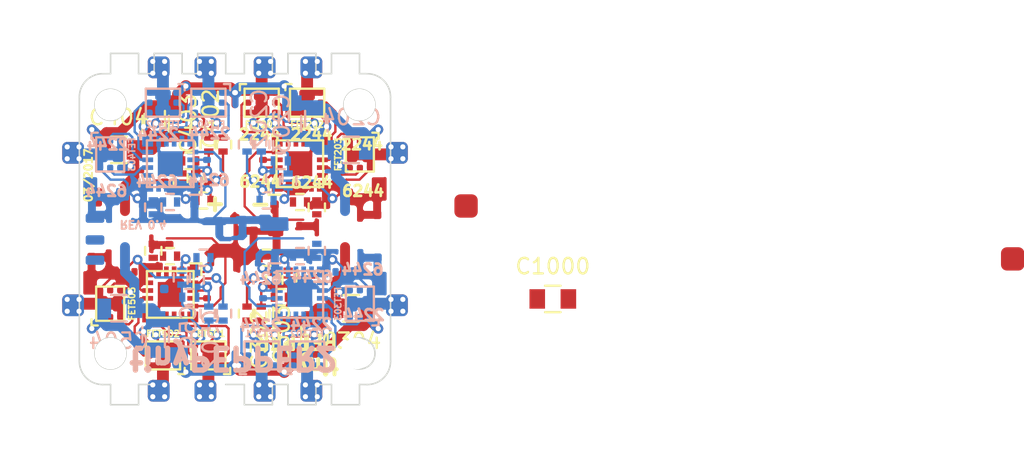
<source format=kicad_pcb>
(kicad_pcb (version 20160815) (host pcbnew "(2016-12-13 revision 188d781)-master")
  (layers (0 F.Cu signal) (31 B.Cu signal) (34 B.Paste user hide) (35 F.Paste user hide) (36 B.SilkS user hide) (37 F.SilkS user hide) (38 B.Mask user hide) (39 F.Mask user hide) (44 Edge.Cuts user))
  (net 0 "")
  (net 1 "/single esc 1/Ac_0")
  (net 2 "/single esc 1/Ap_0")
  (net 3 "/single esc 1/Bc_0")
  (net 4 "/single esc 1/Bp_0")
  (net 5 "/single esc 1/C2D_0")
  (net 6 "/single esc 1/Cc_0")
  (net 7 "/single esc 1/PHASE_A_0")
  (net 8 "/single esc 1/PHASE_B_0")
  (net 9 "/single esc 1/PHASE_C_0")
  (net 10 "/single esc 2/Ac_0")
  (net 11 "/single esc 2/Ap_0")
  (net 12 "/single esc 2/Bc_0")
  (net 13 "/single esc 2/Bp_0")
  (net 14 "/single esc 2/C2D_0")
  (net 15 "/single esc 2/Cc_0")
  (net 16 "/single esc 2/PHASE_A_0")
  (net 17 "/single esc 2/PHASE_B_0")
  (net 18 "/single esc 2/PHASE_C_0")
  (net 19 GND)
  (net 20 VCC)
  (net 21 "/single esc 3/PHASE_A_0")
  (net 22 "/single esc 3/Ap_0")
  (net 23 "/single esc 3/Ac_0")
  (net 24 "/single esc 3/PHASE_B_0")
  (net 25 "/single esc 3/Bp_0")
  (net 26 "/single esc 3/Bc_0")
  (net 27 "/single esc 3/PHASE_C_0")
  (net 28 "/single esc 3/Cc_0")
  (net 29 "/single esc 4/PHASE_A_0")
  (net 30 "/single esc 4/Ap_0")
  (net 31 "/single esc 4/Ac_0")
  (net 32 "/single esc 4/Bp_0")
  (net 33 "/single esc 4/PHASE_B_0")
  (net 34 "/single esc 4/Bc_0")
  (net 35 "/single esc 4/PHASE_C_0")
  (net 36 "/single esc 4/Cc_0")
  (net 37 "Net-(R202-Pad1)")
  (net 38 "Net-(R302-Pad1)")
  (net 39 "Net-(R402-Pad1)")
  (net 40 "Net-(R502-Pad1)")
  (net 41 /RC_IN_0)
  (net 42 /RC_IN_1)
  (net 43 "/single esc 3/RC_IN")
  (net 44 "/single esc 4/RC_IN")
  (net 45 "/single esc 3/C2D_0")
  (net 46 "/single esc 4/C2D_0")
  (net 47 "Net-(FET203-Pad2)")
  (net 48 "Net-(FET403-Pad2)")
  (net 49 "Net-(FET503-Pad2)")
  (net 50 "Net-(R201-Pad1)")
  (net 51 "Net-(R203-Pad2)")
  (net 52 "Net-(R205-Pad2)")
  (net 53 "Net-(R207-Pad2)")
  (net 54 "Net-(R301-Pad1)")
  (net 55 "Net-(R303-Pad2)")
  (net 56 "Net-(R305-Pad2)")
  (net 57 "Net-(R307-Pad2)")
  (net 58 "Net-(R401-Pad1)")
  (net 59 "Net-(R403-Pad2)")
  (net 60 "Net-(R405-Pad2)")
  (net 61 "Net-(R407-Pad2)")
  (net 62 "Net-(R501-Pad1)")
  (net 63 "Net-(R503-Pad2)")
  (net 64 "Net-(R505-Pad2)")
  (net 65 "Net-(R507-Pad2)")
  (net 66 "Net-(BL_TX201-Pad1)")
  (net 67 "Net-(BL_TX301-Pad1)")
  (net 68 "Net-(BL_TX401-Pad1)")
  (net 69 "Net-(BL_TX501-Pad1)")
  (net 70 "Net-(FET303-Pad2)")
  (module custom:QFN20 (layer F.Cu) (at 114.168 105.7885)
    (fp_text reference U201 hide)
    (fp_text value EFM8BB10 hide)
    (pad 2 smd rect (at -0.75 1.45) (size 0.3 0.7) (layers F.Cu F.Paste F.Mask) (net 52 "Net-(R205-Pad2)"))
    (pad 3 smd rect (at -0.25 1.45) (size 0.3 0.7) (layers F.Cu F.Paste F.Mask) (net 19 GND))
    (pad 4 smd rect (at 0.25 1.45) (size 0.3 0.7) (layers F.Cu F.Paste F.Mask) (net 20 VCC))
    (pad 5 smd rect (at 0.75 1.45) (size 0.3 0.7) (layers F.Cu F.Paste F.Mask) (net 50 "Net-(R201-Pad1)"))
    (pad 8 smd rect (at 1.45 0.25 90) (size 0.3 0.7) (layers F.Cu F.Paste F.Mask) (net 6 "/single esc 1/Cc_0"))
    (pad 9 smd rect (at 1.45 -0.25 90) (size 0.3 0.7) (layers F.Cu F.Paste F.Mask) (net 47 "Net-(FET203-Pad2)"))
    (pad 7 smd rect (at 1.45 0.75 90) (size 0.3 0.7) (layers F.Cu F.Paste F.Mask))
    (pad 6 smd rect (at 1.45 1.45) (size 0.7 0.7) (layers F.Cu F.Paste F.Mask) (net 5 "/single esc 1/C2D_0"))
    (pad 10 smd rect (at 1.45 -0.75 90) (size 0.3 0.7) (layers F.Cu F.Paste F.Mask) (net 3 "/single esc 1/Bc_0"))
    (pad 11 smd rect (at 1.45 -1.45) (size 0.7 0.7) (layers F.Cu F.Paste F.Mask) (net 4 "/single esc 1/Bp_0"))
    (pad 12 smd rect (at 0.75 -1.45) (size 0.3 0.7) (layers F.Cu F.Paste F.Mask) (net 19 GND))
    (pad 17 smd rect (at -1.45 -0.75 90) (size 0.3 0.7) (layers F.Cu F.Paste F.Mask) (net 41 /RC_IN_0))
    (pad 18 smd rect (at -1.45 -0.25 90) (size 0.3 0.7) (layers F.Cu F.Paste F.Mask) (net 66 "Net-(BL_TX201-Pad1)"))
    (pad 19 smd rect (at -1.45 0.25 90) (size 0.3 0.7) (layers F.Cu F.Paste F.Mask) (net 37 "Net-(R202-Pad1)"))
    (pad 13 smd rect (at 0.25 -1.45) (size 0.3 0.7) (layers F.Cu F.Paste F.Mask) (net 1 "/single esc 1/Ac_0"))
    (pad 15 smd rect (at -0.75 -1.45) (size 0.3 0.7) (layers F.Cu F.Paste F.Mask))
    (pad 14 smd rect (at -0.25 -1.45) (size 0.3 0.7) (layers F.Cu F.Paste F.Mask) (net 2 "/single esc 1/Ap_0"))
    (pad 20 smd rect (at -1.45 0.75 90) (size 0.3 0.7) (layers F.Cu F.Paste F.Mask) (net 51 "Net-(R203-Pad2)"))
    (pad 21 smd rect (at 0 0) (size 1.6 1.6) (layers F.Cu F.Paste F.Mask) (net 19 GND))
    (pad 16 smd rect (at -1.45 -1.45) (size 0.7 0.7) (layers F.Cu F.Paste F.Mask))
    (pad 1 smd rect (at -1.45 1.45) (size 0.7 0.7) (layers F.Cu F.Paste F.Mask) (net 53 "Net-(R207-Pad2)"))
  )
  (module custom:QFN20 (layer B.Cu) (at 114.168 114.2003)
    (fp_text reference U301 hide)
    (fp_text value EFM8BB10 hide)
    (pad 2 smd rect (at -0.75 -1.45) (size 0.3 0.7) (layers B.Cu B.Paste B.Mask) (net 56 "Net-(R305-Pad2)"))
    (pad 3 smd rect (at -0.25 -1.45) (size 0.3 0.7) (layers B.Cu B.Paste B.Mask) (net 19 GND))
    (pad 4 smd rect (at 0.25 -1.45) (size 0.3 0.7) (layers B.Cu B.Paste B.Mask) (net 20 VCC))
    (pad 5 smd rect (at 0.75 -1.45) (size 0.3 0.7) (layers B.Cu B.Paste B.Mask) (net 54 "Net-(R301-Pad1)"))
    (pad 8 smd rect (at 1.45 -0.25 270) (size 0.3 0.7) (layers B.Cu B.Paste B.Mask) (net 15 "/single esc 2/Cc_0"))
    (pad 9 smd rect (at 1.45 0.25 270) (size 0.3 0.7) (layers B.Cu B.Paste B.Mask) (net 70 "Net-(FET303-Pad2)"))
    (pad 7 smd rect (at 1.45 -0.75 270) (size 0.3 0.7) (layers B.Cu B.Paste B.Mask))
    (pad 6 smd rect (at 1.45 -1.45) (size 0.7 0.7) (layers B.Cu B.Paste B.Mask) (net 14 "/single esc 2/C2D_0"))
    (pad 10 smd rect (at 1.45 0.75 270) (size 0.3 0.7) (layers B.Cu B.Paste B.Mask) (net 12 "/single esc 2/Bc_0"))
    (pad 11 smd rect (at 1.45 1.45) (size 0.7 0.7) (layers B.Cu B.Paste B.Mask) (net 13 "/single esc 2/Bp_0"))
    (pad 12 smd rect (at 0.75 1.45) (size 0.3 0.7) (layers B.Cu B.Paste B.Mask) (net 19 GND))
    (pad 17 smd rect (at -1.45 0.75 270) (size 0.3 0.7) (layers B.Cu B.Paste B.Mask) (net 42 /RC_IN_1))
    (pad 18 smd rect (at -1.45 0.25 270) (size 0.3 0.7) (layers B.Cu B.Paste B.Mask) (net 67 "Net-(BL_TX301-Pad1)"))
    (pad 19 smd rect (at -1.45 -0.25 270) (size 0.3 0.7) (layers B.Cu B.Paste B.Mask) (net 38 "Net-(R302-Pad1)"))
    (pad 13 smd rect (at 0.25 1.45) (size 0.3 0.7) (layers B.Cu B.Paste B.Mask) (net 10 "/single esc 2/Ac_0"))
    (pad 15 smd rect (at -0.75 1.45) (size 0.3 0.7) (layers B.Cu B.Paste B.Mask))
    (pad 14 smd rect (at -0.25 1.45) (size 0.3 0.7) (layers B.Cu B.Paste B.Mask) (net 11 "/single esc 2/Ap_0"))
    (pad 20 smd rect (at -1.45 -0.75 270) (size 0.3 0.7) (layers B.Cu B.Paste B.Mask) (net 55 "Net-(R303-Pad2)"))
    (pad 21 smd rect (at 0 0) (size 1.6 1.6) (layers B.Cu B.Paste B.Mask) (net 19 GND))
    (pad 16 smd rect (at -1.45 1.45) (size 0.7 0.7) (layers B.Cu B.Paste B.Mask))
    (pad 1 smd rect (at -1.45 -1.45) (size 0.7 0.7) (layers B.Cu B.Paste B.Mask) (net 57 "Net-(R307-Pad2)"))
  )
  (module custom:QFN20 (layer F.Cu) (at 105.8418 114.2003 180)
    (fp_text reference U501 hide)
    (fp_text value EFM8BB10 hide)
    (pad 2 smd rect (at -0.75 1.45 180) (size 0.3 0.7) (layers F.Cu F.Paste F.Mask) (net 64 "Net-(R505-Pad2)"))
    (pad 3 smd rect (at -0.25 1.45 180) (size 0.3 0.7) (layers F.Cu F.Paste F.Mask) (net 19 GND))
    (pad 4 smd rect (at 0.25 1.45 180) (size 0.3 0.7) (layers F.Cu F.Paste F.Mask) (net 20 VCC))
    (pad 5 smd rect (at 0.75 1.45 180) (size 0.3 0.7) (layers F.Cu F.Paste F.Mask) (net 62 "Net-(R501-Pad1)"))
    (pad 8 smd rect (at 1.45 0.25 270) (size 0.3 0.7) (layers F.Cu F.Paste F.Mask) (net 36 "/single esc 4/Cc_0"))
    (pad 9 smd rect (at 1.45 -0.25 270) (size 0.3 0.7) (layers F.Cu F.Paste F.Mask) (net 49 "Net-(FET503-Pad2)"))
    (pad 7 smd rect (at 1.45 0.75 270) (size 0.3 0.7) (layers F.Cu F.Paste F.Mask))
    (pad 6 smd rect (at 1.45 1.45 180) (size 0.7 0.7) (layers F.Cu F.Paste F.Mask) (net 46 "/single esc 4/C2D_0"))
    (pad 10 smd rect (at 1.45 -0.75 270) (size 0.3 0.7) (layers F.Cu F.Paste F.Mask) (net 34 "/single esc 4/Bc_0"))
    (pad 11 smd rect (at 1.45 -1.45 180) (size 0.7 0.7) (layers F.Cu F.Paste F.Mask) (net 32 "/single esc 4/Bp_0"))
    (pad 12 smd rect (at 0.75 -1.45 180) (size 0.3 0.7) (layers F.Cu F.Paste F.Mask) (net 19 GND))
    (pad 17 smd rect (at -1.45 -0.75 270) (size 0.3 0.7) (layers F.Cu F.Paste F.Mask) (net 44 "/single esc 4/RC_IN"))
    (pad 18 smd rect (at -1.45 -0.25 270) (size 0.3 0.7) (layers F.Cu F.Paste F.Mask) (net 69 "Net-(BL_TX501-Pad1)"))
    (pad 19 smd rect (at -1.45 0.25 270) (size 0.3 0.7) (layers F.Cu F.Paste F.Mask) (net 40 "Net-(R502-Pad1)"))
    (pad 13 smd rect (at 0.25 -1.45 180) (size 0.3 0.7) (layers F.Cu F.Paste F.Mask) (net 31 "/single esc 4/Ac_0"))
    (pad 15 smd rect (at -0.75 -1.45 180) (size 0.3 0.7) (layers F.Cu F.Paste F.Mask))
    (pad 14 smd rect (at -0.25 -1.45 180) (size 0.3 0.7) (layers F.Cu F.Paste F.Mask) (net 30 "/single esc 4/Ap_0"))
    (pad 20 smd rect (at -1.45 0.75 270) (size 0.3 0.7) (layers F.Cu F.Paste F.Mask) (net 63 "Net-(R503-Pad2)"))
    (pad 21 smd rect (at 0 0 180) (size 1.6 1.6) (layers F.Cu F.Paste F.Mask) (net 19 GND))
    (pad 16 smd rect (at -1.45 -1.45 180) (size 0.7 0.7) (layers F.Cu F.Paste F.Mask))
    (pad 1 smd rect (at -1.45 1.45 180) (size 0.7 0.7) (layers F.Cu F.Paste F.Mask) (net 65 "Net-(R507-Pad2)"))
  )
  (module custom:QFN20 (layer B.Cu) (at 105.8418 105.7885 180)
    (fp_text reference U401 hide)
    (fp_text value EFM8BB10 hide)
    (pad 2 smd rect (at -0.75 -1.45 180) (size 0.3 0.7) (layers B.Cu B.Paste B.Mask) (net 60 "Net-(R405-Pad2)"))
    (pad 3 smd rect (at -0.25 -1.45 180) (size 0.3 0.7) (layers B.Cu B.Paste B.Mask) (net 19 GND))
    (pad 4 smd rect (at 0.25 -1.45 180) (size 0.3 0.7) (layers B.Cu B.Paste B.Mask) (net 20 VCC))
    (pad 5 smd rect (at 0.75 -1.45 180) (size 0.3 0.7) (layers B.Cu B.Paste B.Mask) (net 58 "Net-(R401-Pad1)"))
    (pad 8 smd rect (at 1.45 -0.25 90) (size 0.3 0.7) (layers B.Cu B.Paste B.Mask) (net 28 "/single esc 3/Cc_0"))
    (pad 9 smd rect (at 1.45 0.25 90) (size 0.3 0.7) (layers B.Cu B.Paste B.Mask) (net 48 "Net-(FET403-Pad2)"))
    (pad 7 smd rect (at 1.45 -0.75 90) (size 0.3 0.7) (layers B.Cu B.Paste B.Mask))
    (pad 6 smd rect (at 1.45 -1.45 180) (size 0.7 0.7) (layers B.Cu B.Paste B.Mask) (net 45 "/single esc 3/C2D_0"))
    (pad 10 smd rect (at 1.45 0.75 90) (size 0.3 0.7) (layers B.Cu B.Paste B.Mask) (net 26 "/single esc 3/Bc_0"))
    (pad 11 smd rect (at 1.45 1.45 180) (size 0.7 0.7) (layers B.Cu B.Paste B.Mask) (net 25 "/single esc 3/Bp_0"))
    (pad 12 smd rect (at 0.75 1.45 180) (size 0.3 0.7) (layers B.Cu B.Paste B.Mask) (net 19 GND))
    (pad 17 smd rect (at -1.45 0.75 90) (size 0.3 0.7) (layers B.Cu B.Paste B.Mask) (net 43 "/single esc 3/RC_IN"))
    (pad 18 smd rect (at -1.45 0.25 90) (size 0.3 0.7) (layers B.Cu B.Paste B.Mask) (net 68 "Net-(BL_TX401-Pad1)"))
    (pad 19 smd rect (at -1.45 -0.25 90) (size 0.3 0.7) (layers B.Cu B.Paste B.Mask) (net 39 "Net-(R402-Pad1)"))
    (pad 13 smd rect (at 0.25 1.45 180) (size 0.3 0.7) (layers B.Cu B.Paste B.Mask) (net 23 "/single esc 3/Ac_0"))
    (pad 15 smd rect (at -0.75 1.45 180) (size 0.3 0.7) (layers B.Cu B.Paste B.Mask))
    (pad 14 smd rect (at -0.25 1.45 180) (size 0.3 0.7) (layers B.Cu B.Paste B.Mask) (net 22 "/single esc 3/Ap_0"))
    (pad 20 smd rect (at -1.45 -0.75 90) (size 0.3 0.7) (layers B.Cu B.Paste B.Mask) (net 59 "Net-(R403-Pad2)"))
    (pad 21 smd rect (at 0 0 180) (size 1.6 1.6) (layers B.Cu B.Paste B.Mask) (net 19 GND))
    (pad 16 smd rect (at -1.45 1.45 180) (size 0.7 0.7) (layers B.Cu B.Paste B.Mask))
    (pad 1 smd rect (at -1.45 -1.45 180) (size 0.7 0.7) (layers B.Cu B.Paste B.Mask) (net 61 "Net-(R407-Pad2)"))
  )
  (module custom:TP_PHASE_SMD (layer B.Cu) (at 99.6 114.9 270)
    (fp_text reference OUT_C501 hide)
    (fp_text value TP hide)
    (pad 1 thru_hole circle (at -0.381 0.381 270) (size 0.635 0.635) (drill 0.3302) (layers *.Cu *.Mask) (net 35 "/single esc 4/PHASE_C_0"))
    (pad 1 smd roundrect (at 0 0 270) (size 1.4 1.4) (layers B.Cu B.Mask) (net 35 "/single esc 4/PHASE_C_0"))
    (pad 1 smd roundrect (at 0 0 270) (size 1.4 1.4) (layers F.Cu F.Mask) (net 35 "/single esc 4/PHASE_C_0"))
    (pad 1 thru_hole circle (at 0.381 0.381 270) (size 0.635 0.635) (drill 0.3302) (layers *.Cu *.Mask) (net 35 "/single esc 4/PHASE_C_0"))
    (pad 1 thru_hole circle (at 0.381 -0.381 270) (size 0.635 0.635) (drill 0.3302) (layers *.Cu *.Mask) (net 35 "/single esc 4/PHASE_C_0"))
    (pad 1 thru_hole circle (at -0.381 -0.381 270) (size 0.635 0.635) (drill 0.3302) (layers *.Cu *.Mask) (net 35 "/single esc 4/PHASE_C_0"))
  )
  (module custom:TP_PHASE_SMD (layer F.Cu) (at 105.1 99.5888 90)
    (fp_text reference OUT_B401 hide)
    (fp_text value TP hide)
    (pad 1 thru_hole circle (at -0.381 -0.381 90) (size 0.635 0.635) (drill 0.3302) (layers *.Cu *.Mask) (net 24 "/single esc 3/PHASE_B_0"))
    (pad 1 smd roundrect (at 0 0 90) (size 1.4 1.4) (layers F.Cu F.Mask) (net 24 "/single esc 3/PHASE_B_0"))
    (pad 1 smd roundrect (at 0 0 90) (size 1.4 1.4) (layers B.Cu B.Mask) (net 24 "/single esc 3/PHASE_B_0"))
    (pad 1 thru_hole circle (at 0.381 -0.381 90) (size 0.635 0.635) (drill 0.3302) (layers *.Cu *.Mask) (net 24 "/single esc 3/PHASE_B_0"))
    (pad 1 thru_hole circle (at 0.381 0.381 90) (size 0.635 0.635) (drill 0.3302) (layers *.Cu *.Mask) (net 24 "/single esc 3/PHASE_B_0"))
    (pad 1 thru_hole circle (at -0.381 0.381 90) (size 0.635 0.635) (drill 0.3302) (layers *.Cu *.Mask) (net 24 "/single esc 3/PHASE_B_0"))
  )
  (module custom:TP_PHASE_SMD (layer B.Cu) (at 108.1 120.4 270)
    (fp_text reference OUT_A501 hide)
    (fp_text value TP hide)
    (pad 1 thru_hole circle (at -0.381 0.381 270) (size 0.635 0.635) (drill 0.3302) (layers *.Cu *.Mask) (net 29 "/single esc 4/PHASE_A_0"))
    (pad 1 smd roundrect (at 0 0 270) (size 1.4 1.4) (layers B.Cu B.Mask) (net 29 "/single esc 4/PHASE_A_0"))
    (pad 1 smd roundrect (at 0 0 270) (size 1.4 1.4) (layers F.Cu F.Mask) (net 29 "/single esc 4/PHASE_A_0"))
    (pad 1 thru_hole circle (at 0.381 0.381 270) (size 0.635 0.635) (drill 0.3302) (layers *.Cu *.Mask) (net 29 "/single esc 4/PHASE_A_0"))
    (pad 1 thru_hole circle (at 0.381 -0.381 270) (size 0.635 0.635) (drill 0.3302) (layers *.Cu *.Mask) (net 29 "/single esc 4/PHASE_A_0"))
    (pad 1 thru_hole circle (at -0.381 -0.381 270) (size 0.635 0.635) (drill 0.3302) (layers *.Cu *.Mask) (net 29 "/single esc 4/PHASE_A_0"))
  )
  (module custom:TP_PHASE_SMD (layer F.Cu) (at 99.6 105.0888 90)
    (fp_text reference OUT_C401 hide)
    (fp_text value TP hide)
    (pad 1 thru_hole circle (at -0.381 -0.381 90) (size 0.635 0.635) (drill 0.3302) (layers *.Cu *.Mask) (net 27 "/single esc 3/PHASE_C_0"))
    (pad 1 smd roundrect (at 0 0 90) (size 1.4 1.4) (layers F.Cu F.Mask) (net 27 "/single esc 3/PHASE_C_0"))
    (pad 1 smd roundrect (at 0 0 90) (size 1.4 1.4) (layers B.Cu B.Mask) (net 27 "/single esc 3/PHASE_C_0"))
    (pad 1 thru_hole circle (at 0.381 -0.381 90) (size 0.635 0.635) (drill 0.3302) (layers *.Cu *.Mask) (net 27 "/single esc 3/PHASE_C_0"))
    (pad 1 thru_hole circle (at 0.381 0.381 90) (size 0.635 0.635) (drill 0.3302) (layers *.Cu *.Mask) (net 27 "/single esc 3/PHASE_C_0"))
    (pad 1 thru_hole circle (at -0.381 0.381 90) (size 0.635 0.635) (drill 0.3302) (layers *.Cu *.Mask) (net 27 "/single esc 3/PHASE_C_0"))
  )
  (module custom:TP_PHASE_SMD (layer F.Cu) (at 120.4098 114.9 270)
    (fp_text reference OUT_C301 hide)
    (fp_text value TP hide)
    (pad 1 thru_hole circle (at -0.381 -0.381 270) (size 0.635 0.635) (drill 0.3302) (layers *.Cu *.Mask) (net 18 "/single esc 2/PHASE_C_0"))
    (pad 1 smd roundrect (at 0 0 270) (size 1.4 1.4) (layers F.Cu F.Mask) (net 18 "/single esc 2/PHASE_C_0"))
    (pad 1 smd roundrect (at 0 0 270) (size 1.4 1.4) (layers B.Cu B.Mask) (net 18 "/single esc 2/PHASE_C_0"))
    (pad 1 thru_hole circle (at 0.381 -0.381 270) (size 0.635 0.635) (drill 0.3302) (layers *.Cu *.Mask) (net 18 "/single esc 2/PHASE_C_0"))
    (pad 1 thru_hole circle (at 0.381 0.381 270) (size 0.635 0.635) (drill 0.3302) (layers *.Cu *.Mask) (net 18 "/single esc 2/PHASE_C_0"))
    (pad 1 thru_hole circle (at -0.381 0.381 270) (size 0.635 0.635) (drill 0.3302) (layers *.Cu *.Mask) (net 18 "/single esc 2/PHASE_C_0"))
  )
  (module custom:TP_PHASE_SMD (layer B.Cu) (at 120.4098 105.0888 90)
    (fp_text reference OUT_C201 hide)
    (fp_text value TP hide)
    (pad 1 thru_hole circle (at -0.381 0.381 90) (size 0.635 0.635) (drill 0.3302) (layers *.Cu *.Mask) (net 9 "/single esc 1/PHASE_C_0"))
    (pad 1 smd roundrect (at 0 0 90) (size 1.4 1.4) (layers B.Cu B.Mask) (net 9 "/single esc 1/PHASE_C_0"))
    (pad 1 smd roundrect (at 0 0 90) (size 1.4 1.4) (layers F.Cu F.Mask) (net 9 "/single esc 1/PHASE_C_0"))
    (pad 1 thru_hole circle (at 0.381 0.381 90) (size 0.635 0.635) (drill 0.3302) (layers *.Cu *.Mask) (net 9 "/single esc 1/PHASE_C_0"))
    (pad 1 thru_hole circle (at 0.381 -0.381 90) (size 0.635 0.635) (drill 0.3302) (layers *.Cu *.Mask) (net 9 "/single esc 1/PHASE_C_0"))
    (pad 1 thru_hole circle (at -0.381 -0.381 90) (size 0.635 0.635) (drill 0.3302) (layers *.Cu *.Mask) (net 9 "/single esc 1/PHASE_C_0"))
  )
  (module custom:TP_PHASE_SMD (layer B.Cu) (at 105.1 120.4 270)
    (fp_text reference OUT_B501 hide)
    (fp_text value TP hide)
    (pad 1 thru_hole circle (at -0.381 0.381 270) (size 0.635 0.635) (drill 0.3302) (layers *.Cu *.Mask) (net 33 "/single esc 4/PHASE_B_0"))
    (pad 1 smd roundrect (at 0 0 270) (size 1.4 1.4) (layers B.Cu B.Mask) (net 33 "/single esc 4/PHASE_B_0"))
    (pad 1 smd roundrect (at 0 0 270) (size 1.4 1.4) (layers F.Cu F.Mask) (net 33 "/single esc 4/PHASE_B_0"))
    (pad 1 thru_hole circle (at 0.381 0.381 270) (size 0.635 0.635) (drill 0.3302) (layers *.Cu *.Mask) (net 33 "/single esc 4/PHASE_B_0"))
    (pad 1 thru_hole circle (at 0.381 -0.381 270) (size 0.635 0.635) (drill 0.3302) (layers *.Cu *.Mask) (net 33 "/single esc 4/PHASE_B_0"))
    (pad 1 thru_hole circle (at -0.381 -0.381 270) (size 0.635 0.635) (drill 0.3302) (layers *.Cu *.Mask) (net 33 "/single esc 4/PHASE_B_0"))
  )
  (module custom:TP_PHASE_SMD (layer F.Cu) (at 114.9098 120.4 270)
    (fp_text reference OUT_B301 hide)
    (fp_text value TP hide)
    (pad 1 thru_hole circle (at -0.381 -0.381 270) (size 0.635 0.635) (drill 0.3302) (layers *.Cu *.Mask) (net 17 "/single esc 2/PHASE_B_0"))
    (pad 1 smd roundrect (at 0 0 270) (size 1.4 1.4) (layers F.Cu F.Mask) (net 17 "/single esc 2/PHASE_B_0"))
    (pad 1 smd roundrect (at 0 0 270) (size 1.4 1.4) (layers B.Cu B.Mask) (net 17 "/single esc 2/PHASE_B_0"))
    (pad 1 thru_hole circle (at 0.381 -0.381 270) (size 0.635 0.635) (drill 0.3302) (layers *.Cu *.Mask) (net 17 "/single esc 2/PHASE_B_0"))
    (pad 1 thru_hole circle (at 0.381 0.381 270) (size 0.635 0.635) (drill 0.3302) (layers *.Cu *.Mask) (net 17 "/single esc 2/PHASE_B_0"))
    (pad 1 thru_hole circle (at -0.381 0.381 270) (size 0.635 0.635) (drill 0.3302) (layers *.Cu *.Mask) (net 17 "/single esc 2/PHASE_B_0"))
  )
  (module custom:TP_PHASE_SMD (layer B.Cu) (at 114.9098 99.5888 90)
    (fp_text reference OUT_B201 hide)
    (fp_text value TP hide)
    (pad 1 thru_hole circle (at -0.381 0.381 90) (size 0.635 0.635) (drill 0.3302) (layers *.Cu *.Mask) (net 8 "/single esc 1/PHASE_B_0"))
    (pad 1 smd roundrect (at 0 0 90) (size 1.4 1.4) (layers B.Cu B.Mask) (net 8 "/single esc 1/PHASE_B_0"))
    (pad 1 smd roundrect (at 0 0 90) (size 1.4 1.4) (layers F.Cu F.Mask) (net 8 "/single esc 1/PHASE_B_0"))
    (pad 1 thru_hole circle (at 0.381 0.381 90) (size 0.635 0.635) (drill 0.3302) (layers *.Cu *.Mask) (net 8 "/single esc 1/PHASE_B_0"))
    (pad 1 thru_hole circle (at 0.381 -0.381 90) (size 0.635 0.635) (drill 0.3302) (layers *.Cu *.Mask) (net 8 "/single esc 1/PHASE_B_0"))
    (pad 1 thru_hole circle (at -0.381 -0.381 90) (size 0.635 0.635) (drill 0.3302) (layers *.Cu *.Mask) (net 8 "/single esc 1/PHASE_B_0"))
  )
  (module custom:TP_PHASE_SMD (layer F.Cu) (at 108.1 99.5888 90)
    (fp_text reference OUT_A401 hide)
    (fp_text value TP hide)
    (pad 1 thru_hole circle (at -0.381 -0.381 90) (size 0.635 0.635) (drill 0.3302) (layers *.Cu *.Mask) (net 21 "/single esc 3/PHASE_A_0"))
    (pad 1 smd roundrect (at 0 0 90) (size 1.4 1.4) (layers F.Cu F.Mask) (net 21 "/single esc 3/PHASE_A_0"))
    (pad 1 smd roundrect (at 0 0 90) (size 1.4 1.4) (layers B.Cu B.Mask) (net 21 "/single esc 3/PHASE_A_0"))
    (pad 1 thru_hole circle (at 0.381 -0.381 90) (size 0.635 0.635) (drill 0.3302) (layers *.Cu *.Mask) (net 21 "/single esc 3/PHASE_A_0"))
    (pad 1 thru_hole circle (at 0.381 0.381 90) (size 0.635 0.635) (drill 0.3302) (layers *.Cu *.Mask) (net 21 "/single esc 3/PHASE_A_0"))
    (pad 1 thru_hole circle (at -0.381 0.381 90) (size 0.635 0.635) (drill 0.3302) (layers *.Cu *.Mask) (net 21 "/single esc 3/PHASE_A_0"))
  )
  (module custom:TP_PHASE_SMD (layer F.Cu) (at 111.9098 120.4 270)
    (fp_text reference OUT_A301 hide)
    (fp_text value TP hide)
    (pad 1 thru_hole circle (at -0.381 -0.381 270) (size 0.635 0.635) (drill 0.3302) (layers *.Cu *.Mask) (net 16 "/single esc 2/PHASE_A_0"))
    (pad 1 smd roundrect (at 0 0 270) (size 1.4 1.4) (layers F.Cu F.Mask) (net 16 "/single esc 2/PHASE_A_0"))
    (pad 1 smd roundrect (at 0 0 270) (size 1.4 1.4) (layers B.Cu B.Mask) (net 16 "/single esc 2/PHASE_A_0"))
    (pad 1 thru_hole circle (at 0.381 -0.381 270) (size 0.635 0.635) (drill 0.3302) (layers *.Cu *.Mask) (net 16 "/single esc 2/PHASE_A_0"))
    (pad 1 thru_hole circle (at 0.381 0.381 270) (size 0.635 0.635) (drill 0.3302) (layers *.Cu *.Mask) (net 16 "/single esc 2/PHASE_A_0"))
    (pad 1 thru_hole circle (at -0.381 0.381 270) (size 0.635 0.635) (drill 0.3302) (layers *.Cu *.Mask) (net 16 "/single esc 2/PHASE_A_0"))
  )
  (module custom:TP_PHASE_SMD (layer B.Cu) (at 111.9098 99.5888 90)
    (fp_text reference OUT_A201 hide)
    (fp_text value TP hide)
    (pad 1 thru_hole circle (at -0.381 0.381 90) (size 0.635 0.635) (drill 0.3302) (layers *.Cu *.Mask) (net 7 "/single esc 1/PHASE_A_0"))
    (pad 1 smd roundrect (at 0 0 90) (size 1.4 1.4) (layers B.Cu B.Mask) (net 7 "/single esc 1/PHASE_A_0"))
    (pad 1 smd roundrect (at 0 0 90) (size 1.4 1.4) (layers F.Cu F.Mask) (net 7 "/single esc 1/PHASE_A_0"))
    (pad 1 thru_hole circle (at 0.381 0.381 90) (size 0.635 0.635) (drill 0.3302) (layers *.Cu *.Mask) (net 7 "/single esc 1/PHASE_A_0"))
    (pad 1 thru_hole circle (at 0.381 -0.381 90) (size 0.635 0.635) (drill 0.3302) (layers *.Cu *.Mask) (net 7 "/single esc 1/PHASE_A_0"))
    (pad 1 thru_hole circle (at -0.381 -0.381 90) (size 0.635 0.635) (drill 0.3302) (layers *.Cu *.Mask) (net 7 "/single esc 1/PHASE_A_0"))
  )
  (module custom:tp_SMD_0.6x1.2 (layer B.Cu) (at 101.0049 110.6944 90)
    (fp_text reference TP106 hide)
    (fp_text value TP hide)
    (pad 1 smd roundrect (at 0 0 90) (size 0.6 1.2) (layers B.Cu B.Mask) (net 44 "/single esc 4/RC_IN"))
  )
  (module custom:tp_SMD_0.6x1.2 (layer B.Cu) (at 101.0049 109.2944 90)
    (fp_text reference TP103 hide)
    (fp_text value TP hide)
    (pad 1 smd roundrect (at 0 0 90) (size 0.6 1.2) (layers B.Cu B.Mask) (net 41 /RC_IN_0))
  )
  (module custom:tp_SMD_0.6x1.2 (layer B.Cu) (at 101.0049 111.9944 90)
    (fp_text reference TP104 hide)
    (fp_text value TP hide)
    (pad 1 smd roundrect (at 0 0 90) (size 0.6 1.2) (layers B.Cu B.Mask) (net 42 /RC_IN_1))
  )
  (module custom:tp_SMD_0.6x1.2 (layer F.Cu) (at 101.1549 107.9444)
    (fp_text reference TP105 hide)
    (fp_text value TP hide)
    (pad 1 smd roundrect (at 0 0) (size 0.6 1.2) (layers F.Cu F.Mask) (net 43 "/single esc 3/RC_IN"))
  )
  (module custom:TP_powerpad (layer F.Cu) (at 124.8537 108.5107)
    (fp_text reference TP101 hide)
    (fp_text value TP hide)
    (pad 1 smd roundrect (at 0 0) (size 1.5 1.5) (layers F.Cu F.Mask) (net 20 VCC))
  )
  (module custom:TP_powerpad (layer F.Cu) (at 159.9819 111.9143)
    (fp_text reference TP102 hide)
    (fp_text value TP hide)
    (pad 1 smd roundrect (at 0 0) (size 1.5 1.5) (layers F.Cu F.Mask) (net 19 GND))
  )
  (module custom:mouting_hole (layer F.Cu) (at 117.8 118)
    (fp_text reference H1 hide)
    (fp_text value hole hide)
    (pad "" np_thru_hole circle (at 0 0) (size 2 2) (drill 2) (layers *.Cu *.Mask))
  )
  (module custom:mouting_hole (layer F.Cu) (at 102.1 101.9)
    (fp_text reference H2 hide)
    (fp_text value hole hide)
    (pad "" np_thru_hole circle (at -0.1 0.1) (size 2 2) (drill 2) (layers *.Cu *.Mask))
  )
  (module custom:mouting_hole (layer F.Cu) (at 118 102)
    (fp_text reference H3 hide)
    (fp_text value hole hide)
    (pad "" np_thru_hole circle (at 0 0) (size 2 2) (drill 2) (layers *.Cu *.Mask))
  )
  (module custom:mouting_hole (layer F.Cu) (at 102 118)
    (fp_text reference H4 hide)
    (fp_text value hole hide)
    (pad "" np_thru_hole circle (at 0 0) (size 2 2) (drill 2) (layers *.Cu *.Mask))
  )
  (module custom:R_0402_CUSTOM (layer F.Cu) (at 115.2602 108.5952 270)
    (fp_text reference R201 hide)
    (fp_text value 1k)
    (pad 2 smd rect (at 0.45 0 270) (size 0.4 0.6) (layers F.Cu F.Paste F.Mask) (net 20 VCC))
    (pad 1 smd rect (at -0.45 0 270) (size 0.4 0.6) (layers F.Cu F.Paste F.Mask) (net 50 "Net-(R201-Pad1)"))
  )
  (module custom:R_0402_CUSTOM (layer B.Cu) (at 111.6915 104.5566 90)
    (fp_text reference R202 hide)
    (fp_text value 1k)
    (pad 2 smd rect (at 0.45 0 90) (size 0.4 0.6) (layers B.Cu B.Paste B.Mask) (net 7 "/single esc 1/PHASE_A_0"))
    (pad 1 smd rect (at -0.45 0 90) (size 0.4 0.6) (layers B.Cu B.Paste B.Mask) (net 37 "Net-(R202-Pad1)"))
  )
  (module custom:R_0402_CUSTOM (layer B.Cu) (at 110.7771 104.5566 270)
    (fp_text reference R203 hide)
    (fp_text value 10k)
    (pad 1 smd rect (at -0.45 0 270) (size 0.4 0.6) (layers B.Cu B.Paste B.Mask) (net 7 "/single esc 1/PHASE_A_0"))
    (pad 2 smd rect (at 0.45 0 270) (size 0.4 0.6) (layers B.Cu B.Paste B.Mask) (net 51 "Net-(R203-Pad2)"))
  )
  (module custom:R_0402_CUSTOM (layer B.Cu) (at 112.9488 105.6107)
    (fp_text reference R204 hide)
    (fp_text value 1k)
    (pad 1 smd rect (at -0.45 0) (size 0.4 0.6) (layers B.Cu B.Paste B.Mask) (net 37 "Net-(R202-Pad1)"))
    (pad 2 smd rect (at 0.45 0) (size 0.4 0.6) (layers B.Cu B.Paste B.Mask) (net 8 "/single esc 1/PHASE_B_0"))
  )
  (module custom:R_0402_CUSTOM (layer B.Cu) (at 113.4187 106.868 270)
    (fp_text reference R205 hide)
    (fp_text value 10k)
    (pad 2 smd rect (at 0.45 0 270) (size 0.4 0.6) (layers B.Cu B.Paste B.Mask) (net 52 "Net-(R205-Pad2)"))
    (pad 1 smd rect (at -0.45 0 270) (size 0.4 0.6) (layers B.Cu B.Paste B.Mask) (net 8 "/single esc 1/PHASE_B_0"))
  )
  (module custom:R_0402_CUSTOM (layer B.Cu) (at 112.5297 106.7283 270)
    (fp_text reference R206 hide)
    (fp_text value 1k)
    (pad 2 smd rect (at 0.45 0 270) (size 0.4 0.6) (layers B.Cu B.Paste B.Mask) (net 9 "/single esc 1/PHASE_C_0"))
    (pad 1 smd rect (at -0.45 0 270) (size 0.4 0.6) (layers B.Cu B.Paste B.Mask) (net 37 "Net-(R202-Pad1)"))
  )
  (module custom:R_0402_CUSTOM (layer B.Cu) (at 112.0344 108.1507 180)
    (fp_text reference R207 hide)
    (fp_text value 10k)
    (pad 1 smd rect (at -0.45 0 180) (size 0.4 0.6) (layers B.Cu B.Paste B.Mask) (net 9 "/single esc 1/PHASE_C_0"))
    (pad 2 smd rect (at 0.45 0 180) (size 0.4 0.6) (layers B.Cu B.Paste B.Mask) (net 53 "Net-(R207-Pad2)"))
  )
  (module custom:R_0402_CUSTOM (layer B.Cu) (at 115.2602 111.3936 90)
    (fp_text reference R301 hide)
    (fp_text value 1k)
    (pad 1 smd rect (at -0.45 0 90) (size 0.4 0.6) (layers B.Cu B.Paste B.Mask) (net 54 "Net-(R301-Pad1)"))
    (pad 2 smd rect (at 0.45 0 90) (size 0.4 0.6) (layers B.Cu B.Paste B.Mask) (net 20 VCC))
  )
  (module custom:R_0402_CUSTOM (layer F.Cu) (at 111.6915 115.4322 270)
    (fp_text reference R302 hide)
    (fp_text value 1k)
    (pad 2 smd rect (at 0.45 0 270) (size 0.4 0.6) (layers F.Cu F.Paste F.Mask) (net 16 "/single esc 2/PHASE_A_0"))
    (pad 1 smd rect (at -0.45 0 270) (size 0.4 0.6) (layers F.Cu F.Paste F.Mask) (net 38 "Net-(R302-Pad1)"))
  )
  (module custom:R_0402_CUSTOM (layer F.Cu) (at 110.7771 115.4322 90)
    (fp_text reference R303 hide)
    (fp_text value 10k)
    (pad 2 smd rect (at 0.45 0 90) (size 0.4 0.6) (layers F.Cu F.Paste F.Mask) (net 55 "Net-(R303-Pad2)"))
    (pad 1 smd rect (at -0.45 0 90) (size 0.4 0.6) (layers F.Cu F.Paste F.Mask) (net 16 "/single esc 2/PHASE_A_0"))
  )
  (module custom:R_0402_CUSTOM (layer F.Cu) (at 112.9488 114.3781)
    (fp_text reference R304 hide)
    (fp_text value 1k)
    (pad 2 smd rect (at 0.45 0) (size 0.4 0.6) (layers F.Cu F.Paste F.Mask) (net 17 "/single esc 2/PHASE_B_0"))
    (pad 1 smd rect (at -0.45 0) (size 0.4 0.6) (layers F.Cu F.Paste F.Mask) (net 38 "Net-(R302-Pad1)"))
  )
  (module custom:R_0402_CUSTOM (layer F.Cu) (at 113.4187 113.1208 90)
    (fp_text reference R305 hide)
    (fp_text value 10k)
    (pad 1 smd rect (at -0.45 0 90) (size 0.4 0.6) (layers F.Cu F.Paste F.Mask) (net 17 "/single esc 2/PHASE_B_0"))
    (pad 2 smd rect (at 0.45 0 90) (size 0.4 0.6) (layers F.Cu F.Paste F.Mask) (net 56 "Net-(R305-Pad2)"))
  )
  (module custom:R_0402_CUSTOM (layer F.Cu) (at 112.5297 113.2605 90)
    (fp_text reference R306 hide)
    (fp_text value 1k)
    (pad 1 smd rect (at -0.45 0 90) (size 0.4 0.6) (layers F.Cu F.Paste F.Mask) (net 38 "Net-(R302-Pad1)"))
    (pad 2 smd rect (at 0.45 0 90) (size 0.4 0.6) (layers F.Cu F.Paste F.Mask) (net 18 "/single esc 2/PHASE_C_0"))
  )
  (module custom:R_0402_CUSTOM (layer F.Cu) (at 112.0344 111.8381 180)
    (fp_text reference R307 hide)
    (fp_text value 10k)
    (pad 1 smd rect (at -0.45 0 180) (size 0.4 0.6) (layers F.Cu F.Paste F.Mask) (net 18 "/single esc 2/PHASE_C_0"))
    (pad 2 smd rect (at 0.45 0 180) (size 0.4 0.6) (layers F.Cu F.Paste F.Mask) (net 57 "Net-(R307-Pad2)"))
  )
  (module custom:R_0402_CUSTOM (layer B.Cu) (at 104.7496 108.5952 270)
    (fp_text reference R401 hide)
    (fp_text value 1k)
    (pad 1 smd rect (at -0.45 0 270) (size 0.4 0.6) (layers B.Cu B.Paste B.Mask) (net 58 "Net-(R401-Pad1)"))
    (pad 2 smd rect (at 0.45 0 270) (size 0.4 0.6) (layers B.Cu B.Paste B.Mask) (net 20 VCC))
  )
  (module custom:R_0402_CUSTOM (layer F.Cu) (at 108.3183 104.5566 90)
    (fp_text reference R402 hide)
    (fp_text value 1k)
    (pad 2 smd rect (at 0.45 0 90) (size 0.4 0.6) (layers F.Cu F.Paste F.Mask) (net 21 "/single esc 3/PHASE_A_0"))
    (pad 1 smd rect (at -0.45 0 90) (size 0.4 0.6) (layers F.Cu F.Paste F.Mask) (net 39 "Net-(R402-Pad1)"))
  )
  (module custom:R_0402_CUSTOM (layer F.Cu) (at 109.2327 104.5566 270)
    (fp_text reference R403 hide)
    (fp_text value 10k)
    (pad 1 smd rect (at -0.45 0 270) (size 0.4 0.6) (layers F.Cu F.Paste F.Mask) (net 21 "/single esc 3/PHASE_A_0"))
    (pad 2 smd rect (at 0.45 0 270) (size 0.4 0.6) (layers F.Cu F.Paste F.Mask) (net 59 "Net-(R403-Pad2)"))
  )
  (module custom:R_0402_CUSTOM (layer F.Cu) (at 107.061 105.6107 180)
    (fp_text reference R404 hide)
    (fp_text value 1k)
    (pad 1 smd rect (at -0.45 0 180) (size 0.4 0.6) (layers F.Cu F.Paste F.Mask) (net 39 "Net-(R402-Pad1)"))
    (pad 2 smd rect (at 0.45 0 180) (size 0.4 0.6) (layers F.Cu F.Paste F.Mask) (net 24 "/single esc 3/PHASE_B_0"))
  )
  (module custom:R_0402_CUSTOM (layer F.Cu) (at 106.5911 106.868 270)
    (fp_text reference R405 hide)
    (fp_text value 10k)
    (pad 2 smd rect (at 0.45 0 270) (size 0.4 0.6) (layers F.Cu F.Paste F.Mask) (net 60 "Net-(R405-Pad2)"))
    (pad 1 smd rect (at -0.45 0 270) (size 0.4 0.6) (layers F.Cu F.Paste F.Mask) (net 24 "/single esc 3/PHASE_B_0"))
  )
  (module custom:R_0402_CUSTOM (layer F.Cu) (at 107.4801 106.7283 270)
    (fp_text reference R406 hide)
    (fp_text value 1k)
    (pad 2 smd rect (at 0.45 0 270) (size 0.4 0.6) (layers F.Cu F.Paste F.Mask) (net 27 "/single esc 3/PHASE_C_0"))
    (pad 1 smd rect (at -0.45 0 270) (size 0.4 0.6) (layers F.Cu F.Paste F.Mask) (net 39 "Net-(R402-Pad1)"))
  )
  (module custom:R_0402_CUSTOM (layer F.Cu) (at 107.9754 108.1507)
    (fp_text reference R407 hide)
    (fp_text value 10k)
    (pad 1 smd rect (at -0.45 0) (size 0.4 0.6) (layers F.Cu F.Paste F.Mask) (net 27 "/single esc 3/PHASE_C_0"))
    (pad 2 smd rect (at 0.45 0) (size 0.4 0.6) (layers F.Cu F.Paste F.Mask) (net 61 "Net-(R407-Pad2)"))
  )
  (module custom:R_0402_CUSTOM (layer F.Cu) (at 104.7496 111.3936 90)
    (fp_text reference R501 hide)
    (fp_text value 1k)
    (pad 1 smd rect (at -0.45 0 90) (size 0.4 0.6) (layers F.Cu F.Paste F.Mask) (net 62 "Net-(R501-Pad1)"))
    (pad 2 smd rect (at 0.45 0 90) (size 0.4 0.6) (layers F.Cu F.Paste F.Mask) (net 20 VCC))
  )
  (module custom:R_0402_CUSTOM (layer B.Cu) (at 108.3183 115.4322 270)
    (fp_text reference R502 hide)
    (fp_text value 1k)
    (pad 2 smd rect (at 0.45 0 270) (size 0.4 0.6) (layers B.Cu B.Paste B.Mask) (net 29 "/single esc 4/PHASE_A_0"))
    (pad 1 smd rect (at -0.45 0 270) (size 0.4 0.6) (layers B.Cu B.Paste B.Mask) (net 40 "Net-(R502-Pad1)"))
  )
  (module custom:R_0402_CUSTOM (layer B.Cu) (at 109.2327 115.4322 90)
    (fp_text reference R503 hide)
    (fp_text value 10k)
    (pad 2 smd rect (at 0.45 0 90) (size 0.4 0.6) (layers B.Cu B.Paste B.Mask) (net 63 "Net-(R503-Pad2)"))
    (pad 1 smd rect (at -0.45 0 90) (size 0.4 0.6) (layers B.Cu B.Paste B.Mask) (net 29 "/single esc 4/PHASE_A_0"))
  )
  (module custom:R_0402_CUSTOM (layer B.Cu) (at 107.061 114.3781 180)
    (fp_text reference R504 hide)
    (fp_text value 1k)
    (pad 1 smd rect (at -0.45 0 180) (size 0.4 0.6) (layers B.Cu B.Paste B.Mask) (net 40 "Net-(R502-Pad1)"))
    (pad 2 smd rect (at 0.45 0 180) (size 0.4 0.6) (layers B.Cu B.Paste B.Mask) (net 33 "/single esc 4/PHASE_B_0"))
  )
  (module custom:R_0402_CUSTOM (layer B.Cu) (at 106.5911 113.1208 90)
    (fp_text reference R505 hide)
    (fp_text value 10k)
    (pad 2 smd rect (at 0.45 0 90) (size 0.4 0.6) (layers B.Cu B.Paste B.Mask) (net 64 "Net-(R505-Pad2)"))
    (pad 1 smd rect (at -0.45 0 90) (size 0.4 0.6) (layers B.Cu B.Paste B.Mask) (net 33 "/single esc 4/PHASE_B_0"))
  )
  (module custom:R_0402_CUSTOM (layer B.Cu) (at 107.4801 113.2605 90)
    (fp_text reference R506 hide)
    (fp_text value 1k)
    (pad 2 smd rect (at 0.45 0 90) (size 0.4 0.6) (layers B.Cu B.Paste B.Mask) (net 35 "/single esc 4/PHASE_C_0"))
    (pad 1 smd rect (at -0.45 0 90) (size 0.4 0.6) (layers B.Cu B.Paste B.Mask) (net 40 "Net-(R502-Pad1)"))
  )
  (module custom:R_0402_CUSTOM (layer B.Cu) (at 107.9754 111.8381)
    (fp_text reference R507 hide)
    (fp_text value 10k)
    (pad 1 smd rect (at -0.45 0) (size 0.4 0.6) (layers B.Cu B.Paste B.Mask) (net 35 "/single esc 4/PHASE_C_0"))
    (pad 2 smd rect (at 0.45 0) (size 0.4 0.6) (layers B.Cu B.Paste B.Mask) (net 65 "Net-(R507-Pad2)"))
  )
  (module custom:C_0805_CUSTOM (layer F.Cu) (at 130.429 114.4905)
    (fp_text reference C1000 (at 0 -2.1) (layer F.SilkS))
    (fp_text value 47u)
    (pad 1 smd rect (at -1 0) (size 1 1.25) (layers F.Cu F.Paste F.Mask) (net 19 GND))
    (pad 2 smd rect (at 1 0) (size 1 1.25) (layers F.Cu F.Paste F.Mask) (net 20 VCC))
  )
  (module custom:DFN2020-8D (layer F.Cu) (at 111.7169 101.8642 270)
    (fp_text reference FET201 (at 1.4 0 360) (layer F.SilkS) (effects (font (size 0.4 0.4) (thickness 0.1))))
    (fp_text value UT6MA3 hide)
    (pad 7 smd roundrect (at -0.5 0 270) (size 0.7 1) (layers F.Cu F.Paste F.Mask) (net 7 "/single esc 1/PHASE_A_0"))
    (pad 1 smd roundrect (at -0.65 0.8625 270) (size 0.4 0.4) (layers F.Cu F.Paste F.Mask) (net 19 GND))
    (pad 2 smd roundrect (at 0 0.8625 270) (size 0.4 0.4) (layers F.Cu F.Paste F.Mask) (net 2 "/single esc 1/Ap_0"))
    (pad 3 smd roundrect (at 0.65 0.8625 270) (size 0.4 0.4) (layers F.Cu F.Paste F.Mask) (net 7 "/single esc 1/PHASE_A_0"))
    (pad 4 smd roundrect (at 0.65 -0.8625 270) (size 0.4 0.4) (layers F.Cu F.Paste F.Mask) (net 20 VCC))
    (pad 5 smd roundrect (at 0 -0.8625 270) (size 0.4 0.4) (layers F.Cu F.Paste F.Mask) (net 1 "/single esc 1/Ac_0"))
    (pad 6 smd roundrect (at -0.65 -0.8625 270) (size 0.4 0.4) (layers F.Cu F.Paste F.Mask) (net 7 "/single esc 1/PHASE_A_0"))
    (pad 8 smd roundrect (at 0.5 0 270) (size 0.7 1) (layers F.Cu F.Paste F.Mask) (net 7 "/single esc 1/PHASE_A_0"))
  )
  (module custom:DFN2020-8D (layer F.Cu) (at 114.6379 101.8642 270)
    (fp_text reference FET202 (at 1.4 0 360) (layer F.SilkS) (effects (font (size 0.4 0.4) (thickness 0.1))))
    (fp_text value UT6MA3 hide)
    (pad 8 smd roundrect (at 0.5 0 270) (size 0.7 1) (layers F.Cu F.Paste F.Mask) (net 8 "/single esc 1/PHASE_B_0"))
    (pad 6 smd roundrect (at -0.65 -0.8625 270) (size 0.4 0.4) (layers F.Cu F.Paste F.Mask) (net 8 "/single esc 1/PHASE_B_0"))
    (pad 5 smd roundrect (at 0 -0.8625 270) (size 0.4 0.4) (layers F.Cu F.Paste F.Mask) (net 3 "/single esc 1/Bc_0"))
    (pad 4 smd roundrect (at 0.65 -0.8625 270) (size 0.4 0.4) (layers F.Cu F.Paste F.Mask) (net 20 VCC))
    (pad 3 smd roundrect (at 0.65 0.8625 270) (size 0.4 0.4) (layers F.Cu F.Paste F.Mask) (net 8 "/single esc 1/PHASE_B_0"))
    (pad 2 smd roundrect (at 0 0.8625 270) (size 0.4 0.4) (layers F.Cu F.Paste F.Mask) (net 4 "/single esc 1/Bp_0"))
    (pad 1 smd roundrect (at -0.65 0.8625 270) (size 0.4 0.4) (layers F.Cu F.Paste F.Mask) (net 19 GND))
    (pad 7 smd roundrect (at -0.5 0 270) (size 0.7 1) (layers F.Cu F.Paste F.Mask) (net 8 "/single esc 1/PHASE_B_0"))
  )
  (module custom:DFN2020-8D (layer F.Cu) (at 118.0288 105.1916 180)
    (fp_text reference FET203 (at 1.4 0 270) (layer F.SilkS) (effects (font (size 0.4 0.4) (thickness 0.1))))
    (fp_text value UT6MA3 hide)
    (pad 8 smd roundrect (at 0.5 0 180) (size 0.7 1) (layers F.Cu F.Paste F.Mask) (net 9 "/single esc 1/PHASE_C_0"))
    (pad 6 smd roundrect (at -0.65 -0.8625 180) (size 0.4 0.4) (layers F.Cu F.Paste F.Mask) (net 9 "/single esc 1/PHASE_C_0"))
    (pad 5 smd roundrect (at 0 -0.8625 180) (size 0.4 0.4) (layers F.Cu F.Paste F.Mask) (net 6 "/single esc 1/Cc_0"))
    (pad 4 smd roundrect (at 0.65 -0.8625 180) (size 0.4 0.4) (layers F.Cu F.Paste F.Mask) (net 20 VCC))
    (pad 3 smd roundrect (at 0.65 0.8625 180) (size 0.4 0.4) (layers F.Cu F.Paste F.Mask) (net 9 "/single esc 1/PHASE_C_0"))
    (pad 2 smd roundrect (at 0 0.8625 180) (size 0.4 0.4) (layers F.Cu F.Paste F.Mask) (net 47 "Net-(FET203-Pad2)"))
    (pad 1 smd roundrect (at -0.65 0.8625 180) (size 0.4 0.4) (layers F.Cu F.Paste F.Mask) (net 19 GND))
    (pad 7 smd roundrect (at -0.5 0 180) (size 0.7 1) (layers F.Cu F.Paste F.Mask) (net 9 "/single esc 1/PHASE_C_0"))
  )
  (module custom:DFN2020-8D (layer B.Cu) (at 111.7169 118.1246 90)
    (fp_text reference FET301 (at 1.4 0 360) (layer B.SilkS) (effects (font (size 0.4 0.4) (thickness 0.1)) (justify mirror)))
    (fp_text value UT6MA3 hide)
    (pad 8 smd roundrect (at 0.5 0 90) (size 0.7 1) (layers B.Cu B.Paste B.Mask) (net 16 "/single esc 2/PHASE_A_0"))
    (pad 6 smd roundrect (at -0.65 0.8625 90) (size 0.4 0.4) (layers B.Cu B.Paste B.Mask) (net 16 "/single esc 2/PHASE_A_0"))
    (pad 5 smd roundrect (at 0 0.8625 90) (size 0.4 0.4) (layers B.Cu B.Paste B.Mask) (net 10 "/single esc 2/Ac_0"))
    (pad 4 smd roundrect (at 0.65 0.8625 90) (size 0.4 0.4) (layers B.Cu B.Paste B.Mask) (net 20 VCC))
    (pad 3 smd roundrect (at 0.65 -0.8625 90) (size 0.4 0.4) (layers B.Cu B.Paste B.Mask) (net 16 "/single esc 2/PHASE_A_0"))
    (pad 2 smd roundrect (at 0 -0.8625 90) (size 0.4 0.4) (layers B.Cu B.Paste B.Mask) (net 11 "/single esc 2/Ap_0"))
    (pad 1 smd roundrect (at -0.65 -0.8625 90) (size 0.4 0.4) (layers B.Cu B.Paste B.Mask) (net 19 GND))
    (pad 7 smd roundrect (at -0.5 0 90) (size 0.7 1) (layers B.Cu B.Paste B.Mask) (net 16 "/single esc 2/PHASE_A_0"))
  )
  (module custom:DFN2020-8D (layer B.Cu) (at 114.6379 118.1246 90)
    (fp_text reference FET302 (at 1.4 0 360) (layer B.SilkS) (effects (font (size 0.4 0.4) (thickness 0.1)) (justify mirror)))
    (fp_text value UT6MA3 hide)
    (pad 7 smd roundrect (at -0.5 0 90) (size 0.7 1) (layers B.Cu B.Paste B.Mask) (net 17 "/single esc 2/PHASE_B_0"))
    (pad 1 smd roundrect (at -0.65 -0.8625 90) (size 0.4 0.4) (layers B.Cu B.Paste B.Mask) (net 19 GND))
    (pad 2 smd roundrect (at 0 -0.8625 90) (size 0.4 0.4) (layers B.Cu B.Paste B.Mask) (net 13 "/single esc 2/Bp_0"))
    (pad 3 smd roundrect (at 0.65 -0.8625 90) (size 0.4 0.4) (layers B.Cu B.Paste B.Mask) (net 17 "/single esc 2/PHASE_B_0"))
    (pad 4 smd roundrect (at 0.65 0.8625 90) (size 0.4 0.4) (layers B.Cu B.Paste B.Mask) (net 20 VCC))
    (pad 5 smd roundrect (at 0 0.8625 90) (size 0.4 0.4) (layers B.Cu B.Paste B.Mask) (net 12 "/single esc 2/Bc_0"))
    (pad 6 smd roundrect (at -0.65 0.8625 90) (size 0.4 0.4) (layers B.Cu B.Paste B.Mask) (net 17 "/single esc 2/PHASE_B_0"))
    (pad 8 smd roundrect (at 0.5 0 90) (size 0.7 1) (layers B.Cu B.Paste B.Mask) (net 17 "/single esc 2/PHASE_B_0"))
  )
  (module custom:DFN2020-8D (layer B.Cu) (at 108.2929 101.8642 270)
    (fp_text reference FET401 (at 1.4 0 540) (layer B.SilkS) (effects (font (size 0.4 0.4) (thickness 0.1)) (justify mirror)))
    (fp_text value UT6MA3 hide)
    (pad 7 smd roundrect (at -0.5 0 270) (size 0.7 1) (layers B.Cu B.Paste B.Mask) (net 21 "/single esc 3/PHASE_A_0"))
    (pad 1 smd roundrect (at -0.65 -0.8625 270) (size 0.4 0.4) (layers B.Cu B.Paste B.Mask) (net 19 GND))
    (pad 2 smd roundrect (at 0 -0.8625 270) (size 0.4 0.4) (layers B.Cu B.Paste B.Mask) (net 22 "/single esc 3/Ap_0"))
    (pad 3 smd roundrect (at 0.65 -0.8625 270) (size 0.4 0.4) (layers B.Cu B.Paste B.Mask) (net 21 "/single esc 3/PHASE_A_0"))
    (pad 4 smd roundrect (at 0.65 0.8625 270) (size 0.4 0.4) (layers B.Cu B.Paste B.Mask) (net 20 VCC))
    (pad 5 smd roundrect (at 0 0.8625 270) (size 0.4 0.4) (layers B.Cu B.Paste B.Mask) (net 23 "/single esc 3/Ac_0"))
    (pad 6 smd roundrect (at -0.65 0.8625 270) (size 0.4 0.4) (layers B.Cu B.Paste B.Mask) (net 21 "/single esc 3/PHASE_A_0"))
    (pad 8 smd roundrect (at 0.5 0 270) (size 0.7 1) (layers B.Cu B.Paste B.Mask) (net 21 "/single esc 3/PHASE_A_0"))
  )
  (module custom:DFN2020-8D (layer B.Cu) (at 105.3719 101.8642 270)
    (fp_text reference FET402 (at 1.4 0 540) (layer B.SilkS) (effects (font (size 0.4 0.4) (thickness 0.1)) (justify mirror)))
    (fp_text value UT6MA3 hide)
    (pad 7 smd roundrect (at -0.5 0 270) (size 0.7 1) (layers B.Cu B.Paste B.Mask) (net 24 "/single esc 3/PHASE_B_0"))
    (pad 1 smd roundrect (at -0.65 -0.8625 270) (size 0.4 0.4) (layers B.Cu B.Paste B.Mask) (net 19 GND))
    (pad 2 smd roundrect (at 0 -0.8625 270) (size 0.4 0.4) (layers B.Cu B.Paste B.Mask) (net 25 "/single esc 3/Bp_0"))
    (pad 3 smd roundrect (at 0.65 -0.8625 270) (size 0.4 0.4) (layers B.Cu B.Paste B.Mask) (net 24 "/single esc 3/PHASE_B_0"))
    (pad 4 smd roundrect (at 0.65 0.8625 270) (size 0.4 0.4) (layers B.Cu B.Paste B.Mask) (net 20 VCC))
    (pad 5 smd roundrect (at 0 0.8625 270) (size 0.4 0.4) (layers B.Cu B.Paste B.Mask) (net 26 "/single esc 3/Bc_0"))
    (pad 6 smd roundrect (at -0.65 0.8625 270) (size 0.4 0.4) (layers B.Cu B.Paste B.Mask) (net 24 "/single esc 3/PHASE_B_0"))
    (pad 8 smd roundrect (at 0.5 0 270) (size 0.7 1) (layers B.Cu B.Paste B.Mask) (net 24 "/single esc 3/PHASE_B_0"))
  )
  (module custom:DFN2020-8D (layer B.Cu) (at 101.981 105.1916)
    (fp_text reference FET403 (at 1.4 0 270) (layer B.SilkS) (effects (font (size 0.4 0.4) (thickness 0.1)) (justify mirror)))
    (fp_text value UT6MA3 hide)
    (pad 8 smd roundrect (at 0.5 0) (size 0.7 1) (layers B.Cu B.Paste B.Mask) (net 27 "/single esc 3/PHASE_C_0"))
    (pad 6 smd roundrect (at -0.65 0.8625) (size 0.4 0.4) (layers B.Cu B.Paste B.Mask) (net 27 "/single esc 3/PHASE_C_0"))
    (pad 5 smd roundrect (at 0 0.8625) (size 0.4 0.4) (layers B.Cu B.Paste B.Mask) (net 28 "/single esc 3/Cc_0"))
    (pad 4 smd roundrect (at 0.65 0.8625) (size 0.4 0.4) (layers B.Cu B.Paste B.Mask) (net 20 VCC))
    (pad 3 smd roundrect (at 0.65 -0.8625) (size 0.4 0.4) (layers B.Cu B.Paste B.Mask) (net 27 "/single esc 3/PHASE_C_0"))
    (pad 2 smd roundrect (at 0 -0.8625) (size 0.4 0.4) (layers B.Cu B.Paste B.Mask) (net 48 "Net-(FET403-Pad2)"))
    (pad 1 smd roundrect (at -0.65 -0.8625) (size 0.4 0.4) (layers B.Cu B.Paste B.Mask) (net 19 GND))
    (pad 7 smd roundrect (at -0.5 0) (size 0.7 1) (layers B.Cu B.Paste B.Mask) (net 27 "/single esc 3/PHASE_C_0"))
  )
  (module custom:DFN2020-8D (layer F.Cu) (at 108.2929 118.1246 90)
    (fp_text reference FET501 (at 1.4 0 180) (layer F.SilkS) (effects (font (size 0.4 0.4) (thickness 0.1))))
    (fp_text value UT6MA3 hide)
    (pad 7 smd roundrect (at -0.5 0 90) (size 0.7 1) (layers F.Cu F.Paste F.Mask) (net 29 "/single esc 4/PHASE_A_0"))
    (pad 1 smd roundrect (at -0.65 0.8625 90) (size 0.4 0.4) (layers F.Cu F.Paste F.Mask) (net 19 GND))
    (pad 2 smd roundrect (at 0 0.8625 90) (size 0.4 0.4) (layers F.Cu F.Paste F.Mask) (net 30 "/single esc 4/Ap_0"))
    (pad 3 smd roundrect (at 0.65 0.8625 90) (size 0.4 0.4) (layers F.Cu F.Paste F.Mask) (net 29 "/single esc 4/PHASE_A_0"))
    (pad 4 smd roundrect (at 0.65 -0.8625 90) (size 0.4 0.4) (layers F.Cu F.Paste F.Mask) (net 20 VCC))
    (pad 5 smd roundrect (at 0 -0.8625 90) (size 0.4 0.4) (layers F.Cu F.Paste F.Mask) (net 31 "/single esc 4/Ac_0"))
    (pad 6 smd roundrect (at -0.65 -0.8625 90) (size 0.4 0.4) (layers F.Cu F.Paste F.Mask) (net 29 "/single esc 4/PHASE_A_0"))
    (pad 8 smd roundrect (at 0.5 0 90) (size 0.7 1) (layers F.Cu F.Paste F.Mask) (net 29 "/single esc 4/PHASE_A_0"))
  )
  (module custom:DFN2020-8D (layer F.Cu) (at 105.3719 118.1246 90)
    (fp_text reference FET502 (at 1.4 0 180) (layer F.SilkS) (effects (font (size 0.4 0.4) (thickness 0.1))))
    (fp_text value UT6MA3 hide)
    (pad 8 smd roundrect (at 0.5 0 90) (size 0.7 1) (layers F.Cu F.Paste F.Mask) (net 33 "/single esc 4/PHASE_B_0"))
    (pad 6 smd roundrect (at -0.65 -0.8625 90) (size 0.4 0.4) (layers F.Cu F.Paste F.Mask) (net 33 "/single esc 4/PHASE_B_0"))
    (pad 5 smd roundrect (at 0 -0.8625 90) (size 0.4 0.4) (layers F.Cu F.Paste F.Mask) (net 34 "/single esc 4/Bc_0"))
    (pad 4 smd roundrect (at 0.65 -0.8625 90) (size 0.4 0.4) (layers F.Cu F.Paste F.Mask) (net 20 VCC))
    (pad 3 smd roundrect (at 0.65 0.8625 90) (size 0.4 0.4) (layers F.Cu F.Paste F.Mask) (net 33 "/single esc 4/PHASE_B_0"))
    (pad 2 smd roundrect (at 0 0.8625 90) (size 0.4 0.4) (layers F.Cu F.Paste F.Mask) (net 32 "/single esc 4/Bp_0"))
    (pad 1 smd roundrect (at -0.65 0.8625 90) (size 0.4 0.4) (layers F.Cu F.Paste F.Mask) (net 19 GND))
    (pad 7 smd roundrect (at -0.5 0 90) (size 0.7 1) (layers F.Cu F.Paste F.Mask) (net 33 "/single esc 4/PHASE_B_0"))
  )
  (module custom:DFN2020-8D (layer F.Cu) (at 101.981 114.7972)
    (fp_text reference FET503 (at 1.4 0 90) (layer F.SilkS) (effects (font (size 0.4 0.4) (thickness 0.1))))
    (fp_text value UT6MA3 hide)
    (pad 7 smd roundrect (at -0.5 0) (size 0.7 1) (layers F.Cu F.Paste F.Mask) (net 35 "/single esc 4/PHASE_C_0"))
    (pad 1 smd roundrect (at -0.65 0.8625) (size 0.4 0.4) (layers F.Cu F.Paste F.Mask) (net 19 GND))
    (pad 2 smd roundrect (at 0 0.8625) (size 0.4 0.4) (layers F.Cu F.Paste F.Mask) (net 49 "Net-(FET503-Pad2)"))
    (pad 3 smd roundrect (at 0.65 0.8625) (size 0.4 0.4) (layers F.Cu F.Paste F.Mask) (net 35 "/single esc 4/PHASE_C_0"))
    (pad 4 smd roundrect (at 0.65 -0.8625) (size 0.4 0.4) (layers F.Cu F.Paste F.Mask) (net 20 VCC))
    (pad 5 smd roundrect (at 0 -0.8625) (size 0.4 0.4) (layers F.Cu F.Paste F.Mask) (net 36 "/single esc 4/Cc_0"))
    (pad 6 smd roundrect (at -0.65 -0.8625) (size 0.4 0.4) (layers F.Cu F.Paste F.Mask) (net 35 "/single esc 4/PHASE_C_0"))
    (pad 8 smd roundrect (at 0.5 0) (size 0.7 1) (layers F.Cu F.Paste F.Mask) (net 35 "/single esc 4/PHASE_C_0"))
  )
  (module custom:TP_smd_0.5x0.4 (layer F.Cu) (at 116.4667 107.2363 270)
    (fp_text reference TP202 hide)
    (fp_text value TP hide)
    (pad 1 smd roundrect (at 0 0 270) (size 0.5 0.4) (layers F.Cu F.Paste F.Mask) (net 5 "/single esc 1/C2D_0"))
  )
  (module custom:TP_smd_0.5x0.4 (layer B.Cu) (at 116.4667 112.7525 90)
    (fp_text reference TP302 hide)
    (fp_text value TP hide)
    (pad 1 smd roundrect (at 0 0 90) (size 0.5 0.4) (layers B.Cu B.Paste B.Mask) (net 14 "/single esc 2/C2D_0"))
  )
  (module custom:TP_smd_0.5x0.4 (layer B.Cu) (at 103.5431 107.2363 270)
    (fp_text reference TP402 hide)
    (fp_text value TP hide)
    (pad 1 smd roundrect (at 0 0 270) (size 0.5 0.4) (layers B.Cu B.Paste B.Mask) (net 45 "/single esc 3/C2D_0"))
  )
  (module custom:TP_smd_0.5x0.4 (layer F.Cu) (at 103.5431 112.7525 90)
    (fp_text reference TP502 hide)
    (fp_text value TP hide)
    (pad 1 smd roundrect (at 0 0 90) (size 0.5 0.4) (layers F.Cu F.Paste F.Mask) (net 46 "/single esc 4/C2D_0"))
  )
  (module custom:C_0402_CUSTOM (layer F.Cu) (at 114.1807 108.2523)
    (fp_text reference C201 hide)
    (fp_text value 100n)
    (pad 2 smd rect (at 0.45 0) (size 0.4 0.6) (layers F.Cu F.Paste F.Mask) (net 20 VCC))
    (pad 1 smd rect (at -0.45 0) (size 0.4 0.6) (layers F.Cu F.Paste F.Mask) (net 19 GND))
  )
  (module custom:C_0805_CUSTOM (layer B.Cu) (at 113.66 102.8929 270)
    (fp_text reference C202 (at 0 2.1 270) (layer B.SilkS) (effects (justify mirror)))
    (fp_text value 22u)
    (pad 1 smd rect (at -1 0 270) (size 1 1.25) (layers B.Cu B.Paste B.Mask) (net 19 GND))
    (pad 2 smd rect (at 1 0 270) (size 1 1.25) (layers B.Cu B.Paste B.Mask) (net 20 VCC))
  )
  (module custom:C_0805_CUSTOM (layer B.Cu) (at 115.1078 103.2104 270)
    (fp_text reference C203 (at 0 2.1 270) (layer B.SilkS) (effects (justify mirror)))
    (fp_text value 22u)
    (pad 1 smd rect (at -1 0 270) (size 1 1.25) (layers B.Cu B.Paste B.Mask) (net 19 GND))
    (pad 2 smd rect (at 1 0 270) (size 1 1.25) (layers B.Cu B.Paste B.Mask) (net 20 VCC))
  )
  (module custom:C_0805_CUSTOM (layer B.Cu) (at 117.47 104.8995 180)
    (fp_text reference C204 (at 0 2.1 180) (layer B.SilkS) (effects (justify mirror)))
    (fp_text value 22u)
    (pad 2 smd rect (at 1 0 180) (size 1 1.25) (layers B.Cu B.Paste B.Mask) (net 20 VCC))
    (pad 1 smd rect (at -1 0 180) (size 1 1.25) (layers B.Cu B.Paste B.Mask) (net 19 GND))
  )
  (module custom:C_0402_CUSTOM (layer B.Cu) (at 114.1807 111.7365)
    (fp_text reference C301 hide)
    (fp_text value 100n)
    (pad 2 smd rect (at 0.45 0) (size 0.4 0.6) (layers B.Cu B.Paste B.Mask) (net 20 VCC))
    (pad 1 smd rect (at -0.45 0) (size 0.4 0.6) (layers B.Cu B.Paste B.Mask) (net 19 GND))
  )
  (module custom:C_0805_CUSTOM (layer F.Cu) (at 113.66 117.0959 90)
    (fp_text reference C302 (at 0 -2.1 90) (layer F.SilkS))
    (fp_text value 22u)
    (pad 2 smd rect (at 1 0 90) (size 1 1.25) (layers F.Cu F.Paste F.Mask) (net 20 VCC))
    (pad 1 smd rect (at -1 0 90) (size 1 1.25) (layers F.Cu F.Paste F.Mask) (net 19 GND))
  )
  (module custom:C_0805_CUSTOM (layer F.Cu) (at 115.1078 116.7784 90)
    (fp_text reference C303 (at 0 -2.1 90) (layer F.SilkS))
    (fp_text value 22u)
    (pad 1 smd rect (at -1 0 90) (size 1 1.25) (layers F.Cu F.Paste F.Mask) (net 19 GND))
    (pad 2 smd rect (at 1 0 90) (size 1 1.25) (layers F.Cu F.Paste F.Mask) (net 20 VCC))
  )
  (module custom:C_0805_CUSTOM (layer F.Cu) (at 117.47 115.0893 180)
    (fp_text reference C304 (at 0 -2.1 180) (layer F.SilkS))
    (fp_text value 22u)
    (pad 2 smd rect (at 1 0 180) (size 1 1.25) (layers F.Cu F.Paste F.Mask) (net 20 VCC))
    (pad 1 smd rect (at -1 0 180) (size 1 1.25) (layers F.Cu F.Paste F.Mask) (net 19 GND))
  )
  (module custom:C_0402_CUSTOM (layer B.Cu) (at 105.8291 108.2523 180)
    (fp_text reference C401 hide)
    (fp_text value 100n)
    (pad 1 smd rect (at -0.45 0 180) (size 0.4 0.6) (layers B.Cu B.Paste B.Mask) (net 19 GND))
    (pad 2 smd rect (at 0.45 0 180) (size 0.4 0.6) (layers B.Cu B.Paste B.Mask) (net 20 VCC))
  )
  (module custom:C_0805_CUSTOM (layer F.Cu) (at 106.3498 102.8929 270)
    (fp_text reference C402 (at 0 -2.1 270) (layer F.SilkS))
    (fp_text value 22u)
    (pad 2 smd rect (at 1 0 270) (size 1 1.25) (layers F.Cu F.Paste F.Mask) (net 20 VCC))
    (pad 1 smd rect (at -1 0 270) (size 1 1.25) (layers F.Cu F.Paste F.Mask) (net 19 GND))
  )
  (module custom:C_0805_CUSTOM (layer F.Cu) (at 104.902 103.2104 270)
    (fp_text reference C403 (at 0 -2.1 270) (layer F.SilkS))
    (fp_text value 22u)
    (pad 1 smd rect (at -1 0 270) (size 1 1.25) (layers F.Cu F.Paste F.Mask) (net 19 GND))
    (pad 2 smd rect (at 1 0 270) (size 1 1.25) (layers F.Cu F.Paste F.Mask) (net 20 VCC))
  )
  (module custom:C_0805_CUSTOM (layer F.Cu) (at 102.5398 104.8995)
    (fp_text reference C404 (at 0 -2.1) (layer F.SilkS))
    (fp_text value 22u)
    (pad 2 smd rect (at 1 0) (size 1 1.25) (layers F.Cu F.Paste F.Mask) (net 20 VCC))
    (pad 1 smd rect (at -1 0) (size 1 1.25) (layers F.Cu F.Paste F.Mask) (net 19 GND))
  )
  (module custom:C_0402_CUSTOM (layer F.Cu) (at 105.8291 111.7365 180)
    (fp_text reference C501 hide)
    (fp_text value 100n)
    (pad 1 smd rect (at -0.45 0 180) (size 0.4 0.6) (layers F.Cu F.Paste F.Mask) (net 19 GND))
    (pad 2 smd rect (at 0.45 0 180) (size 0.4 0.6) (layers F.Cu F.Paste F.Mask) (net 20 VCC))
  )
  (module custom:C_0805_CUSTOM (layer B.Cu) (at 106.3498 117.0959 90)
    (fp_text reference C502 (at 0 2.1 90) (layer B.SilkS) (effects (justify mirror)))
    (fp_text value 22u)
    (pad 2 smd rect (at 1 0 90) (size 1 1.25) (layers B.Cu B.Paste B.Mask) (net 20 VCC))
    (pad 1 smd rect (at -1 0 90) (size 1 1.25) (layers B.Cu B.Paste B.Mask) (net 19 GND))
  )
  (module custom:C_0805_CUSTOM (layer B.Cu) (at 104.902 116.7784 90)
    (fp_text reference C503 (at 0 2.1 90) (layer B.SilkS) (effects (justify mirror)))
    (fp_text value 22u)
    (pad 2 smd rect (at 1 0 90) (size 1 1.25) (layers B.Cu B.Paste B.Mask) (net 20 VCC))
    (pad 1 smd rect (at -1 0 90) (size 1 1.25) (layers B.Cu B.Paste B.Mask) (net 19 GND))
  )
  (module custom:C_0805_CUSTOM (layer B.Cu) (at 102.5398 115.0893)
    (fp_text reference C504 (at 0 2.1) (layer B.SilkS) (effects (justify mirror)))
    (fp_text value 22u)
    (pad 1 smd rect (at -1 0) (size 1 1.25) (layers B.Cu B.Paste B.Mask) (net 19 GND))
    (pad 2 smd rect (at 1 0) (size 1 1.25) (layers B.Cu B.Paste B.Mask) (net 20 VCC))
  )
  (module custom:TP_smd_0.5x0.4 (layer F.Cu) (at 111.8049 105.5444)
    (fp_text reference BL_TX201 hide)
    (fp_text value TP hide)
    (pad 1 smd roundrect (at 0 0) (size 0.5 0.4) (layers F.Cu F.Paste F.Mask) (net 66 "Net-(BL_TX201-Pad1)"))
  )
  (module custom:TP_smd_0.5x0.4 (layer B.Cu) (at 111.8049 114.4444 180)
    (fp_text reference BL_TX301 hide)
    (fp_text value TP hide)
    (pad 1 smd roundrect (at 0 0 180) (size 0.5 0.4) (layers B.Cu B.Paste B.Mask) (net 67 "Net-(BL_TX301-Pad1)"))
  )
  (module custom:TP_smd_0.5x0.4 (layer B.Cu) (at 108.2049 105.5444 180)
    (fp_text reference BL_TX401 hide)
    (fp_text value TP hide)
    (pad 1 smd roundrect (at 0 0 180) (size 0.5 0.4) (layers B.Cu B.Paste B.Mask) (net 68 "Net-(BL_TX401-Pad1)"))
  )
  (module custom:TP_smd_0.5x0.4 (layer F.Cu) (at 108.2049 114.4444)
    (fp_text reference BL_TX501 hide)
    (fp_text value TP hide)
    (pad 1 smd roundrect (at 0 0) (size 0.5 0.4) (layers F.Cu F.Paste F.Mask) (net 69 "Net-(BL_TX501-Pad1)"))
  )
  (module custom:DFN2020-8D (layer B.Cu) (at 118.0288 114.7972 180)
    (fp_text reference FET303 (at 1.4 0 450) (layer B.SilkS) (effects (font (size 0.4 0.4) (thickness 0.1)) (justify mirror)))
    (fp_text value UT6MA3 hide)
    (pad 7 smd roundrect (at -0.5 0 180) (size 0.7 1) (layers B.Cu B.Paste B.Mask) (net 18 "/single esc 2/PHASE_C_0"))
    (pad 1 smd roundrect (at -0.65 -0.8625 180) (size 0.4 0.4) (layers B.Cu B.Paste B.Mask) (net 19 GND))
    (pad 2 smd roundrect (at 0 -0.8625 180) (size 0.4 0.4) (layers B.Cu B.Paste B.Mask) (net 70 "Net-(FET303-Pad2)"))
    (pad 3 smd roundrect (at 0.65 -0.8625 180) (size 0.4 0.4) (layers B.Cu B.Paste B.Mask) (net 18 "/single esc 2/PHASE_C_0"))
    (pad 4 smd roundrect (at 0.65 0.8625 180) (size 0.4 0.4) (layers B.Cu B.Paste B.Mask) (net 20 VCC))
    (pad 5 smd roundrect (at 0 0.8625 180) (size 0.4 0.4) (layers B.Cu B.Paste B.Mask) (net 15 "/single esc 2/Cc_0"))
    (pad 6 smd roundrect (at -0.65 0.8625 180) (size 0.4 0.4) (layers B.Cu B.Paste B.Mask) (net 18 "/single esc 2/PHASE_C_0"))
    (pad 8 smd roundrect (at 0.5 0 180) (size 0.7 1) (layers B.Cu B.Paste B.Mask) (net 18 "/single esc 2/PHASE_C_0"))
  )
  (gr_text "REV 0.4" (at 104.1049 109.6944 180) (layer B.SilkS) (effects (font (size 0.508 0.508) (thickness 0.127)) (justify mirror)))
  (gr_line (start 118.4049 99.9944) (end 118.5 100) (angle 90) (layer Edge.Cuts) (width 0.1))
  (gr_line (start 118.0049 99.9944) (end 118.4049 99.9944) (angle 90) (layer Edge.Cuts) (width 0.1))
  (gr_line (start 118.0049 98.6944) (end 118.0049 99.9944) (angle 90) (layer Edge.Cuts) (width 0.1))
  (gr_line (start 116.2049 98.6944) (end 118.0049 98.6944) (angle 90) (layer Edge.Cuts) (width 0.1))
  (gr_line (start 116.2049 99.9944) (end 116.2049 98.6944) (angle 90) (layer Edge.Cuts) (width 0.1))
  (gr_line (start 115.2049 99.9944) (end 116.2049 99.9944) (angle 90) (layer Edge.Cuts) (width 0.1))
  (gr_line (start 115.2049 98.6944) (end 115.2049 99.9944) (angle 90) (layer Edge.Cuts) (width 0.1))
  (gr_line (start 113.4049 98.6944) (end 115.2049 98.6944) (angle 90) (layer Edge.Cuts) (width 0.1))
  (gr_line (start 113.4049 99.9944) (end 113.4049 98.6944) (angle 90) (layer Edge.Cuts) (width 0.1))
  (gr_line (start 112.4049 99.9944) (end 113.4049 99.9944) (angle 90) (layer Edge.Cuts) (width 0.1))
  (gr_line (start 112.4049 98.6944) (end 112.4049 99.9944) (angle 90) (layer Edge.Cuts) (width 0.1))
  (gr_line (start 110.6049 98.6944) (end 112.4049 98.6944) (angle 90) (layer Edge.Cuts) (width 0.1))
  (gr_line (start 110.6049 99.9944) (end 110.6049 98.6944) (angle 90) (layer Edge.Cuts) (width 0.1))
  (gr_line (start 109.4049 99.9944) (end 110.6049 99.9944) (angle 90) (layer Edge.Cuts) (width 0.1))
  (gr_line (start 109.4049 98.6944) (end 109.4049 99.9944) (angle 90) (layer Edge.Cuts) (width 0.1))
  (gr_line (start 107.6049 98.6944) (end 109.4049 98.6944) (angle 90) (layer Edge.Cuts) (width 0.1))
  (gr_line (start 107.6049 99.9944) (end 107.6049 98.6944) (angle 90) (layer Edge.Cuts) (width 0.1))
  (gr_line (start 106.6049 99.9944) (end 107.6049 99.9944) (angle 90) (layer Edge.Cuts) (width 0.1))
  (gr_line (start 106.6049 98.6944) (end 106.6049 99.9944) (angle 90) (layer Edge.Cuts) (width 0.1))
  (gr_line (start 104.8049 98.6944) (end 106.6049 98.6944) (angle 90) (layer Edge.Cuts) (width 0.1))
  (gr_line (start 104.8049 99.9944) (end 104.8049 98.6944) (angle 90) (layer Edge.Cuts) (width 0.1))
  (gr_line (start 103.8049 99.9944) (end 104.8049 99.9944) (angle 90) (layer Edge.Cuts) (width 0.1))
  (gr_line (start 103.8049 98.6944) (end 103.8049 99.9944) (angle 90) (layer Edge.Cuts) (width 0.1))
  (gr_line (start 102.0049 98.6944) (end 103.8049 98.6944) (angle 90) (layer Edge.Cuts) (width 0.1))
  (gr_line (start 102.0049 99.9944) (end 102.0049 98.6944) (angle 90) (layer Edge.Cuts) (width 0.1))
  (gr_line (start 101.5 100) (end 102.0049 99.9944) (angle 90) (layer Edge.Cuts) (width 0.1))
  (gr_line (start 118.0049 119.9944) (end 118.5 120) (angle 90) (layer Edge.Cuts) (width 0.1))
  (gr_line (start 118.0049 121.2944) (end 118.0049 119.9944) (angle 90) (layer Edge.Cuts) (width 0.1))
  (gr_line (start 116.2049 121.2944) (end 118.0049 121.2944) (angle 90) (layer Edge.Cuts) (width 0.1))
  (gr_line (start 116.2049 119.9944) (end 116.2049 121.2944) (angle 90) (layer Edge.Cuts) (width 0.1))
  (gr_line (start 115.2049 119.9944) (end 116.2049 119.9944) (angle 90) (layer Edge.Cuts) (width 0.1))
  (gr_line (start 115.2049 121.2944) (end 115.2049 119.9944) (angle 90) (layer Edge.Cuts) (width 0.1))
  (gr_line (start 113.4049 121.2944) (end 115.2049 121.2944) (angle 90) (layer Edge.Cuts) (width 0.1))
  (gr_line (start 113.4049 119.9944) (end 113.4049 121.2944) (angle 90) (layer Edge.Cuts) (width 0.1))
  (gr_line (start 112.4049 119.9944) (end 113.4049 119.9944) (angle 90) (layer Edge.Cuts) (width 0.1))
  (gr_line (start 112.4049 121.2944) (end 112.4049 119.9944) (angle 90) (layer Edge.Cuts) (width 0.1))
  (gr_line (start 110.6049 121.2944) (end 112.4049 121.2944) (angle 90) (layer Edge.Cuts) (width 0.1))
  (gr_line (start 110.6049 119.9944) (end 110.6049 121.2944) (angle 90) (layer Edge.Cuts) (width 0.1))
  (gr_line (start 109.4049 119.9944) (end 110.6049 119.9944) (angle 90) (layer Edge.Cuts) (width 0.1))
  (gr_line (start 103.8049 119.9944) (end 104.8049 119.9944) (angle 90) (layer Edge.Cuts) (width 0.1))
  (gr_line (start 103.8049 121.2944) (end 103.8049 119.9944) (angle 90) (layer Edge.Cuts) (width 0.1))
  (gr_line (start 102.0049 121.2944) (end 103.8049 121.2944) (angle 90) (layer Edge.Cuts) (width 0.1))
  (gr_line (start 102.0049 119.9944) (end 102.0049 121.2944) (angle 90) (layer Edge.Cuts) (width 0.1))
  (gr_text tinyPEPPER2 (at 109.9049 118.2944 180) (layer B.SilkS) (effects (font (size 1.4 1.4) (thickness 0.35)) (justify mirror)))
  (gr_text tiny (at 115.2779 118.7977 180) (layer F.SilkS) (effects (font (size 1 1) (thickness 0.25))))
  (gr_text 2244 (at 118.1608 104.5464) (layer F.SilkS) (effects (font (size 0.7 0.7) (thickness 0.175))))
  (gr_text 2244 (at 114.9223 103.8987) (layer F.SilkS) (effects (font (size 0.7 0.7) (thickness 0.175))))
  (gr_text 6244 (at 114.9477 107.0102) (layer F.SilkS) (effects (font (size 0.7 0.7) (thickness 0.175))))
  (gr_text 6244 (at 111.633 106.9467) (layer F.SilkS) (effects (font (size 0.7 0.7) (thickness 0.175))))
  (gr_text 2244 (at 118.2624 115.5319) (layer B.SilkS) (effects (font (size 0.7 0.7) (thickness 0.175)) (justify mirror)))
  (gr_text 2244 (at 114.9096 116.1161) (layer B.SilkS) (effects (font (size 0.7 0.7) (thickness 0.175)) (justify mirror)))
  (gr_text 2244 (at 111.6457 116.205) (layer B.SilkS) (effects (font (size 0.7 0.7) (thickness 0.175)) (justify mirror)))
  (gr_text 6244 (at 111.6584 113.1824) (layer B.SilkS) (effects (font (size 0.7 0.7) (thickness 0.175)) (justify mirror)))
  (gr_text 6244 (at 114.9731 113.0681) (layer B.SilkS) (effects (font (size 0.7 0.7) (thickness 0.175)) (justify mirror)))
  (gr_text 6244 (at 118.1989 112.5982) (layer B.SilkS) (effects (font (size 0.7 0.7) (thickness 0.175)) (justify mirror)))
  (gr_text 2244 (at 108.3691 103.8479) (layer B.SilkS) (effects (font (size 0.7 0.7) (thickness 0.175)) (justify mirror)))
  (gr_text 2244 (at 105.0544 103.886) (layer B.SilkS) (effects (font (size 0.7 0.7) (thickness 0.175)) (justify mirror)))
  (gr_text 2244 (at 101.8159 104.5591) (layer B.SilkS) (effects (font (size 0.7 0.7) (thickness 0.175)) (justify mirror)))
  (gr_text 2244 (at 111.5949 103.9114) (layer F.SilkS) (effects (font (size 0.7 0.7) (thickness 0.175))))
  (gr_text 6244 (at 108.3056 106.8451) (layer B.SilkS) (effects (font (size 0.7 0.7) (thickness 0.175)) (justify mirror)))
  (gr_text 6244 (at 104.9909 106.934) (layer B.SilkS) (effects (font (size 0.7 0.7) (thickness 0.175)) (justify mirror)))
  (gr_text 6244 (at 118.237 107.5436) (layer F.SilkS) (effects (font (size 0.7 0.7) (thickness 0.175))))
  (gr_text 6244 (at 101.727 107.5436) (layer B.SilkS) (effects (font (size 0.7 0.7) (thickness 0.175)) (justify mirror)))
  (gr_text "03/2017\n" (at 100.584 106.5403 90) (layer F.SilkS) (effects (font (size 0.508 0.508) (thickness 0.127))))
  (gr_text PEPPER (at 113.9571 117.2356 180) (layer F.SilkS) (effects (font (size 0.9 0.9) (thickness 0.225))))
  (gr_text - (at 111.633 108.3564) (layer F.SilkS) (effects (font (size 1.016 1.016) (thickness 0.254))))
  (gr_text + (at 108.6485 108.3945 90) (layer F.SilkS) (effects (font (size 1.016 1.016) (thickness 0.254))))
  (gr_circle (center 102 118) (end 102 119) (layer Edge.Cuts) (width 0.1))
  (gr_circle (center 118 118) (end 119 118) (layer Edge.Cuts) (width 0.1))
  (gr_circle (center 118 102) (end 119 102) (layer Edge.Cuts) (width 0.1))
  (gr_circle (center 102 102) (end 102 101) (layer Edge.Cuts) (width 0.1))
  (gr_arc (start 101.5 118.5) (end 101.5 120) (angle 90) (layer Edge.Cuts) (width 0.1))
  (gr_arc (start 118.5 118.5) (end 120 118.5) (angle 90) (layer Edge.Cuts) (width 0.1))
  (gr_arc (start 118.5 101.5) (end 118.5 100) (angle 90) (layer Edge.Cuts) (width 0.1))
  (gr_arc (start 101.5 101.5) (end 100 101.5) (angle 90) (layer Edge.Cuts) (width 0.1))
  (gr_line (start 120 101.5) (end 120 118.5) (angle 90) (layer Edge.Cuts) (width 0.1))
  (gr_line (start 101.5 120) (end 102.0049 120) (angle 90) (layer Edge.Cuts) (width 0.1))
  (gr_line (start 100 101.5) (end 100 118.5) (angle 90) (layer Edge.Cuts) (width 0.1))
  (segment (start 112.8091 101.8642) (end 113.011202 102.066302) (width 0.1524) (layer F.Cu) (net 1))
  (segment (start 113.011202 102.853702) (end 113.1266 102.9691) (width 0.1524) (layer F.Cu) (net 1))
  (segment (start 113.011202 102.7151) (end 113.011202 102.853702) (width 0.1524) (layer F.Cu) (net 1))
  (segment (start 113.011202 102.066302) (end 113.011202 102.7151) (width 0.1524) (layer F.Cu) (net 1))
  (segment (start 113.1266 103.3501) (end 113.228198 103.451698) (width 0.1524) (layer F.Cu) (net 1))
  (segment (start 114.418 103.8541) (end 114.18705 103.62315) (width 0.1524) (layer F.Cu) (net 1))
  (segment (start 114.418 104.3385) (end 114.418 103.8541) (width 0.1524) (layer F.Cu) (net 1))
  (segment (start 114.015598 103.451698) (end 113.228198 103.451698) (width 0.1524) (layer F.Cu) (net 1))
  (segment (start 114.18705 103.62315) (end 114.015598 103.451698) (width 0.1524) (layer F.Cu) (net 1))
  (segment (start 113.1266 102.9691) (end 113.1266 103.3501) (width 0.1524) (layer F.Cu) (net 1))
  (segment (start 112.5794 101.8642) (end 112.8091 101.8642) (width 0.1524) (layer F.Cu) (net 1))
  (segment (start 114.4093 104.433) (end 114.418 104.4417) (width 0.1524) (layer F.Cu) (net 1))
  (segment (start 113.918 104.3385) (end 113.918 103.7986) (width 0.1524) (layer F.Cu) (net 2))
  (segment (start 110.5739 101.8642) (end 110.8544 101.8642) (width 0.1524) (layer F.Cu) (net 2))
  (segment (start 110.4215 102.0166) (end 110.4215 102.677) (width 0.1524) (layer F.Cu) (net 2))
  (segment (start 110.5739 101.8642) (end 110.4215 102.0166) (width 0.1524) (layer F.Cu) (net 2))
  (segment (start 110.4215 103.5914) (end 110.4215 102.677) (width 0.1524) (layer F.Cu) (net 2))
  (segment (start 110.5866 103.7565) (end 110.4215 103.5914) (width 0.1524) (layer F.Cu) (net 2))
  (segment (start 110.8533 103.7565) (end 110.5866 103.7565) (width 0.1524) (layer F.Cu) (net 2))
  (segment (start 113.8759 103.7565) (end 110.8533 103.7565) (width 0.1524) (layer F.Cu) (net 2))
  (segment (start 113.918 103.7986) (end 113.8759 103.7565) (width 0.1524) (layer F.Cu) (net 2))
  (segment (start 116.1873 102.169) (end 116.454 102.4357) (width 0.1524) (layer F.Cu) (net 3))
  (segment (start 116.454 102.4357) (end 116.454 103.7311) (width 0.1524) (layer F.Cu) (net 3))
  (segment (start 116.2127 104.8106) (end 115.9848 105.0385) (width 0.1524) (layer F.Cu) (net 3))
  (segment (start 116.2127 103.9724) (end 116.2127 104.8106) (width 0.1524) (layer F.Cu) (net 3))
  (segment (start 116.454 103.7311) (end 116.2127 103.9724) (width 0.1524) (layer F.Cu) (net 3))
  (segment (start 115.8825 101.8642) (end 116.1873 102.169) (width 0.1524) (layer F.Cu) (net 3))
  (segment (start 115.9848 105.0385) (end 115.618 105.0385) (width 0.1524) (layer F.Cu) (net 3))
  (segment (start 115.8825 101.8642) (end 115.5004 101.8642) (width 0.1524) (layer F.Cu) (net 3))
  (segment (start 113.9648 103.146896) (end 114.141852 103.146896) (width 0.1524) (layer F.Cu) (net 4))
  (segment (start 114.396228 103.401272) (end 114.396228 103.387828) (width 0.1524) (layer F.Cu) (net 4))
  (segment (start 114.141852 103.146896) (end 114.396228 103.401272) (width 0.1524) (layer F.Cu) (net 4))
  (segment (start 113.5203 101.8642) (end 113.316004 102.068496) (width 0.1524) (layer F.Cu) (net 4))
  (segment (start 113.533 103.146896) (end 113.9648 103.146896) (width 0.1524) (layer F.Cu) (net 4))
  (segment (start 113.9648 103.146896) (end 113.9775 103.146896) (width 0.1524) (layer F.Cu) (net 4))
  (segment (start 113.4695 103.083396) (end 113.533 103.146896) (width 0.1524) (layer F.Cu) (net 4))
  (segment (start 113.4695 102.8802) (end 113.4695 103.083396) (width 0.1524) (layer F.Cu) (net 4))
  (segment (start 113.316004 102.726704) (end 113.4695 102.8802) (width 0.1524) (layer F.Cu) (net 4))
  (segment (start 113.316004 102.068496) (end 113.316004 102.726704) (width 0.1524) (layer F.Cu) (net 4))
  (segment (start 115.2602 103.7438) (end 115.618 104.1016) (width 0.1524) (layer F.Cu) (net 4))
  (segment (start 114.396228 103.387828) (end 114.7522 103.7438) (width 0.1524) (layer F.Cu) (net 4))
  (segment (start 114.7522 103.7438) (end 115.2602 103.7438) (width 0.1524) (layer F.Cu) (net 4))
  (segment (start 115.618 104.1016) (end 115.618 104.3385) (width 0.1524) (layer F.Cu) (net 4))
  (segment (start 113.7754 101.8642) (end 113.5203 101.8642) (width 0.1524) (layer F.Cu) (net 4))
  (segment (start 115.7682 104.2391) (end 115.4434 104.5639) (width 0.1524) (layer F.Cu) (net 4))
  (segment (start 113.7754 101.8642) (end 113.7489 101.8642) (width 0.1524) (layer F.Cu) (net 4))
  (segment (start 116.9239 106.487) (end 116.454 106.487) (width 0.1524) (layer F.Cu) (net 6))
  (segment (start 116.0055 106.0385) (end 115.618 106.0385) (width 0.1524) (layer F.Cu) (net 6))
  (segment (start 116.454 106.487) (end 116.0055 106.0385) (width 0.1524) (layer F.Cu) (net 6))
  (segment (start 118.0288 106.0541) (end 118.0288 106.2203) (width 0.1524) (layer F.Cu) (net 6))
  (segment (start 118.0288 106.2203) (end 117.7621 106.487) (width 0.1524) (layer F.Cu) (net 6))
  (segment (start 117.7621 106.487) (end 116.5937 106.487) (width 0.1524) (layer F.Cu) (net 6))
  (segment (start 116.5937 106.487) (end 116.5302 106.487) (width 0.1524) (layer F.Cu) (net 6))
  (segment (start 111.7169 101.8896) (end 111.7169 99.7817) (width 0.762) (layer F.Cu) (net 7))
  (segment (start 111.7169 99.7817) (end 111.9098 99.5888) (width 0.762) (layer F.Cu) (net 7))
  (segment (start 111.7169 102.3642) (end 111.7169 101.8896) (width 0.762) (layer F.Cu) (net 7))
  (segment (start 111.7169 101.8896) (end 111.7169 101.3642) (width 0.762) (layer F.Cu) (net 7))
  (segment (start 112.5794 101.2142) (end 111.8669 101.2142) (width 0.4064) (layer F.Cu) (net 7))
  (segment (start 111.8669 101.2142) (end 111.7169 101.3642) (width 0.4064) (layer F.Cu) (net 7))
  (segment (start 110.8544 102.5142) (end 111.5669 102.5142) (width 0.4064) (layer F.Cu) (net 7))
  (segment (start 111.5669 102.5142) (end 111.7169 102.3642) (width 0.4064) (layer F.Cu) (net 7))
  (segment (start 111.6915 104.1066) (end 110.7771 104.1066) (width 0.1524) (layer B.Cu) (net 7))
  (segment (start 111.1835 103.1723) (end 111.3105 103.1723) (width 0.1524) (layer B.Cu) (net 7))
  (segment (start 111.6915 103.5533) (end 111.6915 104.1066) (width 0.1524) (layer B.Cu) (net 7))
  (segment (start 111.3105 103.1723) (end 111.6915 103.5533) (width 0.1524) (layer B.Cu) (net 7))
  (segment (start 111.7169 102.3642) (end 111.7169 102.6389) (width 0.1524) (layer F.Cu) (net 7))
  (segment (start 111.7169 102.6389) (end 111.1835 103.1723) (width 0.1524) (layer F.Cu) (net 7))
  (segment (start 111.1962 103.185) (end 111.4629 103.185) (width 0.1524) (layer B.Cu) (net 7))
  (segment (start 111.1835 103.1723) (end 111.1962 103.185) (width 0.1524) (layer B.Cu) (net 7))
  (via (at 111.1835 103.1723) (size 0.635) (drill 0.3302) (layers F.Cu B.Cu) (net 7))
  (segment (start 111.7169 102.3642) (end 111.6661 102.415) (width 0.1524) (layer F.Cu) (net 7))
  (segment (start 113.7754 102.5142) (end 114.4879 102.5142) (width 0.4064) (layer F.Cu) (net 8))
  (segment (start 114.4879 102.5142) (end 114.6379 102.3642) (width 0.4064) (layer F.Cu) (net 8))
  (segment (start 115.5004 101.2142) (end 114.7879 101.2142) (width 0.4064) (layer F.Cu) (net 8))
  (segment (start 114.7879 101.2142) (end 114.6379 101.3642) (width 0.4064) (layer F.Cu) (net 8))
  (segment (start 114.6379 101.3642) (end 114.6379 99.8607) (width 0.762) (layer F.Cu) (net 8))
  (segment (start 114.6379 99.8607) (end 114.9098 99.5888) (width 0.762) (layer F.Cu) (net 8))
  (segment (start 114.6379 102.3642) (end 114.6379 101.3642) (width 0.762) (layer F.Cu) (net 8))
  (segment (start 112.7964 102.6135) (end 112.3265 102.6135) (width 0.1524) (layer B.Cu) (net 8))
  (segment (start 113.2663 103.0834) (end 112.7964 102.6135) (width 0.1524) (layer B.Cu) (net 8))
  (segment (start 115.09002 103.19516) (end 114.99096 103.19516) (width 0.1524) (layer B.Cu) (net 8))
  (segment (start 114.8792 103.0834) (end 113.2663 103.0834) (width 0.1524) (layer B.Cu) (net 8))
  (segment (start 114.99096 103.19516) (end 114.8792 103.0834) (width 0.1524) (layer B.Cu) (net 8))
  (segment (start 115.0189 103.19516) (end 114.92238 103.09864) (width 0.1524) (layer B.Cu) (net 8))
  (segment (start 115.09002 103.19516) (end 115.0189 103.19516) (width 0.1524) (layer B.Cu) (net 8))
  (via (at 115.09002 103.19516) (size 0.635) (drill 0.3302) (layers F.Cu B.Cu) (net 8))
  (segment (start 115.0062 103.1977) (end 114.9681 103.1596) (width 0.1524) (layer F.Cu) (net 8))
  (segment (start 114.9681 103.1596) (end 115.0062 103.1977) (width 0.1524) (layer F.Cu) (net 8))
  (segment (start 114.9681 103.0453) (end 114.9681 103.1596) (width 0.1524) (layer F.Cu) (net 8))
  (segment (start 113.3988 105.1463) (end 113.3988 105.6107) (width 0.1524) (layer B.Cu) (net 8))
  (segment (start 113.279 105.0265) (end 113.3988 105.1463) (width 0.1524) (layer B.Cu) (net 8))
  (segment (start 113.0631 105.0265) (end 113.279 105.0265) (width 0.1524) (layer B.Cu) (net 8))
  (segment (start 112.7964 104.7598) (end 113.0631 105.0265) (width 0.1524) (layer B.Cu) (net 8))
  (segment (start 112.7964 104.1883) (end 112.7964 104.7598) (width 0.1524) (layer B.Cu) (net 8))
  (segment (start 111.9963 103.3882) (end 112.7964 104.1883) (width 0.1524) (layer B.Cu) (net 8))
  (segment (start 111.9963 102.9437) (end 111.9963 103.3882) (width 0.1524) (layer B.Cu) (net 8))
  (segment (start 112.3265 102.6135) (end 111.9963 102.9437) (width 0.1524) (layer B.Cu) (net 8))
  (segment (start 113.4187 105.5908) (end 113.3988 105.6107) (width 0.1524) (layer B.Cu) (net 8))
  (segment (start 114.9681 102.931) (end 115.09002 103.05292) (width 0.1524) (layer F.Cu) (net 8))
  (segment (start 115.09002 103.05292) (end 115.09002 103.19516) (width 0.1524) (layer F.Cu) (net 8))
  (segment (start 113.4187 106.418) (end 113.4187 105.6306) (width 0.1524) (layer B.Cu) (net 8))
  (segment (start 113.4187 105.6306) (end 113.3988 105.6107) (width 0.1524) (layer B.Cu) (net 8))
  (segment (start 114.9681 102.3642) (end 114.9681 102.931) (width 0.1524) (layer F.Cu) (net 8))
  (segment (start 114.9681 102.931) (end 114.9681 103.0453) (width 0.1524) (layer F.Cu) (net 8))
  (segment (start 117.3788 104.3291) (end 117.3788 105.0416) (width 0.4064) (layer F.Cu) (net 9))
  (segment (start 117.3788 105.0416) (end 117.5288 105.1916) (width 0.4064) (layer F.Cu) (net 9))
  (segment (start 118.6788 106.0541) (end 118.6788 105.3416) (width 0.4064) (layer F.Cu) (net 9))
  (segment (start 118.6788 105.3416) (end 118.5288 105.1916) (width 0.4064) (layer F.Cu) (net 9))
  (segment (start 117.5288 105.1916) (end 118.5288 105.1916) (width 0.762) (layer F.Cu) (net 9))
  (segment (start 118.5288 105.1916) (end 120.307 105.1916) (width 0.762) (layer F.Cu) (net 9))
  (segment (start 120.307 105.1916) (end 120.4098 105.0888) (width 0.762) (layer F.Cu) (net 9))
  (segment (start 118.6788 106.0541) (end 118.6788 106.1418) (width 0.1524) (layer F.Cu) (net 9))
  (segment (start 118.6788 106.1418) (end 118.0034 106.8172) (width 0.1524) (layer F.Cu) (net 9))
  (segment (start 118.0034 106.8172) (end 117.1525 106.8172) (width 0.1524) (layer F.Cu) (net 9))
  (segment (start 117.1525 106.8172) (end 116.9112 107.0585) (width 0.1524) (layer F.Cu) (net 9))
  (segment (start 116.9112 107.0585) (end 116.9112 107.5284) (width 0.1524) (layer F.Cu) (net 9))
  (segment (start 116.9112 107.5284) (end 116.4159 108.0237) (width 0.1524) (layer F.Cu) (net 9))
  (segment (start 116.4159 108.0237) (end 116.2635 108.0237) (width 0.1524) (layer F.Cu) (net 9))
  (via (at 116.2635 108.0237) (size 0.635) (drill 0.3302) (layers F.Cu B.Cu) (net 9))
  (segment (start 116.2635 108.0237) (end 115.1205 106.8807) (width 0.1524) (layer B.Cu) (net 9))
  (segment (start 115.1205 106.8807) (end 112.644 106.8807) (width 0.1524) (layer B.Cu) (net 9))
  (segment (start 112.644 106.8807) (end 112.5297 106.995) (width 0.1524) (layer B.Cu) (net 9))
  (segment (start 112.5297 106.995) (end 112.5297 107.1783) (width 0.1524) (layer B.Cu) (net 9))
  (segment (start 112.4844 108.1507) (end 112.4844 107.2236) (width 0.1524) (layer B.Cu) (net 9))
  (segment (start 112.4844 107.2236) (end 112.5297 107.1783) (width 0.1524) (layer B.Cu) (net 9))
  (segment (start 112.5297 107.1783) (end 112.5297 107.0585) (width 0.1524) (layer B.Cu) (net 9))
  (segment (start 112.8091 118.1246) (end 113.011202 117.922498) (width 0.1524) (layer B.Cu) (net 10))
  (segment (start 113.011202 117.135098) (end 113.1266 117.0197) (width 0.1524) (layer B.Cu) (net 10))
  (segment (start 113.011202 117.2737) (end 113.011202 117.135098) (width 0.1524) (layer B.Cu) (net 10))
  (segment (start 113.011202 117.922498) (end 113.011202 117.2737) (width 0.1524) (layer B.Cu) (net 10))
  (segment (start 113.1266 116.6387) (end 113.228198 116.537102) (width 0.1524) (layer B.Cu) (net 10))
  (segment (start 114.418 116.1347) (end 114.18705 116.36565) (width 0.1524) (layer B.Cu) (net 10))
  (segment (start 114.418 115.6503) (end 114.418 116.1347) (width 0.1524) (layer B.Cu) (net 10))
  (segment (start 114.015598 116.537102) (end 113.228198 116.537102) (width 0.1524) (layer B.Cu) (net 10))
  (segment (start 114.18705 116.36565) (end 114.015598 116.537102) (width 0.1524) (layer B.Cu) (net 10))
  (segment (start 113.1266 117.0197) (end 113.1266 116.6387) (width 0.1524) (layer B.Cu) (net 10))
  (segment (start 112.5794 118.1246) (end 112.8091 118.1246) (width 0.1524) (layer B.Cu) (net 10))
  (segment (start 114.4093 115.5558) (end 114.418 115.5471) (width 0.1524) (layer B.Cu) (net 10))
  (segment (start 110.4215 116.3974) (end 110.4215 117.964502) (width 0.1524) (layer B.Cu) (net 11))
  (segment (start 113.918 116.1902) (end 113.8759 116.2323) (width 0.1524) (layer B.Cu) (net 11))
  (segment (start 113.8759 116.2323) (end 110.8533 116.2323) (width 0.1524) (layer B.Cu) (net 11))
  (segment (start 110.8533 116.2323) (end 110.5866 116.2323) (width 0.1524) (layer B.Cu) (net 11))
  (segment (start 110.5866 116.2323) (end 110.4215 116.3974) (width 0.1524) (layer B.Cu) (net 11))
  (segment (start 113.918 115.6503) (end 113.918 116.1902) (width 0.1524) (layer B.Cu) (net 11))
  (segment (start 110.413802 117.9722) (end 110.413802 117.964502) (width 0.1524) (layer B.Cu) (net 11))
  (segment (start 110.4215 117.964502) (end 110.413802 117.9722) (width 0.1524) (layer B.Cu) (net 11))
  (segment (start 110.5739 118.1246) (end 110.8544 118.1246) (width 0.1524) (layer B.Cu) (net 11))
  (segment (start 110.5739 118.1246) (end 110.413802 117.964502) (width 0.1524) (layer B.Cu) (net 11))
  (segment (start 110.413802 117.964502) (end 110.4215 117.9722) (width 0.1524) (layer B.Cu) (net 11))
  (segment (start 116.1873 117.8198) (end 116.454 117.5531) (width 0.1524) (layer B.Cu) (net 12))
  (segment (start 116.454 117.5531) (end 116.454 116.2577) (width 0.1524) (layer B.Cu) (net 12))
  (segment (start 116.2127 115.1782) (end 115.9848 114.9503) (width 0.1524) (layer B.Cu) (net 12))
  (segment (start 116.2127 116.0164) (end 116.2127 115.1782) (width 0.1524) (layer B.Cu) (net 12))
  (segment (start 116.454 116.2577) (end 116.2127 116.0164) (width 0.1524) (layer B.Cu) (net 12))
  (segment (start 115.8825 118.1246) (end 116.1873 117.8198) (width 0.1524) (layer B.Cu) (net 12))
  (segment (start 115.9848 114.9503) (end 115.618 114.9503) (width 0.1524) (layer B.Cu) (net 12))
  (segment (start 115.8825 118.1246) (end 115.5004 118.1246) (width 0.1524) (layer B.Cu) (net 12))
  (segment (start 113.9648 116.841904) (end 114.141852 116.841904) (width 0.1524) (layer B.Cu) (net 13))
  (segment (start 114.396228 116.587528) (end 114.396228 116.600972) (width 0.1524) (layer B.Cu) (net 13))
  (segment (start 114.141852 116.841904) (end 114.396228 116.587528) (width 0.1524) (layer B.Cu) (net 13))
  (segment (start 113.5203 118.1246) (end 113.316004 117.920304) (width 0.1524) (layer B.Cu) (net 13))
  (segment (start 113.533 116.841904) (end 113.9648 116.841904) (width 0.1524) (layer B.Cu) (net 13))
  (segment (start 113.9648 116.841904) (end 113.9775 116.841904) (width 0.1524) (layer B.Cu) (net 13))
  (segment (start 113.4695 116.905404) (end 113.533 116.841904) (width 0.1524) (layer B.Cu) (net 13))
  (segment (start 113.4695 117.1086) (end 113.4695 116.905404) (width 0.1524) (layer B.Cu) (net 13))
  (segment (start 113.316004 117.262096) (end 113.4695 117.1086) (width 0.1524) (layer B.Cu) (net 13))
  (segment (start 113.316004 117.920304) (end 113.316004 117.262096) (width 0.1524) (layer B.Cu) (net 13))
  (segment (start 115.2602 116.245) (end 115.618 115.8872) (width 0.1524) (layer B.Cu) (net 13))
  (segment (start 114.396228 116.600972) (end 114.7522 116.245) (width 0.1524) (layer B.Cu) (net 13))
  (segment (start 114.7522 116.245) (end 115.2602 116.245) (width 0.1524) (layer B.Cu) (net 13))
  (segment (start 115.618 115.8872) (end 115.618 115.6503) (width 0.1524) (layer B.Cu) (net 13))
  (segment (start 113.7754 118.1246) (end 113.5203 118.1246) (width 0.1524) (layer B.Cu) (net 13))
  (segment (start 115.7682 115.7497) (end 115.4434 115.4249) (width 0.1524) (layer B.Cu) (net 13))
  (segment (start 113.7754 118.1246) (end 113.7489 118.1246) (width 0.1524) (layer B.Cu) (net 13))
  (segment (start 116.9239 113.5018) (end 116.454 113.5018) (width 0.1524) (layer B.Cu) (net 15))
  (segment (start 116.0055 113.9503) (end 115.618 113.9503) (width 0.1524) (layer B.Cu) (net 15))
  (segment (start 116.454 113.5018) (end 116.0055 113.9503) (width 0.1524) (layer B.Cu) (net 15))
  (segment (start 118.0288 113.9347) (end 118.0288 113.7685) (width 0.1524) (layer B.Cu) (net 15))
  (segment (start 118.0288 113.7685) (end 117.7621 113.5018) (width 0.1524) (layer B.Cu) (net 15))
  (segment (start 117.7621 113.5018) (end 116.5937 113.5018) (width 0.1524) (layer B.Cu) (net 15))
  (segment (start 116.5937 113.5018) (end 116.5302 113.5018) (width 0.1524) (layer B.Cu) (net 15))
  (segment (start 111.7169 118.0992) (end 111.7169 120.2071) (width 0.762) (layer B.Cu) (net 16))
  (segment (start 111.7169 120.2071) (end 111.9098 120.4) (width 0.762) (layer B.Cu) (net 16))
  (segment (start 111.7169 117.6246) (end 111.7169 118.0992) (width 0.762) (layer B.Cu) (net 16))
  (segment (start 111.7169 118.0992) (end 111.7169 118.6246) (width 0.762) (layer B.Cu) (net 16))
  (segment (start 112.5794 118.7746) (end 111.8669 118.7746) (width 0.4064) (layer B.Cu) (net 16))
  (segment (start 111.8669 118.7746) (end 111.7169 118.6246) (width 0.4064) (layer B.Cu) (net 16))
  (segment (start 110.8544 117.4746) (end 111.5669 117.4746) (width 0.4064) (layer B.Cu) (net 16))
  (segment (start 111.5669 117.4746) (end 111.7169 117.6246) (width 0.4064) (layer B.Cu) (net 16))
  (segment (start 111.6915 115.8822) (end 110.7771 115.8822) (width 0.1524) (layer F.Cu) (net 16))
  (segment (start 111.1835 116.8165) (end 111.3105 116.8165) (width 0.1524) (layer F.Cu) (net 16))
  (segment (start 111.6915 116.4355) (end 111.6915 115.8822) (width 0.1524) (layer F.Cu) (net 16))
  (segment (start 111.3105 116.8165) (end 111.6915 116.4355) (width 0.1524) (layer F.Cu) (net 16))
  (segment (start 111.7169 117.6246) (end 111.7169 117.3499) (width 0.1524) (layer B.Cu) (net 16))
  (segment (start 111.7169 117.3499) (end 111.1835 116.8165) (width 0.1524) (layer B.Cu) (net 16))
  (segment (start 111.1962 116.8038) (end 111.4629 116.8038) (width 0.1524) (layer F.Cu) (net 16))
  (segment (start 111.1835 116.8165) (end 111.1962 116.8038) (width 0.1524) (layer F.Cu) (net 16))
  (via (at 111.1835 116.8165) (size 0.635) (drill 0.3302) (layers F.Cu B.Cu) (net 16))
  (segment (start 111.7169 117.6246) (end 111.6661 117.5738) (width 0.1524) (layer B.Cu) (net 16))
  (segment (start 113.7754 117.4746) (end 114.4879 117.4746) (width 0.4064) (layer B.Cu) (net 17))
  (segment (start 114.4879 117.4746) (end 114.6379 117.6246) (width 0.4064) (layer B.Cu) (net 17))
  (segment (start 115.5004 118.7746) (end 114.7879 118.7746) (width 0.4064) (layer B.Cu) (net 17))
  (segment (start 114.7879 118.7746) (end 114.6379 118.6246) (width 0.4064) (layer B.Cu) (net 17))
  (segment (start 114.6379 118.6246) (end 114.6379 120.1281) (width 0.762) (layer B.Cu) (net 17))
  (segment (start 114.6379 120.1281) (end 114.9098 120.4) (width 0.762) (layer B.Cu) (net 17))
  (segment (start 114.6379 117.6246) (end 114.6379 118.6246) (width 0.762) (layer B.Cu) (net 17))
  (segment (start 112.7964 117.3753) (end 112.3265 117.3753) (width 0.1524) (layer F.Cu) (net 17))
  (segment (start 113.2663 116.9054) (end 112.7964 117.3753) (width 0.1524) (layer F.Cu) (net 17))
  (segment (start 115.09002 116.79364) (end 114.99096 116.79364) (width 0.1524) (layer F.Cu) (net 17))
  (segment (start 114.8792 116.9054) (end 113.2663 116.9054) (width 0.1524) (layer F.Cu) (net 17))
  (segment (start 114.99096 116.79364) (end 114.8792 116.9054) (width 0.1524) (layer F.Cu) (net 17))
  (segment (start 115.0189 116.79364) (end 114.92238 116.89016) (width 0.1524) (layer F.Cu) (net 17))
  (segment (start 115.09002 116.79364) (end 115.0189 116.79364) (width 0.1524) (layer F.Cu) (net 17))
  (via (at 115.09002 116.79364) (size 0.635) (drill 0.3302) (layers F.Cu B.Cu) (net 17))
  (segment (start 115.0062 116.7911) (end 114.9681 116.8292) (width 0.1524) (layer B.Cu) (net 17))
  (segment (start 114.9681 116.8292) (end 115.0062 116.7911) (width 0.1524) (layer B.Cu) (net 17))
  (segment (start 114.9681 116.9435) (end 114.9681 116.8292) (width 0.1524) (layer B.Cu) (net 17))
  (segment (start 113.3988 114.8425) (end 113.3988 114.3781) (width 0.1524) (layer F.Cu) (net 17))
  (segment (start 113.279 114.9623) (end 113.3988 114.8425) (width 0.1524) (layer F.Cu) (net 17))
  (segment (start 113.0631 114.9623) (end 113.279 114.9623) (width 0.1524) (layer F.Cu) (net 17))
  (segment (start 112.7964 115.229) (end 113.0631 114.9623) (width 0.1524) (layer F.Cu) (net 17))
  (segment (start 112.7964 115.8005) (end 112.7964 115.229) (width 0.1524) (layer F.Cu) (net 17))
  (segment (start 111.9963 116.6006) (end 112.7964 115.8005) (width 0.1524) (layer F.Cu) (net 17))
  (segment (start 111.9963 117.0451) (end 111.9963 116.6006) (width 0.1524) (layer F.Cu) (net 17))
  (segment (start 112.3265 117.3753) (end 111.9963 117.0451) (width 0.1524) (layer F.Cu) (net 17))
  (segment (start 113.4187 114.398) (end 113.3988 114.3781) (width 0.1524) (layer F.Cu) (net 17))
  (segment (start 114.9681 117.0578) (end 115.09002 116.93588) (width 0.1524) (layer B.Cu) (net 17))
  (segment (start 115.09002 116.93588) (end 115.09002 116.79364) (width 0.1524) (layer B.Cu) (net 17))
  (segment (start 113.4187 113.5708) (end 113.4187 114.3582) (width 0.1524) (layer F.Cu) (net 17))
  (segment (start 113.4187 114.3582) (end 113.3988 114.3781) (width 0.1524) (layer F.Cu) (net 17))
  (segment (start 114.9681 117.6246) (end 114.9681 117.0578) (width 0.1524) (layer B.Cu) (net 17))
  (segment (start 114.9681 117.0578) (end 114.9681 116.9435) (width 0.1524) (layer B.Cu) (net 17))
  (segment (start 117.3788 115.6597) (end 117.3788 114.9472) (width 0.4064) (layer B.Cu) (net 18))
  (segment (start 117.3788 114.9472) (end 117.5288 114.7972) (width 0.4064) (layer B.Cu) (net 18))
  (segment (start 118.6788 113.9347) (end 118.6788 114.6472) (width 0.4064) (layer B.Cu) (net 18))
  (segment (start 118.6788 114.6472) (end 118.5288 114.7972) (width 0.4064) (layer B.Cu) (net 18))
  (segment (start 117.5288 114.7972) (end 118.5288 114.7972) (width 0.762) (layer B.Cu) (net 18))
  (segment (start 118.5288 114.7972) (end 120.307 114.7972) (width 0.762) (layer B.Cu) (net 18))
  (segment (start 120.307 114.7972) (end 120.4098 114.9) (width 0.762) (layer B.Cu) (net 18))
  (segment (start 118.6788 113.9347) (end 118.6788 113.847) (width 0.1524) (layer B.Cu) (net 18))
  (segment (start 118.6788 113.847) (end 118.0034 113.1716) (width 0.1524) (layer B.Cu) (net 18))
  (segment (start 118.0034 113.1716) (end 117.1525 113.1716) (width 0.1524) (layer B.Cu) (net 18))
  (segment (start 117.1525 113.1716) (end 116.9112 112.9303) (width 0.1524) (layer B.Cu) (net 18))
  (segment (start 116.9112 112.9303) (end 116.9112 112.4604) (width 0.1524) (layer B.Cu) (net 18))
  (segment (start 116.9112 112.4604) (end 116.4159 111.9651) (width 0.1524) (layer B.Cu) (net 18))
  (segment (start 116.4159 111.9651) (end 116.2635 111.9651) (width 0.1524) (layer B.Cu) (net 18))
  (via (at 116.2635 111.9651) (size 0.635) (drill 0.3302) (layers F.Cu B.Cu) (net 18))
  (segment (start 116.2635 111.9651) (end 115.1205 113.1081) (width 0.1524) (layer F.Cu) (net 18))
  (segment (start 115.1205 113.1081) (end 112.644 113.1081) (width 0.1524) (layer F.Cu) (net 18))
  (segment (start 112.644 113.1081) (end 112.5297 112.9938) (width 0.1524) (layer F.Cu) (net 18))
  (segment (start 112.5297 112.9938) (end 112.5297 112.8105) (width 0.1524) (layer F.Cu) (net 18))
  (segment (start 112.4844 111.8381) (end 112.4844 112.7652) (width 0.1524) (layer F.Cu) (net 18))
  (segment (start 112.4844 112.7652) (end 112.5297 112.8105) (width 0.1524) (layer F.Cu) (net 18))
  (segment (start 112.5297 112.8105) (end 112.5297 112.9303) (width 0.1524) (layer F.Cu) (net 18))
  (via (at 110.2278 118.7723) (size 0.635) (drill 0.3302) (layers F.Cu B.Cu) (net 19))
  (segment (start 106.0918 112.7503) (end 106.0918 113.9503) (width 0.2032) (layer F.Cu) (net 19))
  (segment (start 106.0918 113.9503) (end 105.8418 114.2003) (width 0.2032) (layer F.Cu) (net 19))
  (segment (start 100.8126 116.3974) (end 100.7999 116.3974) (width 0.635) (layer B.Cu) (net 19))
  (via (at 100.7999 116.3974) (size 0.635) (drill 0.3302) (layers F.Cu B.Cu) (net 19))
  (segment (start 100.9777 116.2196) (end 100.9904 116.2196) (width 0.635) (layer F.Cu) (net 19))
  (segment (start 100.7999 116.3974) (end 100.9777 116.2196) (width 0.635) (layer F.Cu) (net 19))
  (segment (start 100.8126 116.3974) (end 101.5398 115.6702) (width 0.635) (layer B.Cu) (net 19))
  (segment (start 101.5398 115.6702) (end 101.5398 115.0893) (width 0.635) (layer B.Cu) (net 19))
  (segment (start 101.5398 115.6575) (end 101.5398 115.0893) (width 0.4064) (layer B.Cu) (net 19))
  (segment (start 104.902 117.7784) (end 104.8799 117.7563) (width 0.635) (layer B.Cu) (net 19))
  (segment (start 104.8799 117.7563) (end 104.14 117.7563) (width 0.635) (layer B.Cu) (net 19))
  (segment (start 101.5398 116.0324) (end 101.5398 115.0893) (width 0.635) (layer B.Cu) (net 19))
  (segment (start 101.7397 116.2323) (end 101.5398 116.0324) (width 0.635) (layer B.Cu) (net 19))
  (segment (start 102.616 116.2323) (end 101.7397 116.2323) (width 0.635) (layer B.Cu) (net 19))
  (segment (start 104.14 117.7563) (end 102.616 116.2323) (width 0.635) (layer B.Cu) (net 19))
  (segment (start 106.3498 118.0959) (end 106.2134 117.9595) (width 0.635) (layer B.Cu) (net 19))
  (segment (start 106.2134 117.9595) (end 105.0831 117.9595) (width 0.635) (layer B.Cu) (net 19))
  (segment (start 105.0831 117.9595) (end 104.902 117.7784) (width 0.635) (layer B.Cu) (net 19))
  (segment (start 106.9848 119.0517) (end 106.7308 119.0517) (width 0.762) (layer B.Cu) (net 19))
  (segment (start 106.3498 118.6707) (end 106.3498 118.0959) (width 0.762) (layer B.Cu) (net 19))
  (segment (start 106.7308 119.0517) (end 106.3498 118.6707) (width 0.762) (layer B.Cu) (net 19))
  (segment (start 101.331 115.6597) (end 101.331 115.879) (width 0.4064) (layer F.Cu) (net 19))
  (segment (start 101.331 115.879) (end 100.9904 116.2196) (width 0.4064) (layer F.Cu) (net 19))
  (segment (start 100.9904 116.2196) (end 100.8126 116.3974) (width 0.4064) (layer F.Cu) (net 19))
  (segment (start 100.7999 116.3974) (end 101.5398 115.6575) (width 0.4064) (layer B.Cu) (net 19))
  (segment (start 109.982 118.7723) (end 109.7026 119.0517) (width 0.762) (layer B.Cu) (net 19))
  (segment (start 106.9848 119.0517) (end 106.8451 119.1914) (width 0.762) (layer B.Cu) (net 19))
  (segment (start 109.7026 119.0517) (end 106.9848 119.0517) (width 0.762) (layer B.Cu) (net 19))
  (segment (start 105.0918 115.5471) (end 105.0918 115.0138) (width 0.2032) (layer F.Cu) (net 19))
  (segment (start 105.1433 114.9623) (end 105.1433 114.6956) (width 0.2032) (layer F.Cu) (net 19))
  (segment (start 105.0918 115.0138) (end 105.1433 114.9623) (width 0.2032) (layer F.Cu) (net 19))
  (segment (start 105.1433 114.6956) (end 105.8418 113.9971) (width 0.2032) (layer F.Cu) (net 19))
  (segment (start 109.1554 118.7746) (end 109.9797 118.7746) (width 0.4064) (layer F.Cu) (net 19))
  (segment (start 109.982 118.7723) (end 109.982 117.9722) (width 0.4064) (layer B.Cu) (net 19))
  (via (at 109.982 118.7723) (size 0.635) (drill 0.3302) (layers F.Cu B.Cu) (net 19))
  (segment (start 109.9797 118.7746) (end 109.982 118.7723) (width 0.4064) (layer F.Cu) (net 19))
  (segment (start 106.2344 118.7746) (end 106.4283 118.7746) (width 0.4064) (layer F.Cu) (net 19))
  (segment (start 106.4283 118.7746) (end 106.8451 119.1914) (width 0.4064) (layer F.Cu) (net 19))
  (via (at 106.8451 119.1914) (size 0.635) (drill 0.3302) (layers F.Cu B.Cu) (net 19))
  (segment (start 106.0918 107.2385) (end 106.0918 106.0385) (width 0.2032) (layer B.Cu) (net 19))
  (segment (start 113.918 112.7503) (end 113.918 113.9503) (width 0.2032) (layer B.Cu) (net 19))
  (segment (start 113.918 107.2385) (end 113.918 106.0385) (width 0.2032) (layer F.Cu) (net 19))
  (segment (start 106.0918 106.0385) (end 105.8418 105.7885) (width 0.2032) (layer B.Cu) (net 19))
  (segment (start 113.918 113.9503) (end 114.168 114.2003) (width 0.2032) (layer B.Cu) (net 19))
  (segment (start 113.918 106.0385) (end 114.168 105.7885) (width 0.2032) (layer F.Cu) (net 19))
  (segment (start 100.8126 103.5914) (end 100.7999 103.5914) (width 0.635) (layer F.Cu) (net 19))
  (segment (start 119.1972 116.3974) (end 119.2099 116.3974) (width 0.635) (layer F.Cu) (net 19))
  (segment (start 119.1972 103.5914) (end 119.2099 103.5914) (width 0.635) (layer B.Cu) (net 19))
  (via (at 100.7999 103.5914) (size 0.635) (drill 0.3302) (layers F.Cu B.Cu) (net 19))
  (via (at 119.2099 116.3974) (size 0.635) (drill 0.3302) (layers F.Cu B.Cu) (net 19))
  (via (at 119.2099 103.5914) (size 0.635) (drill 0.3302) (layers F.Cu B.Cu) (net 19))
  (segment (start 100.9777 103.7692) (end 100.9904 103.7692) (width 0.635) (layer B.Cu) (net 19))
  (segment (start 119.0321 116.2196) (end 119.0194 116.2196) (width 0.635) (layer B.Cu) (net 19))
  (segment (start 119.0321 103.7692) (end 119.0194 103.7692) (width 0.635) (layer F.Cu) (net 19))
  (segment (start 100.7999 103.5914) (end 100.9777 103.7692) (width 0.635) (layer B.Cu) (net 19))
  (segment (start 119.2099 116.3974) (end 119.0321 116.2196) (width 0.635) (layer B.Cu) (net 19))
  (segment (start 119.2099 103.5914) (end 119.0321 103.7692) (width 0.635) (layer F.Cu) (net 19))
  (segment (start 100.8126 103.5914) (end 101.5398 104.3186) (width 0.635) (layer F.Cu) (net 19))
  (segment (start 119.1972 116.3974) (end 118.47 115.6702) (width 0.635) (layer F.Cu) (net 19))
  (segment (start 119.1972 103.5914) (end 118.47 104.3186) (width 0.635) (layer B.Cu) (net 19))
  (segment (start 101.5398 104.3186) (end 101.5398 104.8995) (width 0.635) (layer F.Cu) (net 19))
  (segment (start 118.47 115.6702) (end 118.47 115.0893) (width 0.635) (layer F.Cu) (net 19))
  (segment (start 118.47 104.3186) (end 118.47 104.8995) (width 0.635) (layer B.Cu) (net 19))
  (segment (start 101.5398 104.3313) (end 101.5398 104.8995) (width 0.4064) (layer F.Cu) (net 19))
  (segment (start 118.47 115.6575) (end 118.47 115.0893) (width 0.4064) (layer F.Cu) (net 19))
  (segment (start 118.47 104.3313) (end 118.47 104.8995) (width 0.4064) (layer B.Cu) (net 19))
  (segment (start 104.902 102.2104) (end 104.8799 102.2325) (width 0.635) (layer F.Cu) (net 19))
  (segment (start 115.1078 117.7784) (end 115.1299 117.7563) (width 0.635) (layer F.Cu) (net 19))
  (segment (start 115.1078 102.2104) (end 115.1299 102.2325) (width 0.635) (layer B.Cu) (net 19))
  (segment (start 104.8799 102.2325) (end 104.14 102.2325) (width 0.635) (layer F.Cu) (net 19))
  (segment (start 115.1299 117.7563) (end 115.8698 117.7563) (width 0.635) (layer F.Cu) (net 19))
  (segment (start 115.1299 102.2325) (end 115.8698 102.2325) (width 0.635) (layer B.Cu) (net 19))
  (segment (start 101.5398 103.9564) (end 101.5398 104.8995) (width 0.635) (layer F.Cu) (net 19))
  (segment (start 118.47 116.0324) (end 118.47 115.0893) (width 0.635) (layer F.Cu) (net 19))
  (segment (start 118.47 103.9564) (end 118.47 104.8995) (width 0.635) (layer B.Cu) (net 19))
  (segment (start 101.7397 103.7565) (end 101.5398 103.9564) (width 0.635) (layer F.Cu) (net 19))
  (segment (start 118.2701 116.2323) (end 118.47 116.0324) (width 0.635) (layer F.Cu) (net 19))
  (segment (start 118.2701 103.7565) (end 118.47 103.9564) (width 0.635) (layer B.Cu) (net 19))
  (segment (start 102.616 103.7565) (end 101.7397 103.7565) (width 0.635) (layer F.Cu) (net 19))
  (segment (start 117.3938 116.2323) (end 118.2701 116.2323) (width 0.635) (layer F.Cu) (net 19))
  (segment (start 117.3938 103.7565) (end 118.2701 103.7565) (width 0.635) (layer B.Cu) (net 19))
  (segment (start 104.14 102.2325) (end 102.616 103.7565) (width 0.635) (layer F.Cu) (net 19))
  (segment (start 115.8698 117.7563) (end 117.3938 116.2323) (width 0.635) (layer F.Cu) (net 19))
  (segment (start 115.8698 102.2325) (end 117.3938 103.7565) (width 0.635) (layer B.Cu) (net 19))
  (segment (start 106.3498 101.8929) (end 106.2134 102.0293) (width 0.635) (layer F.Cu) (net 19))
  (segment (start 113.66 118.0959) (end 113.7964 117.9595) (width 0.635) (layer F.Cu) (net 19))
  (segment (start 113.66 101.8929) (end 113.7964 102.0293) (width 0.635) (layer B.Cu) (net 19))
  (segment (start 106.2134 102.0293) (end 105.0831 102.0293) (width 0.635) (layer F.Cu) (net 19))
  (segment (start 113.7964 117.9595) (end 114.9267 117.9595) (width 0.635) (layer F.Cu) (net 19))
  (segment (start 113.7964 102.0293) (end 114.9267 102.0293) (width 0.635) (layer B.Cu) (net 19))
  (segment (start 105.0831 102.0293) (end 104.902 102.2104) (width 0.635) (layer F.Cu) (net 19))
  (segment (start 114.9267 117.9595) (end 115.1078 117.7784) (width 0.635) (layer F.Cu) (net 19))
  (segment (start 114.9267 102.0293) (end 115.1078 102.2104) (width 0.635) (layer B.Cu) (net 19))
  (segment (start 106.9848 100.9371) (end 106.7308 100.9371) (width 0.762) (layer F.Cu) (net 19))
  (segment (start 113.025 119.0517) (end 113.279 119.0517) (width 0.762) (layer F.Cu) (net 19))
  (segment (start 113.025 100.9371) (end 113.279 100.9371) (width 0.762) (layer B.Cu) (net 19))
  (segment (start 106.3498 101.3181) (end 106.3498 101.8929) (width 0.762) (layer F.Cu) (net 19))
  (segment (start 113.66 118.6707) (end 113.66 118.0959) (width 0.762) (layer F.Cu) (net 19))
  (segment (start 113.66 101.3181) (end 113.66 101.8929) (width 0.762) (layer B.Cu) (net 19))
  (segment (start 106.7308 100.9371) (end 106.3498 101.3181) (width 0.762) (layer F.Cu) (net 19))
  (segment (start 113.279 119.0517) (end 113.66 118.6707) (width 0.762) (layer F.Cu) (net 19))
  (segment (start 113.279 100.9371) (end 113.66 101.3181) (width 0.762) (layer B.Cu) (net 19))
  (segment (start 101.331 104.3291) (end 101.331 104.1098) (width 0.4064) (layer B.Cu) (net 19))
  (segment (start 118.6788 115.6597) (end 118.6788 115.879) (width 0.4064) (layer B.Cu) (net 19))
  (segment (start 118.6788 104.3291) (end 118.6788 104.1098) (width 0.4064) (layer F.Cu) (net 19))
  (segment (start 101.331 104.1098) (end 100.9904 103.7692) (width 0.4064) (layer B.Cu) (net 19))
  (segment (start 118.6788 115.879) (end 119.0194 116.2196) (width 0.4064) (layer B.Cu) (net 19))
  (segment (start 118.6788 104.1098) (end 119.0194 103.7692) (width 0.4064) (layer F.Cu) (net 19))
  (segment (start 100.9904 103.7692) (end 100.8126 103.5914) (width 0.4064) (layer B.Cu) (net 19))
  (segment (start 119.0194 116.2196) (end 119.1972 116.3974) (width 0.4064) (layer B.Cu) (net 19))
  (segment (start 119.0194 103.7692) (end 119.1972 103.5914) (width 0.4064) (layer F.Cu) (net 19))
  (segment (start 100.7999 103.5914) (end 101.5398 104.3313) (width 0.4064) (layer F.Cu) (net 19))
  (segment (start 119.2099 116.3974) (end 118.47 115.6575) (width 0.4064) (layer F.Cu) (net 19))
  (segment (start 119.2099 103.5914) (end 118.47 104.3313) (width 0.4064) (layer B.Cu) (net 19))
  (segment (start 109.982 101.2165) (end 109.7026 100.9371) (width 0.762) (layer F.Cu) (net 19))
  (segment (start 110.2278 118.7723) (end 110.5072 119.0517) (width 0.762) (layer F.Cu) (net 19))
  (segment (start 110.0278 101.2165) (end 110.3072 100.9371) (width 0.762) (layer B.Cu) (net 19))
  (segment (start 106.9848 100.9371) (end 106.8451 100.7974) (width 0.762) (layer F.Cu) (net 19))
  (segment (start 113.025 119.0517) (end 113.1647 119.1914) (width 0.762) (layer F.Cu) (net 19))
  (segment (start 113.025 100.9371) (end 113.1647 100.7974) (width 0.762) (layer B.Cu) (net 19))
  (segment (start 109.7026 100.9371) (end 106.9848 100.9371) (width 0.762) (layer F.Cu) (net 19))
  (segment (start 110.3072 119.0517) (end 113.025 119.0517) (width 0.762) (layer F.Cu) (net 19))
  (segment (start 110.3072 100.9371) (end 113.025 100.9371) (width 0.762) (layer B.Cu) (net 19))
  (segment (start 105.0918 104.4417) (end 105.0918 104.975) (width 0.2032) (layer B.Cu) (net 19))
  (segment (start 114.918 115.5471) (end 114.918 115.0138) (width 0.2032) (layer B.Cu) (net 19))
  (segment (start 114.918 104.4417) (end 114.918 104.975) (width 0.2032) (layer F.Cu) (net 19))
  (segment (start 105.1433 105.0265) (end 105.1433 105.2932) (width 0.2032) (layer B.Cu) (net 19))
  (segment (start 114.8665 114.9623) (end 114.8665 114.6956) (width 0.2032) (layer B.Cu) (net 19))
  (segment (start 114.8665 105.0265) (end 114.8665 105.2932) (width 0.2032) (layer F.Cu) (net 19))
  (segment (start 105.0918 104.975) (end 105.1433 105.0265) (width 0.2032) (layer B.Cu) (net 19))
  (segment (start 114.918 115.0138) (end 114.8665 114.9623) (width 0.2032) (layer B.Cu) (net 19))
  (segment (start 114.918 104.975) (end 114.8665 105.0265) (width 0.2032) (layer F.Cu) (net 19))
  (segment (start 105.1433 105.2932) (end 105.8418 105.9917) (width 0.2032) (layer B.Cu) (net 19))
  (segment (start 114.8665 114.6956) (end 114.168 113.9971) (width 0.2032) (layer B.Cu) (net 19))
  (segment (start 114.8665 105.2932) (end 114.168 105.9917) (width 0.2032) (layer F.Cu) (net 19))
  (segment (start 109.1554 101.2142) (end 109.9797 101.2142) (width 0.4064) (layer B.Cu) (net 19))
  (segment (start 110.8544 118.7746) (end 110.0301 118.7746) (width 0.4064) (layer B.Cu) (net 19))
  (segment (start 110.8544 101.2142) (end 110.0301 101.2142) (width 0.4064) (layer F.Cu) (net 19))
  (segment (start 109.982 101.2165) (end 109.982 102.0166) (width 0.4064) (layer F.Cu) (net 19))
  (segment (start 110.0278 101.2165) (end 110.0278 102.0166) (width 0.4064) (layer B.Cu) (net 19))
  (via (at 109.982 101.2165) (size 0.635) (drill 0.3302) (layers F.Cu B.Cu) (net 19))
  (via (at 110.0278 101.2165) (size 0.635) (drill 0.3302) (layers F.Cu B.Cu) (net 19))
  (segment (start 109.9797 101.2142) (end 109.982 101.2165) (width 0.4064) (layer B.Cu) (net 19))
  (segment (start 110.2301 118.7746) (end 110.2278 118.7723) (width 0.4064) (layer B.Cu) (net 19))
  (segment (start 110.0301 101.2142) (end 110.0278 101.2165) (width 0.4064) (layer F.Cu) (net 19))
  (segment (start 106.2344 101.2142) (end 106.4283 101.2142) (width 0.4064) (layer B.Cu) (net 19))
  (segment (start 113.7754 118.7746) (end 113.5815 118.7746) (width 0.4064) (layer B.Cu) (net 19))
  (segment (start 113.7754 101.2142) (end 113.5815 101.2142) (width 0.4064) (layer F.Cu) (net 19))
  (segment (start 106.4283 101.2142) (end 106.8451 100.7974) (width 0.4064) (layer B.Cu) (net 19))
  (segment (start 113.5815 118.7746) (end 113.1647 119.1914) (width 0.4064) (layer B.Cu) (net 19))
  (segment (start 113.5815 101.2142) (end 113.1647 100.7974) (width 0.4064) (layer F.Cu) (net 19))
  (via (at 106.8451 100.7974) (size 0.635) (drill 0.3302) (layers F.Cu B.Cu) (net 19))
  (via (at 113.1647 119.1914) (size 0.635) (drill 0.3302) (layers F.Cu B.Cu) (net 19))
  (via (at 113.1647 100.7974) (size 0.635) (drill 0.3302) (layers F.Cu B.Cu) (net 19))
  (segment (start 102.631 113.9347) (end 103.1505 113.9347) (width 0.4064) (layer F.Cu) (net 20))
  (segment (start 103.2891 114.0479) (end 103.5304 114.0479) (width 0.4064) (layer B.Cu) (net 20))
  (segment (start 103.2764 114.0606) (end 103.2891 114.0479) (width 0.4064) (layer B.Cu) (net 20))
  (via (at 103.2764 114.0606) (size 0.635) (drill 0.3302) (layers F.Cu B.Cu) (net 20))
  (segment (start 103.1505 113.9347) (end 103.2764 114.0606) (width 0.4064) (layer F.Cu) (net 20))
  (segment (start 103.5398 115.0893) (end 103.5304 115.0799) (width 0.635) (layer B.Cu) (net 20))
  (segment (start 103.5304 115.0799) (end 103.5304 114.0479) (width 0.635) (layer B.Cu) (net 20))
  (segment (start 103.5304 114.0479) (end 103.5304 113.3621) (width 0.635) (layer B.Cu) (net 20))
  (segment (start 102.9335 112.7652) (end 102.9335 111.1523) (width 0.635) (layer B.Cu) (net 20))
  (segment (start 103.5304 113.3621) (end 102.9335 112.7652) (width 0.635) (layer B.Cu) (net 20))
  (segment (start 104.902 115.7784) (end 105.0257 115.9021) (width 0.635) (layer B.Cu) (net 20))
  (segment (start 105.0257 115.9021) (end 106.156 115.9021) (width 0.635) (layer B.Cu) (net 20))
  (segment (start 106.156 115.9021) (end 106.3498 116.0959) (width 0.635) (layer B.Cu) (net 20))
  (segment (start 103.5398 115.0893) (end 104.6861 115.0893) (width 0.635) (layer B.Cu) (net 20))
  (segment (start 104.6861 115.0893) (end 104.902 115.3052) (width 0.635) (layer B.Cu) (net 20))
  (segment (start 104.902 115.3052) (end 104.902 115.7784) (width 0.635) (layer B.Cu) (net 20))
  (segment (start 107.442 116.8038) (end 106.7468 116.1086) (width 0.4064) (layer B.Cu) (net 20))
  (via (at 107.442 116.8038) (size 0.635) (drill 0.3302) (layers F.Cu B.Cu) (net 20))
  (segment (start 106.1212 116.1086) (end 104.6066 116.1086) (width 0.4064) (layer B.Cu) (net 20))
  (segment (start 104.6066 116.1086) (end 104.1273 116.5879) (width 0.4064) (layer B.Cu) (net 20))
  (segment (start 104.5094 117.4746) (end 104.506 117.4746) (width 0.4064) (layer F.Cu) (net 20))
  (segment (start 104.506 117.4746) (end 104.1273 117.0959) (width 0.4064) (layer F.Cu) (net 20))
  (segment (start 104.1273 117.0959) (end 104.1273 116.5879) (width 0.4064) (layer F.Cu) (net 20))
  (via (at 104.1273 116.5879) (size 0.635) (drill 0.3302) (layers F.Cu B.Cu) (net 20))
  (segment (start 104.267 116.4482) (end 104.3305 116.4482) (width 0.4064) (layer B.Cu) (net 20))
  (segment (start 104.1273 116.5879) (end 104.267 116.4482) (width 0.4064) (layer B.Cu) (net 20))
  (segment (start 107.4304 117.4746) (end 107.4304 116.8154) (width 0.4064) (layer F.Cu) (net 20))
  (segment (start 106.7468 116.1086) (end 106.1212 116.1086) (width 0.4064) (layer B.Cu) (net 20))
  (segment (start 107.4304 116.8154) (end 107.442 116.8038) (width 0.4064) (layer F.Cu) (net 20))
  (segment (start 106.7087 116.1086) (end 106.2736 116.1086) (width 0.4064) (layer B.Cu) (net 20))
  (segment (start 104.5094 117.4746) (end 104.5094 117.4526) (width 0.4064) (layer F.Cu) (net 20))
  (segment (start 102.631 106.0541) (end 103.1505 106.0541) (width 0.4064) (layer B.Cu) (net 20))
  (segment (start 117.3788 113.9347) (end 116.8593 113.9347) (width 0.4064) (layer B.Cu) (net 20))
  (segment (start 117.3788 106.0541) (end 116.8593 106.0541) (width 0.4064) (layer F.Cu) (net 20))
  (segment (start 103.2891 105.9409) (end 103.5304 105.9409) (width 0.4064) (layer F.Cu) (net 20))
  (segment (start 116.7207 114.0479) (end 116.4794 114.0479) (width 0.4064) (layer F.Cu) (net 20))
  (segment (start 116.7207 105.9409) (end 116.4794 105.9409) (width 0.4064) (layer B.Cu) (net 20))
  (segment (start 103.2764 105.9282) (end 103.2891 105.9409) (width 0.4064) (layer F.Cu) (net 20))
  (segment (start 116.7334 114.0606) (end 116.7207 114.0479) (width 0.4064) (layer F.Cu) (net 20))
  (segment (start 116.7334 105.9282) (end 116.7207 105.9409) (width 0.4064) (layer B.Cu) (net 20))
  (via (at 103.2764 105.9282) (size 0.635) (drill 0.3302) (layers F.Cu B.Cu) (net 20))
  (via (at 116.7334 114.0606) (size 0.635) (drill 0.3302) (layers F.Cu B.Cu) (net 20))
  (via (at 116.7334 105.9282) (size 0.635) (drill 0.3302) (layers F.Cu B.Cu) (net 20))
  (segment (start 103.1505 106.0541) (end 103.2764 105.9282) (width 0.4064) (layer B.Cu) (net 20))
  (segment (start 116.8593 113.9347) (end 116.7334 114.0606) (width 0.4064) (layer B.Cu) (net 20))
  (segment (start 116.8593 106.0541) (end 116.7334 105.9282) (width 0.4064) (layer F.Cu) (net 20))
  (segment (start 103.5398 104.8995) (end 103.5304 104.9089) (width 0.635) (layer F.Cu) (net 20))
  (segment (start 116.47 115.0893) (end 116.4794 115.0799) (width 0.635) (layer F.Cu) (net 20))
  (segment (start 116.47 104.8995) (end 116.4794 104.9089) (width 0.635) (layer B.Cu) (net 20))
  (segment (start 103.5304 104.9089) (end 103.5304 105.9409) (width 0.635) (layer F.Cu) (net 20))
  (segment (start 116.4794 115.0799) (end 116.4794 114.0479) (width 0.635) (layer F.Cu) (net 20))
  (segment (start 116.4794 104.9089) (end 116.4794 105.9409) (width 0.635) (layer B.Cu) (net 20))
  (segment (start 103.5304 105.9409) (end 103.5304 106.6267) (width 0.635) (layer F.Cu) (net 20))
  (segment (start 116.4794 114.0479) (end 116.4794 113.3621) (width 0.635) (layer F.Cu) (net 20))
  (segment (start 116.4794 105.9409) (end 116.4794 106.6267) (width 0.635) (layer B.Cu) (net 20))
  (segment (start 102.9335 107.2236) (end 102.9335 108.8365) (width 0.635) (layer F.Cu) (net 20))
  (segment (start 117.0763 112.7652) (end 117.0763 111.1523) (width 0.635) (layer F.Cu) (net 20))
  (segment (start 117.0763 107.2236) (end 117.0763 108.8365) (width 0.635) (layer B.Cu) (net 20))
  (segment (start 103.5304 106.6267) (end 102.9335 107.2236) (width 0.635) (layer F.Cu) (net 20))
  (segment (start 116.4794 113.3621) (end 117.0763 112.7652) (width 0.635) (layer F.Cu) (net 20))
  (segment (start 116.4794 106.6267) (end 117.0763 107.2236) (width 0.635) (layer B.Cu) (net 20))
  (segment (start 104.902 104.2104) (end 105.0257 104.0867) (width 0.635) (layer F.Cu) (net 20))
  (segment (start 115.1078 115.7784) (end 114.9841 115.9021) (width 0.635) (layer F.Cu) (net 20))
  (segment (start 115.1078 104.2104) (end 114.9841 104.0867) (width 0.635) (layer B.Cu) (net 20))
  (segment (start 105.0257 104.0867) (end 106.156 104.0867) (width 0.635) (layer F.Cu) (net 20))
  (segment (start 114.9841 115.9021) (end 113.8538 115.9021) (width 0.635) (layer F.Cu) (net 20))
  (segment (start 114.9841 104.0867) (end 113.8538 104.0867) (width 0.635) (layer B.Cu) (net 20))
  (segment (start 106.156 104.0867) (end 106.3498 103.8929) (width 0.635) (layer F.Cu) (net 20))
  (segment (start 113.8538 115.9021) (end 113.66 116.0959) (width 0.635) (layer F.Cu) (net 20))
  (segment (start 113.8538 104.0867) (end 113.66 103.8929) (width 0.635) (layer B.Cu) (net 20))
  (segment (start 103.5398 104.8995) (end 104.6861 104.8995) (width 0.635) (layer F.Cu) (net 20))
  (segment (start 116.47 115.0893) (end 115.3237 115.0893) (width 0.635) (layer F.Cu) (net 20))
  (segment (start 116.47 104.8995) (end 115.3237 104.8995) (width 0.635) (layer B.Cu) (net 20))
  (segment (start 104.6861 104.8995) (end 104.902 104.6836) (width 0.635) (layer F.Cu) (net 20))
  (segment (start 115.3237 115.0893) (end 115.1078 115.3052) (width 0.635) (layer F.Cu) (net 20))
  (segment (start 115.3237 104.8995) (end 115.1078 104.6836) (width 0.635) (layer B.Cu) (net 20))
  (segment (start 104.902 104.6836) (end 104.902 104.2104) (width 0.635) (layer F.Cu) (net 20))
  (segment (start 115.1078 115.3052) (end 115.1078 115.7784) (width 0.635) (layer F.Cu) (net 20))
  (segment (start 115.1078 104.6836) (end 115.1078 104.2104) (width 0.635) (layer B.Cu) (net 20))
  (segment (start 107.442 103.185) (end 106.7468 103.8802) (width 0.4064) (layer F.Cu) (net 20))
  (segment (start 112.5678 116.8038) (end 113.263 116.1086) (width 0.4064) (layer F.Cu) (net 20))
  (segment (start 112.5678 103.185) (end 113.263 103.8802) (width 0.4064) (layer B.Cu) (net 20))
  (via (at 107.442 103.185) (size 0.635) (drill 0.3302) (layers F.Cu B.Cu) (net 20))
  (via (at 112.5678 116.8038) (size 0.635) (drill 0.3302) (layers F.Cu B.Cu) (net 20))
  (via (at 112.5678 103.185) (size 0.635) (drill 0.3302) (layers F.Cu B.Cu) (net 20))
  (segment (start 106.1212 103.8802) (end 104.6066 103.8802) (width 0.4064) (layer F.Cu) (net 20))
  (segment (start 113.8886 116.1086) (end 115.4032 116.1086) (width 0.4064) (layer F.Cu) (net 20))
  (segment (start 113.8886 103.8802) (end 115.4032 103.8802) (width 0.4064) (layer B.Cu) (net 20))
  (segment (start 104.6066 103.8802) (end 104.1273 103.4009) (width 0.4064) (layer F.Cu) (net 20))
  (segment (start 115.4032 116.1086) (end 115.8825 116.5879) (width 0.4064) (layer F.Cu) (net 20))
  (segment (start 115.4032 103.8802) (end 115.8825 103.4009) (width 0.4064) (layer B.Cu) (net 20))
  (segment (start 104.5094 102.5142) (end 104.506 102.5142) (width 0.4064) (layer B.Cu) (net 20))
  (segment (start 115.5004 117.4746) (end 115.5038 117.4746) (width 0.4064) (layer B.Cu) (net 20))
  (segment (start 115.5004 102.5142) (end 115.5038 102.5142) (width 0.4064) (layer F.Cu) (net 20))
  (segment (start 104.506 102.5142) (end 104.1273 102.8929) (width 0.4064) (layer B.Cu) (net 20))
  (segment (start 115.5038 117.4746) (end 115.8825 117.0959) (width 0.4064) (layer B.Cu) (net 20))
  (segment (start 115.5038 102.5142) (end 115.8825 102.8929) (width 0.4064) (layer F.Cu) (net 20))
  (segment (start 104.1273 102.8929) (end 104.1273 103.4009) (width 0.4064) (layer B.Cu) (net 20))
  (segment (start 115.8825 117.0959) (end 115.8825 116.5879) (width 0.4064) (layer B.Cu) (net 20))
  (segment (start 115.8825 102.8929) (end 115.8825 103.4009) (width 0.4064) (layer F.Cu) (net 20))
  (via (at 104.1273 103.4009) (size 0.635) (drill 0.3302) (layers F.Cu B.Cu) (net 20))
  (via (at 115.8825 116.5879) (size 0.635) (drill 0.3302) (layers F.Cu B.Cu) (net 20))
  (via (at 115.8825 103.4009) (size 0.635) (drill 0.3302) (layers F.Cu B.Cu) (net 20))
  (segment (start 104.267 103.5406) (end 104.3305 103.5406) (width 0.4064) (layer F.Cu) (net 20))
  (segment (start 115.7428 116.4482) (end 115.6793 116.4482) (width 0.4064) (layer F.Cu) (net 20))
  (segment (start 115.7428 103.5406) (end 115.6793 103.5406) (width 0.4064) (layer B.Cu) (net 20))
  (segment (start 104.1273 103.4009) (end 104.267 103.5406) (width 0.4064) (layer F.Cu) (net 20))
  (segment (start 115.8825 116.5879) (end 115.7428 116.4482) (width 0.4064) (layer F.Cu) (net 20))
  (segment (start 115.8825 103.4009) (end 115.7428 103.5406) (width 0.4064) (layer B.Cu) (net 20))
  (segment (start 107.4304 102.5142) (end 107.4304 103.1734) (width 0.4064) (layer B.Cu) (net 20))
  (segment (start 112.5794 117.4746) (end 112.5794 116.8154) (width 0.4064) (layer B.Cu) (net 20))
  (segment (start 112.5794 102.5142) (end 112.5794 103.1734) (width 0.4064) (layer F.Cu) (net 20))
  (segment (start 106.7468 103.8802) (end 106.1212 103.8802) (width 0.4064) (layer F.Cu) (net 20))
  (segment (start 113.263 116.1086) (end 113.8886 116.1086) (width 0.4064) (layer F.Cu) (net 20))
  (segment (start 113.263 103.8802) (end 113.8886 103.8802) (width 0.4064) (layer B.Cu) (net 20))
  (segment (start 107.4304 103.1734) (end 107.442 103.185) (width 0.4064) (layer B.Cu) (net 20))
  (segment (start 112.5794 116.8154) (end 112.5678 116.8038) (width 0.4064) (layer B.Cu) (net 20))
  (segment (start 112.5794 103.1734) (end 112.5678 103.185) (width 0.4064) (layer F.Cu) (net 20))
  (segment (start 106.7087 103.8802) (end 106.2736 103.8802) (width 0.4064) (layer F.Cu) (net 20))
  (segment (start 113.3011 116.1086) (end 113.7362 116.1086) (width 0.4064) (layer F.Cu) (net 20))
  (segment (start 113.3011 103.8802) (end 113.7362 103.8802) (width 0.4064) (layer B.Cu) (net 20))
  (segment (start 104.5094 102.5142) (end 104.5094 102.5362) (width 0.4064) (layer B.Cu) (net 20))
  (segment (start 115.5004 117.4746) (end 115.5004 117.4526) (width 0.4064) (layer B.Cu) (net 20))
  (segment (start 115.5004 102.5142) (end 115.5004 102.5362) (width 0.4064) (layer F.Cu) (net 20))
  (segment (start 108.2929 101.8896) (end 108.2929 99.7817) (width 0.762) (layer B.Cu) (net 21))
  (segment (start 108.2929 99.7817) (end 108.1 99.5888) (width 0.762) (layer B.Cu) (net 21))
  (segment (start 108.2929 102.3642) (end 108.2929 101.8896) (width 0.762) (layer B.Cu) (net 21))
  (segment (start 108.2929 101.8896) (end 108.2929 101.3642) (width 0.762) (layer B.Cu) (net 21))
  (segment (start 107.4304 101.2142) (end 108.1429 101.2142) (width 0.4064) (layer B.Cu) (net 21))
  (segment (start 108.1429 101.2142) (end 108.2929 101.3642) (width 0.4064) (layer B.Cu) (net 21))
  (segment (start 109.1554 102.5142) (end 108.4429 102.5142) (width 0.4064) (layer B.Cu) (net 21))
  (segment (start 108.4429 102.5142) (end 108.2929 102.3642) (width 0.4064) (layer B.Cu) (net 21))
  (segment (start 108.3183 104.1066) (end 109.2327 104.1066) (width 0.1524) (layer F.Cu) (net 21))
  (segment (start 108.8263 103.1723) (end 108.6993 103.1723) (width 0.1524) (layer F.Cu) (net 21))
  (segment (start 108.3183 103.5533) (end 108.3183 104.1066) (width 0.1524) (layer F.Cu) (net 21))
  (segment (start 108.6993 103.1723) (end 108.3183 103.5533) (width 0.1524) (layer F.Cu) (net 21))
  (segment (start 108.2929 102.3642) (end 108.2929 102.6389) (width 0.1524) (layer B.Cu) (net 21))
  (segment (start 108.2929 102.6389) (end 108.8263 103.1723) (width 0.1524) (layer B.Cu) (net 21))
  (segment (start 108.8136 103.185) (end 108.5469 103.185) (width 0.1524) (layer F.Cu) (net 21))
  (segment (start 108.8263 103.1723) (end 108.8136 103.185) (width 0.1524) (layer F.Cu) (net 21))
  (via (at 108.8263 103.1723) (size 0.635) (drill 0.3302) (layers F.Cu B.Cu) (net 21))
  (segment (start 108.2929 102.3642) (end 108.3437 102.415) (width 0.1524) (layer B.Cu) (net 21))
  (segment (start 106.0918 104.3385) (end 106.0918 103.7986) (width 0.1524) (layer B.Cu) (net 22))
  (segment (start 109.4359 101.8642) (end 109.1554 101.8642) (width 0.1524) (layer B.Cu) (net 22))
  (segment (start 109.5883 102.0166) (end 109.5883 102.677) (width 0.1524) (layer B.Cu) (net 22))
  (segment (start 109.4359 101.8642) (end 109.5883 102.0166) (width 0.1524) (layer B.Cu) (net 22))
  (segment (start 109.5883 103.5914) (end 109.5883 102.677) (width 0.1524) (layer B.Cu) (net 22))
  (segment (start 109.4232 103.7565) (end 109.5883 103.5914) (width 0.1524) (layer B.Cu) (net 22))
  (segment (start 109.1565 103.7565) (end 109.4232 103.7565) (width 0.1524) (layer B.Cu) (net 22))
  (segment (start 106.1339 103.7565) (end 109.1565 103.7565) (width 0.1524) (layer B.Cu) (net 22))
  (segment (start 106.0918 103.7986) (end 106.1339 103.7565) (width 0.1524) (layer B.Cu) (net 22))
  (segment (start 107.2007 101.8642) (end 106.998598 102.066302) (width 0.1524) (layer B.Cu) (net 23))
  (segment (start 106.998598 102.853702) (end 106.8832 102.9691) (width 0.1524) (layer B.Cu) (net 23))
  (segment (start 106.998598 102.7151) (end 106.998598 102.853702) (width 0.1524) (layer B.Cu) (net 23))
  (segment (start 106.998598 102.066302) (end 106.998598 102.7151) (width 0.1524) (layer B.Cu) (net 23))
  (segment (start 106.8832 103.3501) (end 106.781602 103.451698) (width 0.1524) (layer B.Cu) (net 23))
  (segment (start 105.5918 103.8541) (end 105.82275 103.62315) (width 0.1524) (layer B.Cu) (net 23))
  (segment (start 105.5918 104.3385) (end 105.5918 103.8541) (width 0.1524) (layer B.Cu) (net 23))
  (segment (start 105.994202 103.451698) (end 106.781602 103.451698) (width 0.1524) (layer B.Cu) (net 23))
  (segment (start 105.82275 103.62315) (end 105.994202 103.451698) (width 0.1524) (layer B.Cu) (net 23))
  (segment (start 106.8832 102.9691) (end 106.8832 103.3501) (width 0.1524) (layer B.Cu) (net 23))
  (segment (start 107.4304 101.8642) (end 107.2007 101.8642) (width 0.1524) (layer B.Cu) (net 23))
  (segment (start 105.6005 104.433) (end 105.5918 104.4417) (width 0.1524) (layer B.Cu) (net 23))
  (segment (start 106.2344 102.5142) (end 105.5219 102.5142) (width 0.4064) (layer B.Cu) (net 24))
  (segment (start 105.5219 102.5142) (end 105.3719 102.3642) (width 0.4064) (layer B.Cu) (net 24))
  (segment (start 104.5094 101.2142) (end 105.2219 101.2142) (width 0.4064) (layer B.Cu) (net 24))
  (segment (start 105.2219 101.2142) (end 105.3719 101.3642) (width 0.4064) (layer B.Cu) (net 24))
  (segment (start 105.3719 101.3642) (end 105.3719 99.8607) (width 0.762) (layer B.Cu) (net 24))
  (segment (start 105.3719 99.8607) (end 105.1 99.5888) (width 0.762) (layer B.Cu) (net 24))
  (segment (start 105.3719 102.3642) (end 105.3719 101.3642) (width 0.762) (layer B.Cu) (net 24))
  (segment (start 107.2134 102.6135) (end 107.6833 102.6135) (width 0.1524) (layer F.Cu) (net 24))
  (segment (start 106.7435 103.0834) (end 107.2134 102.6135) (width 0.1524) (layer F.Cu) (net 24))
  (segment (start 104.91978 103.19516) (end 105.01884 103.19516) (width 0.1524) (layer F.Cu) (net 24))
  (segment (start 105.1306 103.0834) (end 106.7435 103.0834) (width 0.1524) (layer F.Cu) (net 24))
  (segment (start 105.01884 103.19516) (end 105.1306 103.0834) (width 0.1524) (layer F.Cu) (net 24))
  (segment (start 104.9909 103.19516) (end 105.08742 103.09864) (width 0.1524) (layer F.Cu) (net 24))
  (segment (start 104.91978 103.19516) (end 104.9909 103.19516) (width 0.1524) (layer F.Cu) (net 24))
  (via (at 104.91978 103.19516) (size 0.635) (drill 0.3302) (layers F.Cu B.Cu) (net 24))
  (segment (start 105.0036 103.1977) (end 105.0417 103.1596) (width 0.1524) (layer B.Cu) (net 24))
  (segment (start 105.0417 103.1596) (end 105.0036 103.1977) (width 0.1524) (layer B.Cu) (net 24))
  (segment (start 105.0417 103.0453) (end 105.0417 103.1596) (width 0.1524) (layer B.Cu) (net 24))
  (segment (start 106.611 105.1463) (end 106.611 105.6107) (width 0.1524) (layer F.Cu) (net 24))
  (segment (start 106.7308 105.0265) (end 106.611 105.1463) (width 0.1524) (layer F.Cu) (net 24))
  (segment (start 106.9467 105.0265) (end 106.7308 105.0265) (width 0.1524) (layer F.Cu) (net 24))
  (segment (start 107.2134 104.7598) (end 106.9467 105.0265) (width 0.1524) (layer F.Cu) (net 24))
  (segment (start 107.2134 104.1883) (end 107.2134 104.7598) (width 0.1524) (layer F.Cu) (net 24))
  (segment (start 108.0135 103.3882) (end 107.2134 104.1883) (width 0.1524) (layer F.Cu) (net 24))
  (segment (start 108.0135 102.9437) (end 108.0135 103.3882) (width 0.1524) (layer F.Cu) (net 24))
  (segment (start 107.6833 102.6135) (end 108.0135 102.9437) (width 0.1524) (layer F.Cu) (net 24))
  (segment (start 106.5911 105.5908) (end 106.611 105.6107) (width 0.1524) (layer F.Cu) (net 24))
  (segment (start 105.0417 102.931) (end 104.91978 103.05292) (width 0.1524) (layer B.Cu) (net 24))
  (segment (start 104.91978 103.05292) (end 104.91978 103.19516) (width 0.1524) (layer B.Cu) (net 24))
  (segment (start 106.5911 106.418) (end 106.5911 105.6306) (width 0.1524) (layer F.Cu) (net 24))
  (segment (start 106.5911 105.6306) (end 106.611 105.6107) (width 0.1524) (layer F.Cu) (net 24))
  (segment (start 105.0417 102.3642) (end 105.0417 102.931) (width 0.1524) (layer B.Cu) (net 24))
  (segment (start 105.0417 102.931) (end 105.0417 103.0453) (width 0.1524) (layer B.Cu) (net 24))
  (segment (start 106.045 103.146896) (end 105.867948 103.146896) (width 0.1524) (layer B.Cu) (net 25))
  (segment (start 105.613572 103.401272) (end 105.613572 103.387828) (width 0.1524) (layer B.Cu) (net 25))
  (segment (start 105.867948 103.146896) (end 105.613572 103.401272) (width 0.1524) (layer B.Cu) (net 25))
  (segment (start 106.4895 101.8642) (end 106.693796 102.068496) (width 0.1524) (layer B.Cu) (net 25))
  (segment (start 106.4768 103.146896) (end 106.045 103.146896) (width 0.1524) (layer B.Cu) (net 25))
  (segment (start 106.045 103.146896) (end 106.0323 103.146896) (width 0.1524) (layer B.Cu) (net 25))
  (segment (start 106.5403 103.083396) (end 106.4768 103.146896) (width 0.1524) (layer B.Cu) (net 25))
  (segment (start 106.5403 102.8802) (end 106.5403 103.083396) (width 0.1524) (layer B.Cu) (net 25))
  (segment (start 106.693796 102.726704) (end 106.5403 102.8802) (width 0.1524) (layer B.Cu) (net 25))
  (segment (start 106.693796 102.068496) (end 106.693796 102.726704) (width 0.1524) (layer B.Cu) (net 25))
  (segment (start 104.7496 103.7438) (end 104.3918 104.1016) (width 0.1524) (layer B.Cu) (net 25))
  (segment (start 105.613572 103.387828) (end 105.2576 103.7438) (width 0.1524) (layer B.Cu) (net 25))
  (segment (start 105.2576 103.7438) (end 104.7496 103.7438) (width 0.1524) (layer B.Cu) (net 25))
  (segment (start 104.3918 104.1016) (end 104.3918 104.3385) (width 0.1524) (layer B.Cu) (net 25))
  (segment (start 106.2344 101.8642) (end 106.4895 101.8642) (width 0.1524) (layer B.Cu) (net 25))
  (segment (start 104.2416 104.2391) (end 104.5664 104.5639) (width 0.1524) (layer B.Cu) (net 25))
  (segment (start 106.2344 101.8642) (end 106.2609 101.8642) (width 0.1524) (layer B.Cu) (net 25))
  (segment (start 103.8225 102.169) (end 103.5558 102.4357) (width 0.1524) (layer B.Cu) (net 26))
  (segment (start 103.5558 102.4357) (end 103.5558 103.7311) (width 0.1524) (layer B.Cu) (net 26))
  (segment (start 103.7971 104.8106) (end 104.025 105.0385) (width 0.1524) (layer B.Cu) (net 26))
  (segment (start 103.7971 103.9724) (end 103.7971 104.8106) (width 0.1524) (layer B.Cu) (net 26))
  (segment (start 103.5558 103.7311) (end 103.7971 103.9724) (width 0.1524) (layer B.Cu) (net 26))
  (segment (start 104.1273 101.8642) (end 103.8225 102.169) (width 0.1524) (layer B.Cu) (net 26))
  (segment (start 104.025 105.0385) (end 104.3918 105.0385) (width 0.1524) (layer B.Cu) (net 26))
  (segment (start 104.1273 101.8642) (end 104.5094 101.8642) (width 0.1524) (layer B.Cu) (net 26))
  (segment (start 102.631 104.3291) (end 102.631 105.0416) (width 0.4064) (layer B.Cu) (net 27))
  (segment (start 102.631 105.0416) (end 102.481 105.1916) (width 0.4064) (layer B.Cu) (net 27))
  (segment (start 101.331 106.0541) (end 101.331 105.3416) (width 0.4064) (layer B.Cu) (net 27))
  (segment (start 101.331 105.3416) (end 101.481 105.1916) (width 0.4064) (layer B.Cu) (net 27))
  (segment (start 102.481 105.1916) (end 101.481 105.1916) (width 0.762) (layer B.Cu) (net 27))
  (segment (start 101.481 105.1916) (end 99.7028 105.1916) (width 0.762) (layer B.Cu) (net 27))
  (segment (start 99.7028 105.1916) (end 99.6 105.0888) (width 0.762) (layer B.Cu) (net 27))
  (segment (start 101.331 106.0541) (end 101.331 106.1418) (width 0.1524) (layer B.Cu) (net 27))
  (segment (start 101.331 106.1418) (end 102.0064 106.8172) (width 0.1524) (layer B.Cu) (net 27))
  (segment (start 102.0064 106.8172) (end 102.8573 106.8172) (width 0.1524) (layer B.Cu) (net 27))
  (segment (start 102.8573 106.8172) (end 103.0986 107.0585) (width 0.1524) (layer B.Cu) (net 27))
  (segment (start 103.0986 107.0585) (end 103.0986 107.5284) (width 0.1524) (layer B.Cu) (net 27))
  (segment (start 103.0986 107.5284) (end 103.5939 108.0237) (width 0.1524) (layer B.Cu) (net 27))
  (segment (start 103.5939 108.0237) (end 103.7463 108.0237) (width 0.1524) (layer B.Cu) (net 27))
  (via (at 103.7463 108.0237) (size 0.635) (drill 0.3302) (layers F.Cu B.Cu) (net 27))
  (segment (start 103.7463 108.0237) (end 104.8893 106.8807) (width 0.1524) (layer F.Cu) (net 27))
  (segment (start 104.8893 106.8807) (end 107.3658 106.8807) (width 0.1524) (layer F.Cu) (net 27))
  (segment (start 107.3658 106.8807) (end 107.4801 106.995) (width 0.1524) (layer F.Cu) (net 27))
  (segment (start 107.4801 106.995) (end 107.4801 107.1783) (width 0.1524) (layer F.Cu) (net 27))
  (segment (start 107.5254 108.1507) (end 107.5254 107.2236) (width 0.1524) (layer F.Cu) (net 27))
  (segment (start 107.5254 107.2236) (end 107.4801 107.1783) (width 0.1524) (layer F.Cu) (net 27))
  (segment (start 107.4801 107.1783) (end 107.4801 107.0585) (width 0.1524) (layer F.Cu) (net 27))
  (segment (start 103.0859 106.487) (end 103.5558 106.487) (width 0.1524) (layer B.Cu) (net 28))
  (segment (start 104.0043 106.0385) (end 104.3918 106.0385) (width 0.1524) (layer B.Cu) (net 28))
  (segment (start 103.5558 106.487) (end 104.0043 106.0385) (width 0.1524) (layer B.Cu) (net 28))
  (segment (start 101.981 106.0541) (end 101.981 106.2203) (width 0.1524) (layer B.Cu) (net 28))
  (segment (start 101.981 106.2203) (end 102.2477 106.487) (width 0.1524) (layer B.Cu) (net 28))
  (segment (start 102.2477 106.487) (end 103.4161 106.487) (width 0.1524) (layer B.Cu) (net 28))
  (segment (start 103.4161 106.487) (end 103.4796 106.487) (width 0.1524) (layer B.Cu) (net 28))
  (segment (start 108.2929 118.0992) (end 108.2929 120.2071) (width 0.762) (layer F.Cu) (net 29))
  (segment (start 108.2929 120.2071) (end 108.1 120.4) (width 0.762) (layer F.Cu) (net 29))
  (segment (start 108.2929 117.6246) (end 108.2929 118.0992) (width 0.762) (layer F.Cu) (net 29))
  (segment (start 108.2929 118.0992) (end 108.2929 118.6246) (width 0.762) (layer F.Cu) (net 29))
  (segment (start 107.4304 118.7746) (end 108.1429 118.7746) (width 0.4064) (layer F.Cu) (net 29))
  (segment (start 108.1429 118.7746) (end 108.2929 118.6246) (width 0.4064) (layer F.Cu) (net 29))
  (segment (start 109.1554 117.4746) (end 108.4429 117.4746) (width 0.4064) (layer F.Cu) (net 29))
  (segment (start 108.4429 117.4746) (end 108.2929 117.6246) (width 0.4064) (layer F.Cu) (net 29))
  (segment (start 108.3183 115.8822) (end 109.2327 115.8822) (width 0.1524) (layer B.Cu) (net 29))
  (segment (start 108.8263 116.8165) (end 108.6993 116.8165) (width 0.1524) (layer B.Cu) (net 29))
  (segment (start 108.3183 116.4355) (end 108.3183 115.8822) (width 0.1524) (layer B.Cu) (net 29))
  (segment (start 108.6993 116.8165) (end 108.3183 116.4355) (width 0.1524) (layer B.Cu) (net 29))
  (segment (start 108.2929 117.6246) (end 108.2929 117.3499) (width 0.1524) (layer F.Cu) (net 29))
  (segment (start 108.2929 117.3499) (end 108.8263 116.8165) (width 0.1524) (layer F.Cu) (net 29))
  (segment (start 108.8136 116.8038) (end 108.5469 116.8038) (width 0.1524) (layer B.Cu) (net 29))
  (segment (start 108.8263 116.8165) (end 108.8136 116.8038) (width 0.1524) (layer B.Cu) (net 29))
  (via (at 108.8263 116.8165) (size 0.635) (drill 0.3302) (layers F.Cu B.Cu) (net 29))
  (segment (start 108.2929 117.6246) (end 108.3437 117.5738) (width 0.1524) (layer F.Cu) (net 29))
  (segment (start 106.0918 115.6503) (end 106.0918 116.1902) (width 0.1524) (layer F.Cu) (net 30))
  (segment (start 109.4359 118.1246) (end 109.1554 118.1246) (width 0.1524) (layer F.Cu) (net 30))
  (segment (start 109.5883 117.9722) (end 109.5883 117.3118) (width 0.1524) (layer F.Cu) (net 30))
  (segment (start 109.4359 118.1246) (end 109.5883 117.9722) (width 0.1524) (layer F.Cu) (net 30))
  (segment (start 109.5883 116.3974) (end 109.5883 117.3118) (width 0.1524) (layer F.Cu) (net 30))
  (segment (start 109.4232 116.2323) (end 109.5883 116.3974) (width 0.1524) (layer F.Cu) (net 30))
  (segment (start 109.1565 116.2323) (end 109.4232 116.2323) (width 0.1524) (layer F.Cu) (net 30))
  (segment (start 106.1339 116.2323) (end 109.1565 116.2323) (width 0.1524) (layer F.Cu) (net 30))
  (segment (start 106.0918 116.1902) (end 106.1339 116.2323) (width 0.1524) (layer F.Cu) (net 30))
  (segment (start 107.2007 118.1246) (end 106.998598 117.922498) (width 0.1524) (layer F.Cu) (net 31))
  (segment (start 106.998598 117.135098) (end 106.8832 117.0197) (width 0.1524) (layer F.Cu) (net 31))
  (segment (start 106.998598 117.2737) (end 106.998598 117.135098) (width 0.1524) (layer F.Cu) (net 31))
  (segment (start 106.998598 117.922498) (end 106.998598 117.2737) (width 0.1524) (layer F.Cu) (net 31))
  (segment (start 106.8832 116.6387) (end 106.781602 116.537102) (width 0.1524) (layer F.Cu) (net 31))
  (segment (start 105.5918 116.1347) (end 105.82275 116.36565) (width 0.1524) (layer F.Cu) (net 31))
  (segment (start 105.5918 115.6503) (end 105.5918 116.1347) (width 0.1524) (layer F.Cu) (net 31))
  (segment (start 105.994202 116.537102) (end 106.781602 116.537102) (width 0.1524) (layer F.Cu) (net 31))
  (segment (start 105.82275 116.36565) (end 105.994202 116.537102) (width 0.1524) (layer F.Cu) (net 31))
  (segment (start 106.8832 117.0197) (end 106.8832 116.6387) (width 0.1524) (layer F.Cu) (net 31))
  (segment (start 107.4304 118.1246) (end 107.2007 118.1246) (width 0.1524) (layer F.Cu) (net 31))
  (segment (start 105.6005 115.5558) (end 105.5918 115.5471) (width 0.1524) (layer F.Cu) (net 31))
  (segment (start 106.045 116.841904) (end 105.867948 116.841904) (width 0.1524) (layer F.Cu) (net 32))
  (segment (start 105.613572 116.587528) (end 105.613572 116.600972) (width 0.1524) (layer F.Cu) (net 32))
  (segment (start 105.867948 116.841904) (end 105.613572 116.587528) (width 0.1524) (layer F.Cu) (net 32))
  (segment (start 106.4895 118.1246) (end 106.693796 117.920304) (width 0.1524) (layer F.Cu) (net 32))
  (segment (start 106.4768 116.841904) (end 106.045 116.841904) (width 0.1524) (layer F.Cu) (net 32))
  (segment (start 106.045 116.841904) (end 106.0323 116.841904) (width 0.1524) (layer F.Cu) (net 32))
  (segment (start 106.5403 116.905404) (end 106.4768 116.841904) (width 0.1524) (layer F.Cu) (net 32))
  (segment (start 106.5403 117.1086) (end 106.5403 116.905404) (width 0.1524) (layer F.Cu) (net 32))
  (segment (start 106.693796 117.262096) (end 106.5403 117.1086) (width 0.1524) (layer F.Cu) (net 32))
  (segment (start 106.693796 117.920304) (end 106.693796 117.262096) (width 0.1524) (layer F.Cu) (net 32))
  (segment (start 104.7496 116.245) (end 104.3918 115.8872) (width 0.1524) (layer F.Cu) (net 32))
  (segment (start 105.613572 116.600972) (end 105.2576 116.245) (width 0.1524) (layer F.Cu) (net 32))
  (segment (start 105.2576 116.245) (end 104.7496 116.245) (width 0.1524) (layer F.Cu) (net 32))
  (segment (start 104.3918 115.8872) (end 104.3918 115.6503) (width 0.1524) (layer F.Cu) (net 32))
  (segment (start 106.2344 118.1246) (end 106.4895 118.1246) (width 0.1524) (layer F.Cu) (net 32))
  (segment (start 104.2416 115.7497) (end 104.5664 115.4249) (width 0.1524) (layer F.Cu) (net 32))
  (segment (start 106.2344 118.1246) (end 106.2609 118.1246) (width 0.1524) (layer F.Cu) (net 32))
  (segment (start 106.2344 117.4746) (end 105.5219 117.4746) (width 0.4064) (layer F.Cu) (net 33))
  (segment (start 105.5219 117.4746) (end 105.3719 117.6246) (width 0.4064) (layer F.Cu) (net 33))
  (segment (start 104.5094 118.7746) (end 105.2219 118.7746) (width 0.4064) (layer F.Cu) (net 33))
  (segment (start 105.2219 118.7746) (end 105.3719 118.6246) (width 0.4064) (layer F.Cu) (net 33))
  (segment (start 105.3719 118.6246) (end 105.3719 120.1281) (width 0.762) (layer F.Cu) (net 33))
  (segment (start 105.3719 120.1281) (end 105.1 120.4) (width 0.762) (layer F.Cu) (net 33))
  (segment (start 105.3719 117.6246) (end 105.3719 118.6246) (width 0.762) (layer F.Cu) (net 33))
  (segment (start 107.2134 117.3753) (end 107.6833 117.3753) (width 0.1524) (layer B.Cu) (net 33))
  (segment (start 106.7435 116.9054) (end 107.2134 117.3753) (width 0.1524) (layer B.Cu) (net 33))
  (segment (start 104.91978 116.79364) (end 105.01884 116.79364) (width 0.1524) (layer B.Cu) (net 33))
  (segment (start 105.1306 116.9054) (end 106.7435 116.9054) (width 0.1524) (layer B.Cu) (net 33))
  (segment (start 105.01884 116.79364) (end 105.1306 116.9054) (width 0.1524) (layer B.Cu) (net 33))
  (segment (start 104.9909 116.79364) (end 105.08742 116.89016) (width 0.1524) (layer B.Cu) (net 33))
  (segment (start 104.91978 116.79364) (end 104.9909 116.79364) (width 0.1524) (layer B.Cu) (net 33))
  (via (at 104.91978 116.79364) (size 0.635) (drill 0.3302) (layers F.Cu B.Cu) (net 33))
  (segment (start 105.0036 116.7911) (end 105.0417 116.8292) (width 0.1524) (layer F.Cu) (net 33))
  (segment (start 105.0417 116.8292) (end 105.0036 116.7911) (width 0.1524) (layer F.Cu) (net 33))
  (segment (start 105.0417 116.9435) (end 105.0417 116.8292) (width 0.1524) (layer F.Cu) (net 33))
  (segment (start 106.611 114.8425) (end 106.611 114.3781) (width 0.1524) (layer B.Cu) (net 33))
  (segment (start 106.7308 114.9623) (end 106.611 114.8425) (width 0.1524) (layer B.Cu) (net 33))
  (segment (start 106.9467 114.9623) (end 106.7308 114.9623) (width 0.1524) (layer B.Cu) (net 33))
  (segment (start 107.2134 115.229) (end 106.9467 114.9623) (width 0.1524) (layer B.Cu) (net 33))
  (segment (start 107.2134 115.8005) (end 107.2134 115.229) (width 0.1524) (layer B.Cu) (net 33))
  (segment (start 108.0135 116.6006) (end 107.2134 115.8005) (width 0.1524) (layer B.Cu) (net 33))
  (segment (start 108.0135 117.0451) (end 108.0135 116.6006) (width 0.1524) (layer B.Cu) (net 33))
  (segment (start 107.6833 117.3753) (end 108.0135 117.0451) (width 0.1524) (layer B.Cu) (net 33))
  (segment (start 106.5911 114.398) (end 106.611 114.3781) (width 0.1524) (layer B.Cu) (net 33))
  (segment (start 105.0417 117.0578) (end 104.91978 116.93588) (width 0.1524) (layer F.Cu) (net 33))
  (segment (start 104.91978 116.93588) (end 104.91978 116.79364) (width 0.1524) (layer F.Cu) (net 33))
  (segment (start 106.5911 113.5708) (end 106.5911 114.3582) (width 0.1524) (layer B.Cu) (net 33))
  (segment (start 106.5911 114.3582) (end 106.611 114.3781) (width 0.1524) (layer B.Cu) (net 33))
  (segment (start 105.0417 117.6246) (end 105.0417 117.0578) (width 0.1524) (layer F.Cu) (net 33))
  (segment (start 105.0417 117.0578) (end 105.0417 116.9435) (width 0.1524) (layer F.Cu) (net 33))
  (segment (start 103.8225 117.8198) (end 103.5558 117.5531) (width 0.1524) (layer F.Cu) (net 34))
  (segment (start 103.5558 117.5531) (end 103.5558 116.2577) (width 0.1524) (layer F.Cu) (net 34))
  (segment (start 103.7971 115.1782) (end 104.025 114.9503) (width 0.1524) (layer F.Cu) (net 34))
  (segment (start 103.7971 116.0164) (end 103.7971 115.1782) (width 0.1524) (layer F.Cu) (net 34))
  (segment (start 103.5558 116.2577) (end 103.7971 116.0164) (width 0.1524) (layer F.Cu) (net 34))
  (segment (start 104.1273 118.1246) (end 103.8225 117.8198) (width 0.1524) (layer F.Cu) (net 34))
  (segment (start 104.025 114.9503) (end 104.3918 114.9503) (width 0.1524) (layer F.Cu) (net 34))
  (segment (start 104.1273 118.1246) (end 104.5094 118.1246) (width 0.1524) (layer F.Cu) (net 34))
  (segment (start 102.631 115.6597) (end 102.631 114.9472) (width 0.4064) (layer F.Cu) (net 35))
  (segment (start 102.631 114.9472) (end 102.481 114.7972) (width 0.4064) (layer F.Cu) (net 35))
  (segment (start 101.331 113.9347) (end 101.331 114.6472) (width 0.4064) (layer F.Cu) (net 35))
  (segment (start 101.331 114.6472) (end 101.481 114.7972) (width 0.4064) (layer F.Cu) (net 35))
  (segment (start 102.481 114.7972) (end 101.481 114.7972) (width 0.762) (layer F.Cu) (net 35))
  (segment (start 101.481 114.7972) (end 99.7028 114.7972) (width 0.762) (layer F.Cu) (net 35))
  (segment (start 99.7028 114.7972) (end 99.6 114.9) (width 0.762) (layer F.Cu) (net 35))
  (segment (start 101.331 113.9347) (end 101.331 113.847) (width 0.1524) (layer F.Cu) (net 35))
  (segment (start 101.331 113.847) (end 102.0064 113.1716) (width 0.1524) (layer F.Cu) (net 35))
  (segment (start 102.0064 113.1716) (end 102.8573 113.1716) (width 0.1524) (layer F.Cu) (net 35))
  (segment (start 102.8573 113.1716) (end 103.0986 112.9303) (width 0.1524) (layer F.Cu) (net 35))
  (segment (start 103.0986 112.9303) (end 103.0986 112.4604) (width 0.1524) (layer F.Cu) (net 35))
  (segment (start 103.0986 112.4604) (end 103.5939 111.9651) (width 0.1524) (layer F.Cu) (net 35))
  (segment (start 103.5939 111.9651) (end 103.7463 111.9651) (width 0.1524) (layer F.Cu) (net 35))
  (via (at 103.7463 111.9651) (size 0.635) (drill 0.3302) (layers F.Cu B.Cu) (net 35))
  (segment (start 103.7463 111.9651) (end 104.8893 113.1081) (width 0.1524) (layer B.Cu) (net 35))
  (segment (start 104.8893 113.1081) (end 107.3658 113.1081) (width 0.1524) (layer B.Cu) (net 35))
  (segment (start 107.3658 113.1081) (end 107.4801 112.9938) (width 0.1524) (layer B.Cu) (net 35))
  (segment (start 107.4801 112.9938) (end 107.4801 112.8105) (width 0.1524) (layer B.Cu) (net 35))
  (segment (start 107.5254 111.8381) (end 107.5254 112.7652) (width 0.1524) (layer B.Cu) (net 35))
  (segment (start 107.5254 112.7652) (end 107.4801 112.8105) (width 0.1524) (layer B.Cu) (net 35))
  (segment (start 107.4801 112.8105) (end 107.4801 112.9303) (width 0.1524) (layer B.Cu) (net 35))
  (segment (start 103.0859 113.5018) (end 103.5558 113.5018) (width 0.1524) (layer F.Cu) (net 36))
  (segment (start 104.0043 113.9503) (end 104.3918 113.9503) (width 0.1524) (layer F.Cu) (net 36))
  (segment (start 103.5558 113.5018) (end 104.0043 113.9503) (width 0.1524) (layer F.Cu) (net 36))
  (segment (start 101.981 113.9347) (end 101.981 113.7685) (width 0.1524) (layer F.Cu) (net 36))
  (segment (start 101.981 113.7685) (end 102.2477 113.5018) (width 0.1524) (layer F.Cu) (net 36))
  (segment (start 102.2477 113.5018) (end 103.4161 113.5018) (width 0.1524) (layer F.Cu) (net 36))
  (segment (start 103.4161 113.5018) (end 103.4796 113.5018) (width 0.1524) (layer F.Cu) (net 36))
  (segment (start 112.4988 105.6107) (end 112.4988 106.2474) (width 0.1524) (layer B.Cu) (net 37))
  (segment (start 112.4988 106.2474) (end 112.5297 106.2783) (width 0.1524) (layer B.Cu) (net 37))
  (segment (start 111.6915 105.0066) (end 111.6915 106.1441) (width 0.1524) (layer B.Cu) (net 37))
  (segment (start 111.6915 106.1441) (end 111.7931 106.2457) (width 0.1524) (layer B.Cu) (net 37))
  (segment (start 112.5297 106.2783) (end 111.8257 106.2783) (width 0.1524) (layer B.Cu) (net 37))
  (segment (start 111.8257 106.2783) (end 111.7931 106.2457) (width 0.1524) (layer B.Cu) (net 37))
  (segment (start 112.718 106.0385) (end 112.0003 106.0385) (width 0.1524) (layer F.Cu) (net 37))
  (via (at 111.7931 106.2457) (size 0.635) (drill 0.3302) (layers F.Cu B.Cu) (net 37))
  (segment (start 112.0003 106.0385) (end 111.7931 106.2457) (width 0.1524) (layer F.Cu) (net 37))
  (segment (start 112.4988 114.3781) (end 112.4988 113.7414) (width 0.1524) (layer F.Cu) (net 38))
  (segment (start 112.4988 113.7414) (end 112.5297 113.7105) (width 0.1524) (layer F.Cu) (net 38))
  (segment (start 111.6915 114.9822) (end 111.6915 113.8447) (width 0.1524) (layer F.Cu) (net 38))
  (segment (start 111.6915 113.8447) (end 111.7931 113.7431) (width 0.1524) (layer F.Cu) (net 38))
  (segment (start 112.5297 113.7105) (end 111.8257 113.7105) (width 0.1524) (layer F.Cu) (net 38))
  (segment (start 111.8257 113.7105) (end 111.7931 113.7431) (width 0.1524) (layer F.Cu) (net 38))
  (segment (start 112.718 113.9503) (end 112.0003 113.9503) (width 0.1524) (layer B.Cu) (net 38))
  (via (at 111.7931 113.7431) (size 0.635) (drill 0.3302) (layers F.Cu B.Cu) (net 38))
  (segment (start 112.0003 113.9503) (end 111.7931 113.7431) (width 0.1524) (layer B.Cu) (net 38))
  (segment (start 107.511 105.6107) (end 107.511 106.2474) (width 0.1524) (layer F.Cu) (net 39))
  (segment (start 107.511 106.2474) (end 107.4801 106.2783) (width 0.1524) (layer F.Cu) (net 39))
  (segment (start 108.3183 105.0066) (end 108.3183 106.1441) (width 0.1524) (layer F.Cu) (net 39))
  (segment (start 108.3183 106.1441) (end 108.2167 106.2457) (width 0.1524) (layer F.Cu) (net 39))
  (segment (start 107.4801 106.2783) (end 108.1841 106.2783) (width 0.1524) (layer F.Cu) (net 39))
  (segment (start 108.1841 106.2783) (end 108.2167 106.2457) (width 0.1524) (layer F.Cu) (net 39))
  (segment (start 107.2918 106.0385) (end 108.0095 106.0385) (width 0.1524) (layer B.Cu) (net 39))
  (via (at 108.2167 106.2457) (size 0.635) (drill 0.3302) (layers F.Cu B.Cu) (net 39))
  (segment (start 108.0095 106.0385) (end 108.2167 106.2457) (width 0.1524) (layer B.Cu) (net 39))
  (segment (start 107.511 114.3781) (end 107.511 113.7414) (width 0.1524) (layer B.Cu) (net 40))
  (segment (start 107.511 113.7414) (end 107.4801 113.7105) (width 0.1524) (layer B.Cu) (net 40))
  (segment (start 108.3183 114.9822) (end 108.3183 113.8447) (width 0.1524) (layer B.Cu) (net 40))
  (segment (start 108.3183 113.8447) (end 108.2167 113.7431) (width 0.1524) (layer B.Cu) (net 40))
  (segment (start 107.4801 113.7105) (end 108.1841 113.7105) (width 0.1524) (layer B.Cu) (net 40))
  (segment (start 108.1841 113.7105) (end 108.2167 113.7431) (width 0.1524) (layer B.Cu) (net 40))
  (segment (start 107.2918 113.9503) (end 108.0095 113.9503) (width 0.1524) (layer F.Cu) (net 40))
  (via (at 108.2167 113.7431) (size 0.635) (drill 0.3302) (layers F.Cu B.Cu) (net 40))
  (segment (start 108.0095 113.9503) (end 108.2167 113.7431) (width 0.1524) (layer F.Cu) (net 40))
  (segment (start 110.9295 105.5091) (end 110.9295 106.2203) (width 0.1524) (layer F.Cu) (net 41))
  (segment (start 111.4883 109.3953) (end 114.3839 109.3953) (width 0.1524) (layer F.Cu) (net 41))
  (segment (start 110.6247 108.5317) (end 111.4883 109.3953) (width 0.1524) (layer F.Cu) (net 41))
  (segment (start 110.6247 106.5251) (end 110.6247 108.5317) (width 0.1524) (layer F.Cu) (net 41))
  (segment (start 110.9295 106.2203) (end 110.6247 106.5251) (width 0.1524) (layer F.Cu) (net 41))
  (segment (start 112.718 105.0385) (end 111.4001 105.0385) (width 0.1524) (layer F.Cu) (net 41))
  (segment (start 111.4001 105.0385) (end 110.9295 105.5091) (width 0.1524) (layer F.Cu) (net 41))
  (segment (start 110.9295 105.5091) (end 110.92315 105.51545) (width 0.1524) (layer F.Cu) (net 41))
  (segment (start 110.92315 105.51545) (end 110.9168 105.5218) (width 0.1524) (layer F.Cu) (net 41))
  (segment (start 110.9295 114.4797) (end 110.9295 113.7685) (width 0.1524) (layer B.Cu) (net 42))
  (segment (start 111.4883 110.5935) (end 114.3839 110.5935) (width 0.1524) (layer B.Cu) (net 42))
  (segment (start 110.6247 111.4571) (end 111.4883 110.5935) (width 0.1524) (layer B.Cu) (net 42))
  (segment (start 110.6247 113.4637) (end 110.6247 111.4571) (width 0.1524) (layer B.Cu) (net 42))
  (segment (start 110.9295 113.7685) (end 110.6247 113.4637) (width 0.1524) (layer B.Cu) (net 42))
  (segment (start 112.718 114.9503) (end 111.4001 114.9503) (width 0.1524) (layer B.Cu) (net 42))
  (segment (start 111.4001 114.9503) (end 110.9295 114.4797) (width 0.1524) (layer B.Cu) (net 42))
  (segment (start 110.9295 114.4797) (end 110.92315 114.47335) (width 0.1524) (layer B.Cu) (net 42))
  (segment (start 110.92315 114.47335) (end 110.9168 114.467) (width 0.1524) (layer B.Cu) (net 42))
  (segment (start 109.0803 105.5091) (end 109.0803 106.2203) (width 0.1524) (layer B.Cu) (net 43))
  (segment (start 108.5215 109.3953) (end 105.6259 109.3953) (width 0.1524) (layer B.Cu) (net 43))
  (segment (start 109.3851 108.5317) (end 108.5215 109.3953) (width 0.1524) (layer B.Cu) (net 43))
  (segment (start 109.3851 106.5251) (end 109.3851 108.5317) (width 0.1524) (layer B.Cu) (net 43))
  (segment (start 109.0803 106.2203) (end 109.3851 106.5251) (width 0.1524) (layer B.Cu) (net 43))
  (segment (start 107.2918 105.0385) (end 108.6097 105.0385) (width 0.1524) (layer B.Cu) (net 43))
  (segment (start 108.6097 105.0385) (end 109.0803 105.5091) (width 0.1524) (layer B.Cu) (net 43))
  (segment (start 109.0803 105.5091) (end 109.08665 105.51545) (width 0.1524) (layer B.Cu) (net 43))
  (segment (start 109.08665 105.51545) (end 109.093 105.5218) (width 0.1524) (layer B.Cu) (net 43))
  (segment (start 109.0803 114.4797) (end 109.0803 113.7685) (width 0.1524) (layer F.Cu) (net 44))
  (segment (start 108.5215 110.5935) (end 105.6259 110.5935) (width 0.1524) (layer F.Cu) (net 44))
  (segment (start 109.3851 111.4571) (end 108.5215 110.5935) (width 0.1524) (layer F.Cu) (net 44))
  (segment (start 109.3851 113.4637) (end 109.3851 111.4571) (width 0.1524) (layer F.Cu) (net 44))
  (segment (start 109.0803 113.7685) (end 109.3851 113.4637) (width 0.1524) (layer F.Cu) (net 44))
  (segment (start 107.2918 114.9503) (end 108.6097 114.9503) (width 0.1524) (layer F.Cu) (net 44))
  (segment (start 108.6097 114.9503) (end 109.0803 114.4797) (width 0.1524) (layer F.Cu) (net 44))
  (segment (start 109.0803 114.4797) (end 109.08665 114.47335) (width 0.1524) (layer F.Cu) (net 44))
  (segment (start 109.08665 114.47335) (end 109.093 114.467) (width 0.1524) (layer F.Cu) (net 44))
  (segment (start 118.0288 104.3291) (end 118.0288 104.0613) (width 0.1524) (layer F.Cu) (net 47))
  (segment (start 116.0563 105.5385) (end 115.618 105.5385) (width 0.1524) (layer F.Cu) (net 47))
  (segment (start 116.6064 104.9884) (end 116.0563 105.5385) (width 0.1524) (layer F.Cu) (net 47))
  (segment (start 116.6064 104.0867) (end 116.6064 104.9884) (width 0.1524) (layer F.Cu) (net 47))
  (segment (start 116.8223 103.8708) (end 116.6064 104.0867) (width 0.1524) (layer F.Cu) (net 47))
  (segment (start 117.8383 103.8708) (end 116.8223 103.8708) (width 0.1524) (layer F.Cu) (net 47))
  (segment (start 118.0288 104.0613) (end 117.8383 103.8708) (width 0.1524) (layer F.Cu) (net 47))
  (segment (start 118.0288 104.3291) (end 118.0288 104.2899) (width 0.1524) (layer F.Cu) (net 47))
  (segment (start 101.981 104.3291) (end 101.981 104.0613) (width 0.1524) (layer B.Cu) (net 48))
  (segment (start 103.9535 105.5385) (end 104.3918 105.5385) (width 0.1524) (layer B.Cu) (net 48))
  (segment (start 103.4034 104.9884) (end 103.9535 105.5385) (width 0.1524) (layer B.Cu) (net 48))
  (segment (start 103.4034 104.0867) (end 103.4034 104.9884) (width 0.1524) (layer B.Cu) (net 48))
  (segment (start 103.1875 103.8708) (end 103.4034 104.0867) (width 0.1524) (layer B.Cu) (net 48))
  (segment (start 102.1715 103.8708) (end 103.1875 103.8708) (width 0.1524) (layer B.Cu) (net 48))
  (segment (start 101.981 104.0613) (end 102.1715 103.8708) (width 0.1524) (layer B.Cu) (net 48))
  (segment (start 101.981 104.3291) (end 101.981 104.2899) (width 0.1524) (layer B.Cu) (net 48))
  (segment (start 101.981 115.6597) (end 101.981 115.9275) (width 0.1524) (layer F.Cu) (net 49))
  (segment (start 103.9535 114.4503) (end 104.3918 114.4503) (width 0.1524) (layer F.Cu) (net 49))
  (segment (start 103.4034 115.0004) (end 103.9535 114.4503) (width 0.1524) (layer F.Cu) (net 49))
  (segment (start 103.4034 115.9021) (end 103.4034 115.0004) (width 0.1524) (layer F.Cu) (net 49))
  (segment (start 103.1875 116.118) (end 103.4034 115.9021) (width 0.1524) (layer F.Cu) (net 49))
  (segment (start 102.1715 116.118) (end 103.1875 116.118) (width 0.1524) (layer F.Cu) (net 49))
  (segment (start 101.981 115.9275) (end 102.1715 116.118) (width 0.1524) (layer F.Cu) (net 49))
  (segment (start 101.981 115.6597) (end 101.981 115.6989) (width 0.1524) (layer F.Cu) (net 49))
  (segment (start 110.7771 105.0066) (end 110.7771 106.3981) (width 0.1524) (layer B.Cu) (net 51))
  (segment (start 112.2877 106.5385) (end 112.718 106.5385) (width 0.1524) (layer F.Cu) (net 51))
  (segment (start 112.009 106.8172) (end 112.2877 106.5385) (width 0.1524) (layer F.Cu) (net 51))
  (segment (start 111.2343 106.8172) (end 112.009 106.8172) (width 0.1524) (layer F.Cu) (net 51))
  (segment (start 111.2089 106.8426) (end 111.2343 106.8172) (width 0.1524) (layer F.Cu) (net 51))
  (via (at 111.2089 106.8426) (size 0.635) (drill 0.3302) (layers F.Cu B.Cu) (net 51))
  (segment (start 111.2089 106.8299) (end 111.2089 106.8426) (width 0.1524) (layer B.Cu) (net 51))
  (segment (start 110.7771 106.3981) (end 111.2089 106.8299) (width 0.1524) (layer B.Cu) (net 51))
  (via (at 113.1774 108.0618) (size 0.635) (drill 0.3302) (layers F.Cu B.Cu) (net 52))
  (segment (start 113.1774 108.0618) (end 113.418 107.8212) (width 0.1524) (layer F.Cu) (net 52))
  (segment (start 113.4242 107.3887) (end 113.4242 107.815) (width 0.1524) (layer B.Cu) (net 52))
  (segment (start 113.4242 107.815) (end 113.1774 108.0618) (width 0.1524) (layer B.Cu) (net 52))
  (segment (start 113.418 107.8212) (end 113.418 107.2385) (width 0.1524) (layer F.Cu) (net 52))
  (segment (start 111.5844 108.1507) (end 111.5844 107.6482) (width 0.1524) (layer B.Cu) (net 53))
  (segment (start 111.5844 107.6482) (end 111.755 107.4776) (width 0.1524) (layer B.Cu) (net 53))
  (segment (start 112.718 107.2385) (end 111.9941 107.2385) (width 0.1524) (layer F.Cu) (net 53))
  (segment (start 111.6915 107.5411) (end 111.6915 107.6808) (width 0.1524) (layer B.Cu) (net 53))
  (segment (start 111.755 107.4776) (end 111.6915 107.5411) (width 0.1524) (layer B.Cu) (net 53))
  (via (at 111.755 107.4776) (size 0.635) (drill 0.3302) (layers F.Cu B.Cu) (net 53))
  (segment (start 111.9941 107.2385) (end 111.755 107.4776) (width 0.1524) (layer F.Cu) (net 53))
  (segment (start 110.7771 114.9822) (end 110.7771 113.5907) (width 0.1524) (layer F.Cu) (net 55))
  (segment (start 112.2877 113.4503) (end 112.718 113.4503) (width 0.1524) (layer B.Cu) (net 55))
  (segment (start 112.009 113.1716) (end 112.2877 113.4503) (width 0.1524) (layer B.Cu) (net 55))
  (segment (start 111.2343 113.1716) (end 112.009 113.1716) (width 0.1524) (layer B.Cu) (net 55))
  (segment (start 111.2089 113.1462) (end 111.2343 113.1716) (width 0.1524) (layer B.Cu) (net 55))
  (via (at 111.2089 113.1462) (size 0.635) (drill 0.3302) (layers F.Cu B.Cu) (net 55))
  (segment (start 111.2089 113.1589) (end 111.2089 113.1462) (width 0.1524) (layer F.Cu) (net 55))
  (segment (start 110.7771 113.5907) (end 111.2089 113.1589) (width 0.1524) (layer F.Cu) (net 55))
  (via (at 113.1774 111.927) (size 0.635) (drill 0.3302) (layers F.Cu B.Cu) (net 56))
  (segment (start 113.1774 111.927) (end 113.418 112.1676) (width 0.1524) (layer B.Cu) (net 56))
  (segment (start 113.4242 112.6001) (end 113.4242 112.1738) (width 0.1524) (layer F.Cu) (net 56))
  (segment (start 113.4242 112.1738) (end 113.1774 111.927) (width 0.1524) (layer F.Cu) (net 56))
  (segment (start 113.418 112.1676) (end 113.418 112.7503) (width 0.1524) (layer B.Cu) (net 56))
  (segment (start 111.5844 111.8381) (end 111.5844 112.3406) (width 0.1524) (layer F.Cu) (net 57))
  (segment (start 111.5844 112.3406) (end 111.755 112.5112) (width 0.1524) (layer F.Cu) (net 57))
  (segment (start 112.718 112.7503) (end 111.9941 112.7503) (width 0.1524) (layer B.Cu) (net 57))
  (segment (start 111.6915 112.4477) (end 111.6915 112.308) (width 0.1524) (layer F.Cu) (net 57))
  (segment (start 111.755 112.5112) (end 111.6915 112.4477) (width 0.1524) (layer F.Cu) (net 57))
  (via (at 111.755 112.5112) (size 0.635) (drill 0.3302) (layers F.Cu B.Cu) (net 57))
  (segment (start 111.9941 112.7503) (end 111.755 112.5112) (width 0.1524) (layer B.Cu) (net 57))
  (segment (start 109.2327 105.0066) (end 109.2327 106.3981) (width 0.1524) (layer F.Cu) (net 59))
  (segment (start 107.7221 106.5385) (end 107.2918 106.5385) (width 0.1524) (layer B.Cu) (net 59))
  (segment (start 108.0008 106.8172) (end 107.7221 106.5385) (width 0.1524) (layer B.Cu) (net 59))
  (segment (start 108.7755 106.8172) (end 108.0008 106.8172) (width 0.1524) (layer B.Cu) (net 59))
  (segment (start 108.8009 106.8426) (end 108.7755 106.8172) (width 0.1524) (layer B.Cu) (net 59))
  (via (at 108.8009 106.8426) (size 0.635) (drill 0.3302) (layers F.Cu B.Cu) (net 59))
  (segment (start 108.8009 106.8299) (end 108.8009 106.8426) (width 0.1524) (layer F.Cu) (net 59))
  (segment (start 109.2327 106.3981) (end 108.8009 106.8299) (width 0.1524) (layer F.Cu) (net 59))
  (via (at 106.8324 108.0618) (size 0.635) (drill 0.3302) (layers F.Cu B.Cu) (net 60))
  (segment (start 106.8324 108.0618) (end 106.5918 107.8212) (width 0.1524) (layer B.Cu) (net 60))
  (segment (start 106.5856 107.3887) (end 106.5856 107.815) (width 0.1524) (layer F.Cu) (net 60))
  (segment (start 106.5856 107.815) (end 106.8324 108.0618) (width 0.1524) (layer F.Cu) (net 60))
  (segment (start 106.5918 107.8212) (end 106.5918 107.2385) (width 0.1524) (layer B.Cu) (net 60))
  (segment (start 108.4254 108.1507) (end 108.4254 107.6482) (width 0.1524) (layer F.Cu) (net 61))
  (segment (start 108.4254 107.6482) (end 108.2548 107.4776) (width 0.1524) (layer F.Cu) (net 61))
  (segment (start 107.2918 107.2385) (end 108.0157 107.2385) (width 0.1524) (layer B.Cu) (net 61))
  (segment (start 108.3183 107.5411) (end 108.3183 107.6808) (width 0.1524) (layer F.Cu) (net 61))
  (segment (start 108.2548 107.4776) (end 108.3183 107.5411) (width 0.1524) (layer F.Cu) (net 61))
  (via (at 108.2548 107.4776) (size 0.635) (drill 0.3302) (layers F.Cu B.Cu) (net 61))
  (segment (start 108.0157 107.2385) (end 108.2548 107.4776) (width 0.1524) (layer B.Cu) (net 61))
  (segment (start 109.2327 114.9822) (end 109.2327 113.5907) (width 0.1524) (layer B.Cu) (net 63))
  (segment (start 107.7221 113.4503) (end 107.2918 113.4503) (width 0.1524) (layer F.Cu) (net 63))
  (segment (start 108.0008 113.1716) (end 107.7221 113.4503) (width 0.1524) (layer F.Cu) (net 63))
  (segment (start 108.7755 113.1716) (end 108.0008 113.1716) (width 0.1524) (layer F.Cu) (net 63))
  (segment (start 108.8009 113.1462) (end 108.7755 113.1716) (width 0.1524) (layer F.Cu) (net 63))
  (via (at 108.8009 113.1462) (size 0.635) (drill 0.3302) (layers F.Cu B.Cu) (net 63))
  (segment (start 108.8009 113.1589) (end 108.8009 113.1462) (width 0.1524) (layer B.Cu) (net 63))
  (segment (start 109.2327 113.5907) (end 108.8009 113.1589) (width 0.1524) (layer B.Cu) (net 63))
  (via (at 106.8324 111.927) (size 0.635) (drill 0.3302) (layers F.Cu B.Cu) (net 64))
  (segment (start 106.8324 111.927) (end 106.5918 112.1676) (width 0.1524) (layer F.Cu) (net 64))
  (segment (start 106.5856 112.6001) (end 106.5856 112.1738) (width 0.1524) (layer B.Cu) (net 64))
  (segment (start 106.5856 112.1738) (end 106.8324 111.927) (width 0.1524) (layer B.Cu) (net 64))
  (segment (start 106.5918 112.1676) (end 106.5918 112.7503) (width 0.1524) (layer F.Cu) (net 64))
  (segment (start 108.4254 111.8381) (end 108.4254 112.3406) (width 0.1524) (layer B.Cu) (net 65))
  (segment (start 108.4254 112.3406) (end 108.2548 112.5112) (width 0.1524) (layer B.Cu) (net 65))
  (segment (start 107.2918 112.7503) (end 108.0157 112.7503) (width 0.1524) (layer F.Cu) (net 65))
  (segment (start 108.3183 112.4477) (end 108.3183 112.308) (width 0.1524) (layer B.Cu) (net 65))
  (segment (start 108.2548 112.5112) (end 108.3183 112.4477) (width 0.1524) (layer B.Cu) (net 65))
  (via (at 108.2548 112.5112) (size 0.635) (drill 0.3302) (layers F.Cu B.Cu) (net 65))
  (segment (start 108.0157 112.7503) (end 108.2548 112.5112) (width 0.1524) (layer F.Cu) (net 65))
  (segment (start 111.8185 105.5345) (end 112.714 105.5345) (width 0.1524) (layer F.Cu) (net 66))
  (segment (start 112.714 105.5345) (end 112.718 105.5385) (width 0.1524) (layer F.Cu) (net 66))
  (segment (start 111.8185 114.4543) (end 112.714 114.4543) (width 0.1524) (layer B.Cu) (net 67))
  (segment (start 112.714 114.4543) (end 112.718 114.4503) (width 0.1524) (layer B.Cu) (net 67))
  (segment (start 108.1913 105.5345) (end 107.2958 105.5345) (width 0.1524) (layer B.Cu) (net 68))
  (segment (start 107.2958 105.5345) (end 107.2918 105.5385) (width 0.1524) (layer B.Cu) (net 68))
  (segment (start 108.1913 114.4543) (end 107.2958 114.4543) (width 0.1524) (layer F.Cu) (net 69))
  (segment (start 107.2958 114.4543) (end 107.2918 114.4503) (width 0.1524) (layer F.Cu) (net 69))
  (segment (start 118.0288 115.6597) (end 118.0288 115.9275) (width 0.1524) (layer B.Cu) (net 70))
  (segment (start 116.0563 114.4503) (end 115.618 114.4503) (width 0.1524) (layer B.Cu) (net 70))
  (segment (start 116.6064 115.0004) (end 116.0563 114.4503) (width 0.1524) (layer B.Cu) (net 70))
  (segment (start 116.6064 115.9021) (end 116.6064 115.0004) (width 0.1524) (layer B.Cu) (net 70))
  (segment (start 116.8223 116.118) (end 116.6064 115.9021) (width 0.1524) (layer B.Cu) (net 70))
  (segment (start 117.8383 116.118) (end 116.8223 116.118) (width 0.1524) (layer B.Cu) (net 70))
  (segment (start 118.0288 115.9275) (end 117.8383 116.118) (width 0.1524) (layer B.Cu) (net 70))
  (segment (start 118.0288 115.6597) (end 118.0288 115.6989) (width 0.1524) (layer B.Cu) (net 70))
  (zone (net 19) (net_name GND) (layer F.Cu) (connect_pads (clearance 0.2032)) (min_thickness 0.2032) (fill yes (arc_segments 16) (thermal_gap 0.508) (thermal_bridge_width 0.508))
    (polygon (pts (xy 99.8 100.2572) (xy 99.8 120.6572) (xy 120.2 120.6572) (xy 120.2 100.2572)))
  )
  (zone (net 19) (net_name GND) (layer B.Cu) (connect_pads (clearance 0.2032)) (min_thickness 0.2032) (fill yes (arc_segments 16) (thermal_gap 0.508) (thermal_bridge_width 0.508))
    (polygon (pts (xy 99.8 100.2572) (xy 99.8 120.6572) (xy 120.2 120.6572) (xy 120.2 100.2572)))
  )
)
</source>
